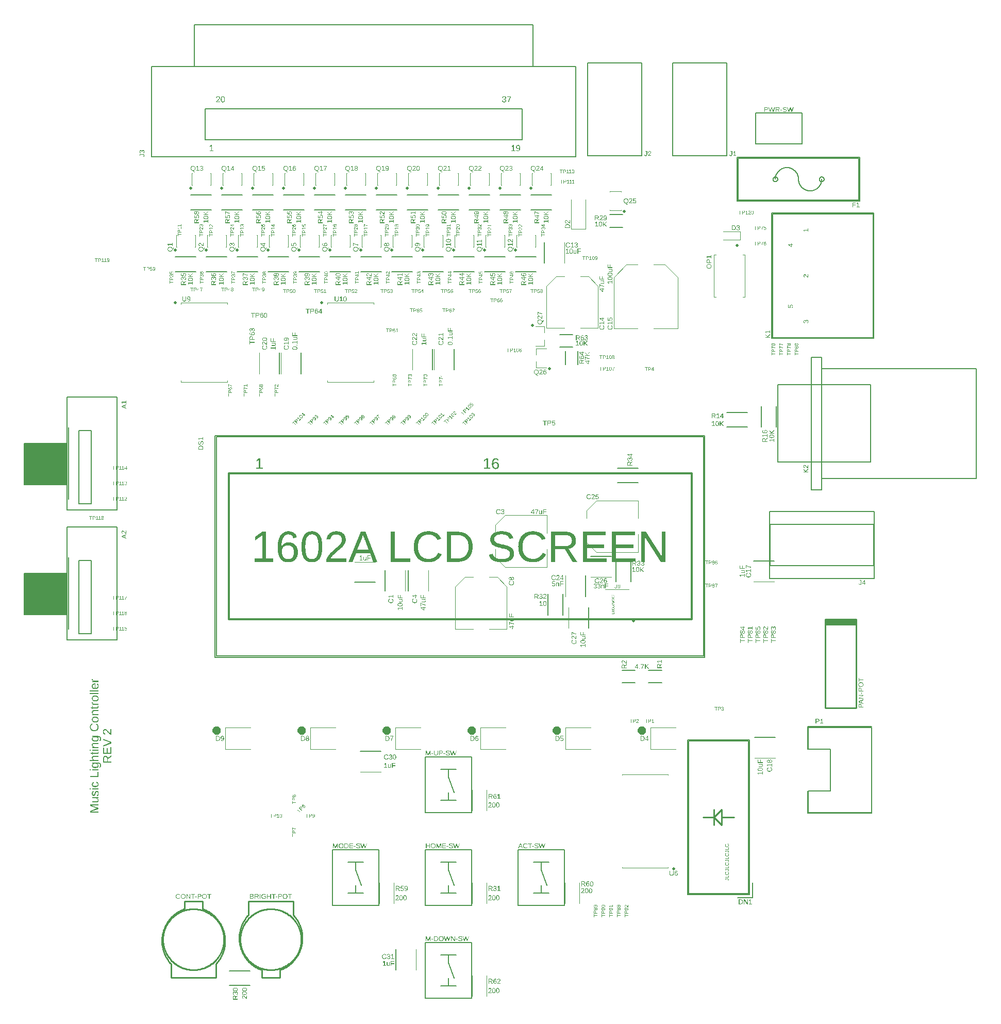
<source format=gto>
G04 EAGLE Gerber RS-274X export*
G75*
%MOMM*%
%FSLAX34Y34*%
%LPD*%
%INSilkscreen Top*%
%IPPOS*%
%AMOC8*
5,1,8,0,0,1.08239X$1,22.5*%
G01*
G04 Define Apertures*
%ADD10C,0.152400*%
%ADD11R,7.000000X7.000000*%
%ADD12C,0.127000*%
%ADD13C,0.120000*%
%ADD14C,0.812800*%
%ADD15C,0.200000*%
%ADD16C,0.254000*%
%ADD17C,0.304800*%
%ADD18C,0.500000*%
%ADD19R,5.080000X1.016000*%
G36*
X1105421Y271027D02*
X1105845Y271091D01*
X1106238Y271198D01*
X1106599Y271347D01*
X1106924Y271538D01*
X1107210Y271767D01*
X1107455Y272035D01*
X1107661Y272342D01*
X1107823Y272683D01*
X1107939Y273054D01*
X1108009Y273456D01*
X1108032Y273888D01*
X1108026Y274103D01*
X1108007Y274311D01*
X1107932Y274708D01*
X1107808Y275078D01*
X1107633Y275422D01*
X1107411Y275734D01*
X1107143Y276009D01*
X1106830Y276247D01*
X1106471Y276448D01*
X1106144Y275793D01*
X1106432Y275627D01*
X1106682Y275442D01*
X1106893Y275237D01*
X1107066Y275014D01*
X1107200Y274770D01*
X1107296Y274508D01*
X1107354Y274227D01*
X1107373Y273926D01*
X1107363Y273690D01*
X1107332Y273466D01*
X1107280Y273255D01*
X1107208Y273057D01*
X1107115Y272871D01*
X1107001Y272697D01*
X1106867Y272536D01*
X1106712Y272388D01*
X1106540Y272255D01*
X1106355Y272139D01*
X1106157Y272041D01*
X1105945Y271961D01*
X1105720Y271899D01*
X1105481Y271855D01*
X1105230Y271828D01*
X1104965Y271819D01*
X1104697Y271828D01*
X1104444Y271853D01*
X1104206Y271896D01*
X1103982Y271956D01*
X1103773Y272032D01*
X1103579Y272126D01*
X1103399Y272237D01*
X1103234Y272365D01*
X1103086Y272508D01*
X1102957Y272665D01*
X1102849Y272835D01*
X1102760Y273019D01*
X1102691Y273217D01*
X1102642Y273428D01*
X1102612Y273653D01*
X1102602Y273892D01*
X1102619Y274194D01*
X1102670Y274475D01*
X1102756Y274734D01*
X1102875Y274973D01*
X1103026Y275185D01*
X1103208Y275365D01*
X1103421Y275515D01*
X1103664Y275634D01*
X1103412Y276393D01*
X1103071Y276223D01*
X1102775Y276011D01*
X1102524Y275757D01*
X1102317Y275461D01*
X1102155Y275125D01*
X1102040Y274750D01*
X1101971Y274336D01*
X1101948Y273884D01*
X1101960Y273555D01*
X1101998Y273245D01*
X1102060Y272953D01*
X1102148Y272679D01*
X1102261Y272424D01*
X1102398Y272187D01*
X1102561Y271969D01*
X1102749Y271769D01*
X1102959Y271590D01*
X1103188Y271435D01*
X1103436Y271303D01*
X1103704Y271196D01*
X1103990Y271113D01*
X1104296Y271053D01*
X1104621Y271017D01*
X1104965Y271005D01*
X1105421Y271027D01*
G37*
G36*
X1105421Y286339D02*
X1105845Y286403D01*
X1106238Y286510D01*
X1106599Y286660D01*
X1106924Y286850D01*
X1107210Y287079D01*
X1107455Y287347D01*
X1107661Y287654D01*
X1107823Y287995D01*
X1107939Y288367D01*
X1108009Y288769D01*
X1108032Y289200D01*
X1108026Y289415D01*
X1108007Y289624D01*
X1107932Y290020D01*
X1107808Y290390D01*
X1107633Y290734D01*
X1107411Y291046D01*
X1107143Y291321D01*
X1106830Y291559D01*
X1106471Y291760D01*
X1106144Y291105D01*
X1106432Y290940D01*
X1106682Y290754D01*
X1106893Y290550D01*
X1107066Y290326D01*
X1107200Y290083D01*
X1107296Y289821D01*
X1107354Y289539D01*
X1107373Y289238D01*
X1107363Y289002D01*
X1107332Y288779D01*
X1107280Y288568D01*
X1107208Y288369D01*
X1107115Y288183D01*
X1107001Y288010D01*
X1106867Y287849D01*
X1106712Y287700D01*
X1106540Y287567D01*
X1106355Y287452D01*
X1106157Y287354D01*
X1105945Y287274D01*
X1105720Y287212D01*
X1105481Y287167D01*
X1105230Y287141D01*
X1104965Y287132D01*
X1104697Y287140D01*
X1104444Y287166D01*
X1104206Y287208D01*
X1103982Y287268D01*
X1103773Y287345D01*
X1103579Y287439D01*
X1103399Y287549D01*
X1103234Y287677D01*
X1103086Y287820D01*
X1102957Y287977D01*
X1102849Y288148D01*
X1102760Y288332D01*
X1102691Y288530D01*
X1102642Y288741D01*
X1102612Y288966D01*
X1102602Y289205D01*
X1102619Y289507D01*
X1102670Y289787D01*
X1102756Y290047D01*
X1102875Y290285D01*
X1103026Y290497D01*
X1103208Y290678D01*
X1103421Y290828D01*
X1103664Y290946D01*
X1103412Y291706D01*
X1103071Y291536D01*
X1102775Y291324D01*
X1102524Y291070D01*
X1102317Y290774D01*
X1102155Y290438D01*
X1102040Y290063D01*
X1101971Y289649D01*
X1101948Y289196D01*
X1101960Y288868D01*
X1101998Y288557D01*
X1102060Y288265D01*
X1102148Y287992D01*
X1102261Y287737D01*
X1102398Y287500D01*
X1102561Y287281D01*
X1102749Y287081D01*
X1102959Y286902D01*
X1103188Y286747D01*
X1103436Y286616D01*
X1103704Y286509D01*
X1103990Y286425D01*
X1104296Y286365D01*
X1104621Y286330D01*
X1104965Y286318D01*
X1105421Y286339D01*
G37*
G36*
X1105421Y301652D02*
X1105845Y301716D01*
X1106238Y301823D01*
X1106599Y301972D01*
X1106924Y302163D01*
X1107210Y302392D01*
X1107455Y302660D01*
X1107661Y302967D01*
X1107823Y303308D01*
X1107939Y303679D01*
X1108009Y304081D01*
X1108032Y304513D01*
X1108026Y304728D01*
X1108007Y304936D01*
X1107932Y305333D01*
X1107808Y305703D01*
X1107633Y306047D01*
X1107411Y306359D01*
X1107143Y306634D01*
X1106830Y306872D01*
X1106471Y307073D01*
X1106144Y306418D01*
X1106432Y306252D01*
X1106682Y306067D01*
X1106893Y305862D01*
X1107066Y305639D01*
X1107200Y305395D01*
X1107296Y305133D01*
X1107354Y304852D01*
X1107373Y304551D01*
X1107363Y304315D01*
X1107332Y304091D01*
X1107280Y303880D01*
X1107208Y303682D01*
X1107115Y303496D01*
X1107001Y303322D01*
X1106867Y303161D01*
X1106712Y303013D01*
X1106540Y302880D01*
X1106355Y302764D01*
X1106157Y302666D01*
X1105945Y302586D01*
X1105720Y302524D01*
X1105481Y302480D01*
X1105230Y302453D01*
X1104965Y302444D01*
X1104697Y302453D01*
X1104444Y302478D01*
X1104206Y302521D01*
X1103982Y302581D01*
X1103773Y302657D01*
X1103579Y302751D01*
X1103399Y302862D01*
X1103234Y302990D01*
X1103086Y303133D01*
X1102957Y303290D01*
X1102849Y303460D01*
X1102760Y303644D01*
X1102691Y303842D01*
X1102642Y304053D01*
X1102612Y304278D01*
X1102602Y304517D01*
X1102619Y304819D01*
X1102670Y305100D01*
X1102756Y305359D01*
X1102875Y305598D01*
X1103026Y305810D01*
X1103208Y305990D01*
X1103421Y306140D01*
X1103664Y306259D01*
X1103412Y307018D01*
X1103071Y306848D01*
X1102775Y306636D01*
X1102524Y306382D01*
X1102317Y306086D01*
X1102155Y305750D01*
X1102040Y305375D01*
X1101971Y304961D01*
X1101948Y304509D01*
X1101960Y304180D01*
X1101998Y303870D01*
X1102060Y303578D01*
X1102148Y303304D01*
X1102261Y303049D01*
X1102398Y302812D01*
X1102561Y302594D01*
X1102749Y302394D01*
X1102959Y302215D01*
X1103188Y302060D01*
X1103436Y301928D01*
X1103704Y301821D01*
X1103990Y301738D01*
X1104296Y301678D01*
X1104621Y301642D01*
X1104965Y301630D01*
X1105421Y301652D01*
G37*
G36*
X1105421Y316964D02*
X1105845Y317028D01*
X1106238Y317135D01*
X1106599Y317285D01*
X1106924Y317475D01*
X1107210Y317704D01*
X1107455Y317972D01*
X1107661Y318279D01*
X1107823Y318620D01*
X1107939Y318992D01*
X1108009Y319394D01*
X1108032Y319825D01*
X1108026Y320040D01*
X1108007Y320249D01*
X1107932Y320645D01*
X1107808Y321015D01*
X1107633Y321359D01*
X1107411Y321671D01*
X1107143Y321946D01*
X1106830Y322184D01*
X1106471Y322385D01*
X1106144Y321730D01*
X1106432Y321565D01*
X1106682Y321379D01*
X1106893Y321175D01*
X1107066Y320951D01*
X1107200Y320708D01*
X1107296Y320446D01*
X1107354Y320164D01*
X1107373Y319863D01*
X1107363Y319627D01*
X1107332Y319404D01*
X1107280Y319193D01*
X1107208Y318994D01*
X1107115Y318808D01*
X1107001Y318635D01*
X1106867Y318474D01*
X1106712Y318325D01*
X1106540Y318192D01*
X1106355Y318077D01*
X1106157Y317979D01*
X1105945Y317899D01*
X1105720Y317837D01*
X1105481Y317792D01*
X1105230Y317766D01*
X1104965Y317757D01*
X1104697Y317765D01*
X1104444Y317791D01*
X1104206Y317833D01*
X1103982Y317893D01*
X1103773Y317970D01*
X1103579Y318064D01*
X1103399Y318174D01*
X1103234Y318302D01*
X1103086Y318445D01*
X1102957Y318602D01*
X1102849Y318773D01*
X1102760Y318957D01*
X1102691Y319155D01*
X1102642Y319366D01*
X1102612Y319591D01*
X1102602Y319830D01*
X1102619Y320132D01*
X1102670Y320412D01*
X1102756Y320672D01*
X1102875Y320910D01*
X1103026Y321122D01*
X1103208Y321303D01*
X1103421Y321453D01*
X1103664Y321571D01*
X1103412Y322331D01*
X1103071Y322161D01*
X1102775Y321949D01*
X1102524Y321695D01*
X1102317Y321399D01*
X1102155Y321063D01*
X1102040Y320688D01*
X1101971Y320274D01*
X1101948Y319821D01*
X1101960Y319493D01*
X1101998Y319182D01*
X1102060Y318890D01*
X1102148Y318617D01*
X1102261Y318362D01*
X1102398Y318125D01*
X1102561Y317906D01*
X1102749Y317706D01*
X1102959Y317527D01*
X1103188Y317372D01*
X1103436Y317241D01*
X1103704Y317134D01*
X1103990Y317050D01*
X1104296Y316990D01*
X1104621Y316955D01*
X1104965Y316943D01*
X1105421Y316964D01*
G37*
G36*
X1106843Y261699D02*
X1107159Y261826D01*
X1107425Y261992D01*
X1107644Y262196D01*
X1107814Y262438D01*
X1107935Y262718D01*
X1108008Y263036D01*
X1108026Y263210D01*
X1108032Y263393D01*
X1108024Y263590D01*
X1108001Y263776D01*
X1107963Y263952D01*
X1107909Y264116D01*
X1107839Y264271D01*
X1107755Y264414D01*
X1107654Y264546D01*
X1107539Y264668D01*
X1107410Y264777D01*
X1107269Y264872D01*
X1107117Y264952D01*
X1106954Y265018D01*
X1106779Y265069D01*
X1106593Y265105D01*
X1106395Y265127D01*
X1106186Y265134D01*
X1102036Y265134D01*
X1102036Y263200D01*
X1102690Y263200D01*
X1102690Y264337D01*
X1106202Y264337D01*
X1106475Y264321D01*
X1106712Y264274D01*
X1106914Y264195D01*
X1107082Y264085D01*
X1107213Y263948D01*
X1107307Y263787D01*
X1107363Y263604D01*
X1107382Y263397D01*
X1107365Y263206D01*
X1107313Y263032D01*
X1107228Y262874D01*
X1107109Y262734D01*
X1106959Y262613D01*
X1106783Y262517D01*
X1106579Y262444D01*
X1106349Y262394D01*
X1106479Y261609D01*
X1106843Y261699D01*
G37*
G36*
X1106843Y277011D02*
X1107159Y277139D01*
X1107425Y277304D01*
X1107644Y277508D01*
X1107814Y277750D01*
X1107935Y278030D01*
X1108008Y278349D01*
X1108026Y278522D01*
X1108032Y278705D01*
X1108024Y278902D01*
X1108001Y279089D01*
X1107963Y279264D01*
X1107909Y279429D01*
X1107839Y279583D01*
X1107755Y279726D01*
X1107654Y279859D01*
X1107539Y279981D01*
X1107410Y280090D01*
X1107269Y280185D01*
X1107117Y280265D01*
X1106954Y280330D01*
X1106779Y280381D01*
X1106593Y280417D01*
X1106395Y280439D01*
X1106186Y280447D01*
X1102036Y280447D01*
X1102036Y278512D01*
X1102690Y278512D01*
X1102690Y279649D01*
X1106202Y279649D01*
X1106475Y279634D01*
X1106712Y279586D01*
X1106914Y279508D01*
X1107082Y279398D01*
X1107213Y279260D01*
X1107307Y279100D01*
X1107363Y278916D01*
X1107382Y278709D01*
X1107365Y278518D01*
X1107313Y278344D01*
X1107228Y278187D01*
X1107109Y278046D01*
X1106959Y277926D01*
X1106783Y277829D01*
X1106579Y277756D01*
X1106349Y277706D01*
X1106479Y276922D01*
X1106843Y277011D01*
G37*
G36*
X1106843Y292324D02*
X1107159Y292451D01*
X1107425Y292617D01*
X1107644Y292821D01*
X1107814Y293063D01*
X1107935Y293343D01*
X1108008Y293661D01*
X1108026Y293835D01*
X1108032Y294018D01*
X1108024Y294215D01*
X1108001Y294401D01*
X1107963Y294577D01*
X1107909Y294741D01*
X1107839Y294896D01*
X1107755Y295039D01*
X1107654Y295171D01*
X1107539Y295293D01*
X1107410Y295402D01*
X1107269Y295497D01*
X1107117Y295577D01*
X1106954Y295643D01*
X1106779Y295694D01*
X1106593Y295730D01*
X1106395Y295752D01*
X1106186Y295759D01*
X1102036Y295759D01*
X1102036Y293825D01*
X1102690Y293825D01*
X1102690Y294962D01*
X1106202Y294962D01*
X1106475Y294946D01*
X1106712Y294899D01*
X1106914Y294820D01*
X1107082Y294710D01*
X1107213Y294573D01*
X1107307Y294412D01*
X1107363Y294229D01*
X1107382Y294022D01*
X1107365Y293831D01*
X1107313Y293657D01*
X1107228Y293499D01*
X1107109Y293359D01*
X1106959Y293238D01*
X1106783Y293142D01*
X1106579Y293069D01*
X1106349Y293019D01*
X1106479Y292234D01*
X1106843Y292324D01*
G37*
G36*
X1106843Y307636D02*
X1107159Y307764D01*
X1107425Y307929D01*
X1107644Y308133D01*
X1107814Y308375D01*
X1107935Y308655D01*
X1108008Y308974D01*
X1108026Y309147D01*
X1108032Y309330D01*
X1108024Y309527D01*
X1108001Y309714D01*
X1107963Y309889D01*
X1107909Y310054D01*
X1107839Y310208D01*
X1107755Y310351D01*
X1107654Y310484D01*
X1107539Y310606D01*
X1107410Y310715D01*
X1107269Y310810D01*
X1107117Y310890D01*
X1106954Y310955D01*
X1106779Y311006D01*
X1106593Y311042D01*
X1106395Y311064D01*
X1106186Y311072D01*
X1102036Y311072D01*
X1102036Y309137D01*
X1102690Y309137D01*
X1102690Y310274D01*
X1106202Y310274D01*
X1106475Y310259D01*
X1106712Y310211D01*
X1106914Y310133D01*
X1107082Y310023D01*
X1107213Y309885D01*
X1107307Y309725D01*
X1107363Y309541D01*
X1107382Y309334D01*
X1107365Y309143D01*
X1107313Y308969D01*
X1107228Y308812D01*
X1107109Y308671D01*
X1106959Y308551D01*
X1106783Y308454D01*
X1106579Y308381D01*
X1106349Y308331D01*
X1106479Y307547D01*
X1106843Y307636D01*
G37*
G36*
X1107948Y270282D02*
X1107293Y270282D01*
X1107293Y267294D01*
X1102036Y267294D01*
X1102036Y266492D01*
X1107948Y266492D01*
X1107948Y270282D01*
G37*
G36*
X1107948Y285594D02*
X1107293Y285594D01*
X1107293Y282606D01*
X1102036Y282606D01*
X1102036Y281805D01*
X1107948Y281805D01*
X1107948Y285594D01*
G37*
G36*
X1107948Y300907D02*
X1107293Y300907D01*
X1107293Y297919D01*
X1102036Y297919D01*
X1102036Y297117D01*
X1107948Y297117D01*
X1107948Y300907D01*
G37*
G36*
X1107948Y316219D02*
X1107293Y316219D01*
X1107293Y313231D01*
X1102036Y313231D01*
X1102036Y312430D01*
X1107948Y312430D01*
X1107948Y316219D01*
G37*
G36*
X93980Y457075D02*
X88240Y457075D01*
X88240Y461383D01*
X93980Y464974D01*
X93980Y467132D01*
X90560Y464878D01*
X88025Y463208D01*
X87944Y463592D01*
X87839Y463955D01*
X87709Y464296D01*
X87556Y464617D01*
X87452Y464792D01*
X87378Y464916D01*
X87176Y465193D01*
X86950Y465450D01*
X86700Y465685D01*
X86430Y465895D01*
X86144Y466078D01*
X85844Y466232D01*
X85528Y466358D01*
X85196Y466456D01*
X84849Y466527D01*
X84487Y466569D01*
X84110Y466583D01*
X83657Y466563D01*
X83229Y466503D01*
X82827Y466404D01*
X82450Y466265D01*
X82100Y466086D01*
X81774Y465868D01*
X81475Y465610D01*
X81201Y465312D01*
X80956Y464978D01*
X80744Y464610D01*
X80564Y464209D01*
X80417Y463775D01*
X80303Y463308D01*
X80221Y462807D01*
X80172Y462274D01*
X80156Y461706D01*
X80156Y455201D01*
X93980Y455201D01*
X93980Y457075D01*
G37*
%LPC*%
G36*
X81657Y457075D02*
X81657Y461520D01*
X81667Y461894D01*
X81696Y462245D01*
X81746Y462574D01*
X81815Y462880D01*
X81904Y463164D01*
X82013Y463425D01*
X82141Y463664D01*
X82290Y463880D01*
X82457Y464072D01*
X82642Y464238D01*
X82845Y464379D01*
X83066Y464494D01*
X83305Y464584D01*
X83562Y464648D01*
X83837Y464686D01*
X84129Y464699D01*
X84432Y464686D01*
X84718Y464648D01*
X84986Y464585D01*
X85237Y464497D01*
X85470Y464383D01*
X85687Y464244D01*
X85886Y464079D01*
X86067Y463889D01*
X86229Y463677D01*
X86370Y463443D01*
X86489Y463188D01*
X86586Y462912D01*
X86662Y462615D01*
X86716Y462297D01*
X86748Y461958D01*
X86759Y461598D01*
X86759Y457075D01*
X81657Y457075D01*
G37*
%LPD*%
G36*
X68027Y446567D02*
X68651Y446610D01*
X69230Y446682D01*
X69762Y446782D01*
X70248Y446912D01*
X70687Y447069D01*
X71080Y447256D01*
X71427Y447471D01*
X71731Y447716D01*
X71994Y447994D01*
X72217Y448304D01*
X72399Y448647D01*
X72540Y449022D01*
X72642Y449429D01*
X72702Y449868D01*
X72722Y450340D01*
X72714Y450628D01*
X72690Y450906D01*
X72650Y451175D01*
X72594Y451434D01*
X72521Y451685D01*
X72433Y451926D01*
X72328Y452158D01*
X72207Y452381D01*
X72198Y452395D01*
X72071Y452594D01*
X71918Y452794D01*
X71750Y452984D01*
X71566Y453161D01*
X71366Y453327D01*
X71151Y453481D01*
X70919Y453624D01*
X70672Y453755D01*
X70672Y453774D01*
X72379Y453774D01*
X72753Y453764D01*
X73103Y453733D01*
X73429Y453682D01*
X73731Y453609D01*
X74009Y453517D01*
X74262Y453403D01*
X74492Y453269D01*
X74697Y453115D01*
X74878Y452939D01*
X75035Y452743D01*
X75168Y452527D01*
X75277Y452290D01*
X75361Y452032D01*
X75421Y451754D01*
X75456Y451471D01*
X75458Y451455D01*
X75470Y451135D01*
X75463Y450896D01*
X75445Y450668D01*
X75414Y450452D01*
X75370Y450248D01*
X75314Y450056D01*
X75246Y449876D01*
X75165Y449707D01*
X75072Y449551D01*
X74968Y449406D01*
X74852Y449276D01*
X74727Y449158D01*
X74590Y449054D01*
X74443Y448963D01*
X74286Y448886D01*
X74118Y448821D01*
X73939Y448771D01*
X74194Y446995D01*
X74499Y447080D01*
X74786Y447188D01*
X75055Y447319D01*
X75307Y447473D01*
X75540Y447650D01*
X75755Y447850D01*
X75953Y448073D01*
X76132Y448319D01*
X76292Y448588D01*
X76430Y448878D01*
X76547Y449191D01*
X76643Y449526D01*
X76718Y449883D01*
X76771Y450262D01*
X76803Y450663D01*
X76814Y451086D01*
X76796Y451624D01*
X76744Y452128D01*
X76657Y452596D01*
X76534Y453031D01*
X76377Y453430D01*
X76185Y453794D01*
X75957Y454124D01*
X75695Y454419D01*
X75398Y454680D01*
X75066Y454906D01*
X74699Y455097D01*
X74297Y455253D01*
X73860Y455374D01*
X73388Y455461D01*
X72882Y455513D01*
X72340Y455531D01*
X64226Y455531D01*
X62842Y455545D01*
X62364Y455564D01*
X62028Y455589D01*
X62028Y453912D01*
X62104Y453892D01*
X62261Y453872D01*
X62823Y453833D01*
X63843Y453794D01*
X63843Y453774D01*
X63612Y453656D01*
X63395Y453525D01*
X63191Y453383D01*
X63001Y453229D01*
X62824Y453063D01*
X62661Y452885D01*
X62512Y452695D01*
X62376Y452494D01*
X62256Y452282D01*
X62151Y452061D01*
X62063Y451830D01*
X61990Y451590D01*
X61934Y451341D01*
X61893Y451082D01*
X61869Y450814D01*
X61861Y450537D01*
X61882Y450050D01*
X61945Y449595D01*
X62050Y449172D01*
X62196Y448782D01*
X62384Y448423D01*
X62615Y448096D01*
X62887Y447802D01*
X63201Y447539D01*
X63558Y447308D01*
X63962Y447108D01*
X64413Y446938D01*
X64909Y446800D01*
X65451Y446692D01*
X66040Y446615D01*
X66675Y446569D01*
X67356Y446553D01*
X68027Y446567D01*
G37*
%LPC*%
G36*
X66806Y448388D02*
X66313Y448417D01*
X65859Y448465D01*
X65442Y448533D01*
X65064Y448620D01*
X64724Y448726D01*
X64421Y448851D01*
X64157Y448996D01*
X63927Y449162D01*
X63728Y449351D01*
X63559Y449563D01*
X63421Y449798D01*
X63314Y450056D01*
X63237Y450337D01*
X63191Y450641D01*
X63176Y450968D01*
X63184Y451169D01*
X63207Y451365D01*
X63246Y451555D01*
X63300Y451740D01*
X63370Y451919D01*
X63455Y452093D01*
X63672Y452425D01*
X63947Y452729D01*
X64277Y452996D01*
X64663Y453226D01*
X65104Y453421D01*
X65595Y453576D01*
X66130Y453686D01*
X66711Y453752D01*
X67336Y453774D01*
X67947Y453752D01*
X68515Y453686D01*
X69039Y453576D01*
X69519Y453421D01*
X69951Y453226D01*
X70330Y452994D01*
X70457Y452889D01*
X70655Y452726D01*
X70927Y452420D01*
X71142Y452085D01*
X71226Y451908D01*
X71295Y451726D01*
X71349Y451538D01*
X71387Y451344D01*
X71410Y451144D01*
X71418Y450939D01*
X71403Y450601D01*
X71358Y450289D01*
X71284Y450002D01*
X71180Y449742D01*
X71046Y449507D01*
X70882Y449298D01*
X70689Y449115D01*
X70466Y448957D01*
X70209Y448821D01*
X69913Y448704D01*
X69580Y448604D01*
X69208Y448523D01*
X68797Y448459D01*
X68348Y448414D01*
X67861Y448387D01*
X67336Y448378D01*
X66806Y448388D01*
G37*
%LPD*%
G36*
X68027Y490192D02*
X68651Y490235D01*
X69230Y490307D01*
X69762Y490407D01*
X70248Y490537D01*
X70687Y490694D01*
X71080Y490881D01*
X71427Y491096D01*
X71731Y491341D01*
X71994Y491619D01*
X72217Y491929D01*
X72399Y492272D01*
X72540Y492647D01*
X72642Y493054D01*
X72702Y493493D01*
X72722Y493965D01*
X72714Y494253D01*
X72690Y494531D01*
X72650Y494800D01*
X72594Y495059D01*
X72521Y495310D01*
X72433Y495551D01*
X72328Y495783D01*
X72207Y496006D01*
X72198Y496020D01*
X72071Y496219D01*
X71918Y496419D01*
X71750Y496609D01*
X71566Y496786D01*
X71366Y496952D01*
X71151Y497106D01*
X70919Y497249D01*
X70672Y497380D01*
X70672Y497399D01*
X72379Y497399D01*
X72753Y497389D01*
X73103Y497358D01*
X73429Y497307D01*
X73731Y497234D01*
X74009Y497142D01*
X74262Y497028D01*
X74492Y496894D01*
X74697Y496740D01*
X74878Y496564D01*
X75035Y496368D01*
X75168Y496152D01*
X75277Y495915D01*
X75361Y495657D01*
X75421Y495379D01*
X75456Y495096D01*
X75458Y495080D01*
X75470Y494760D01*
X75463Y494521D01*
X75445Y494293D01*
X75414Y494077D01*
X75370Y493873D01*
X75314Y493681D01*
X75246Y493501D01*
X75165Y493332D01*
X75072Y493176D01*
X74968Y493031D01*
X74852Y492901D01*
X74727Y492783D01*
X74590Y492679D01*
X74443Y492588D01*
X74286Y492511D01*
X74118Y492446D01*
X73939Y492396D01*
X74194Y490620D01*
X74499Y490705D01*
X74786Y490813D01*
X75055Y490944D01*
X75307Y491098D01*
X75540Y491275D01*
X75755Y491475D01*
X75953Y491698D01*
X76132Y491944D01*
X76292Y492213D01*
X76430Y492503D01*
X76547Y492816D01*
X76643Y493151D01*
X76718Y493508D01*
X76771Y493887D01*
X76803Y494288D01*
X76814Y494711D01*
X76796Y495249D01*
X76744Y495753D01*
X76657Y496221D01*
X76534Y496656D01*
X76377Y497055D01*
X76185Y497419D01*
X75957Y497749D01*
X75695Y498044D01*
X75398Y498305D01*
X75066Y498531D01*
X74699Y498722D01*
X74297Y498878D01*
X73860Y498999D01*
X73388Y499086D01*
X72882Y499138D01*
X72340Y499156D01*
X64226Y499156D01*
X62842Y499170D01*
X62364Y499189D01*
X62028Y499214D01*
X62028Y497537D01*
X62104Y497517D01*
X62261Y497497D01*
X62823Y497458D01*
X63843Y497419D01*
X63843Y497399D01*
X63612Y497281D01*
X63395Y497150D01*
X63191Y497008D01*
X63001Y496854D01*
X62824Y496688D01*
X62661Y496510D01*
X62512Y496320D01*
X62376Y496119D01*
X62256Y495907D01*
X62151Y495686D01*
X62063Y495455D01*
X61990Y495215D01*
X61934Y494966D01*
X61893Y494707D01*
X61869Y494439D01*
X61861Y494162D01*
X61882Y493675D01*
X61945Y493220D01*
X62050Y492797D01*
X62196Y492407D01*
X62384Y492048D01*
X62615Y491721D01*
X62887Y491427D01*
X63201Y491164D01*
X63558Y490933D01*
X63962Y490733D01*
X64413Y490563D01*
X64909Y490425D01*
X65451Y490317D01*
X66040Y490240D01*
X66675Y490194D01*
X67356Y490178D01*
X68027Y490192D01*
G37*
%LPC*%
G36*
X66806Y492013D02*
X66313Y492042D01*
X65859Y492090D01*
X65442Y492158D01*
X65064Y492245D01*
X64724Y492351D01*
X64421Y492476D01*
X64157Y492621D01*
X63927Y492787D01*
X63728Y492976D01*
X63559Y493188D01*
X63421Y493423D01*
X63314Y493681D01*
X63237Y493962D01*
X63191Y494266D01*
X63176Y494593D01*
X63184Y494794D01*
X63207Y494990D01*
X63246Y495180D01*
X63300Y495365D01*
X63370Y495544D01*
X63455Y495718D01*
X63672Y496050D01*
X63947Y496354D01*
X64277Y496621D01*
X64663Y496851D01*
X65104Y497046D01*
X65595Y497201D01*
X66130Y497311D01*
X66711Y497377D01*
X67336Y497399D01*
X67947Y497377D01*
X68515Y497311D01*
X69039Y497201D01*
X69519Y497046D01*
X69951Y496851D01*
X70330Y496619D01*
X70457Y496514D01*
X70655Y496351D01*
X70927Y496045D01*
X71142Y495710D01*
X71226Y495533D01*
X71295Y495351D01*
X71349Y495163D01*
X71387Y494969D01*
X71410Y494769D01*
X71418Y494564D01*
X71403Y494226D01*
X71358Y493914D01*
X71284Y493627D01*
X71180Y493367D01*
X71046Y493132D01*
X70882Y492923D01*
X70689Y492740D01*
X70466Y492582D01*
X70209Y492446D01*
X69913Y492329D01*
X69580Y492229D01*
X69208Y492148D01*
X68797Y492084D01*
X68348Y492039D01*
X67861Y492012D01*
X67336Y492003D01*
X66806Y492013D01*
G37*
%LPD*%
G36*
X67976Y521478D02*
X68587Y521534D01*
X69158Y521626D01*
X69690Y521756D01*
X70182Y521923D01*
X70635Y522127D01*
X71048Y522368D01*
X71423Y522647D01*
X71755Y522961D01*
X72043Y523311D01*
X72286Y523697D01*
X72486Y524118D01*
X72641Y524575D01*
X72752Y525068D01*
X72818Y525596D01*
X72840Y526159D01*
X72819Y526726D01*
X72755Y527257D01*
X72648Y527754D01*
X72499Y528217D01*
X72308Y528645D01*
X72073Y529038D01*
X71796Y529397D01*
X71476Y529721D01*
X71113Y530008D01*
X70706Y530257D01*
X70254Y530468D01*
X69757Y530640D01*
X69216Y530775D01*
X68631Y530870D01*
X68001Y530928D01*
X67326Y530947D01*
X66645Y530929D01*
X66011Y530875D01*
X65422Y530786D01*
X64880Y530660D01*
X64383Y530499D01*
X63933Y530301D01*
X63529Y530068D01*
X63171Y529799D01*
X62857Y529492D01*
X62585Y529145D01*
X62355Y528757D01*
X62167Y528330D01*
X62020Y527862D01*
X61916Y527354D01*
X61853Y526806D01*
X61832Y526218D01*
X61853Y525642D01*
X61918Y525103D01*
X62025Y524601D01*
X62175Y524136D01*
X62368Y523709D01*
X62605Y523318D01*
X62884Y522965D01*
X63205Y522649D01*
X63570Y522370D01*
X63978Y522129D01*
X64429Y521924D01*
X64922Y521757D01*
X65459Y521627D01*
X66039Y521534D01*
X66661Y521478D01*
X67326Y521459D01*
X67976Y521478D01*
G37*
%LPC*%
G36*
X66804Y523325D02*
X66318Y523357D01*
X65868Y523411D01*
X65454Y523487D01*
X65075Y523584D01*
X64731Y523703D01*
X64424Y523843D01*
X64152Y524005D01*
X63914Y524192D01*
X63708Y524405D01*
X63533Y524645D01*
X63391Y524912D01*
X63280Y525205D01*
X63200Y525526D01*
X63153Y525873D01*
X63137Y526247D01*
X63152Y526619D01*
X63199Y526962D01*
X63277Y527278D01*
X63386Y527566D01*
X63526Y527826D01*
X63697Y528058D01*
X63899Y528263D01*
X64133Y528440D01*
X64400Y528593D01*
X64706Y528726D01*
X65049Y528838D01*
X65429Y528930D01*
X65847Y529001D01*
X66302Y529052D01*
X66796Y529082D01*
X67326Y529093D01*
X67850Y529082D01*
X68339Y529050D01*
X68791Y528997D01*
X69208Y528922D01*
X69588Y528826D01*
X69933Y528709D01*
X70242Y528571D01*
X70515Y528411D01*
X70754Y528226D01*
X70961Y528013D01*
X71137Y527772D01*
X71280Y527502D01*
X71392Y527204D01*
X71472Y526877D01*
X71519Y526523D01*
X71535Y526139D01*
X71519Y525786D01*
X71469Y525457D01*
X71387Y525153D01*
X71272Y524873D01*
X71123Y524617D01*
X70942Y524385D01*
X70728Y524178D01*
X70481Y523996D01*
X70201Y523836D01*
X69888Y523697D01*
X69543Y523580D01*
X69165Y523484D01*
X68754Y523410D01*
X68311Y523356D01*
X67835Y523324D01*
X67326Y523314D01*
X66804Y523325D01*
G37*
%LPD*%
G36*
X67976Y556134D02*
X68587Y556190D01*
X69158Y556283D01*
X69690Y556412D01*
X70182Y556579D01*
X70635Y556783D01*
X71048Y557025D01*
X71423Y557303D01*
X71755Y557617D01*
X72043Y557968D01*
X72286Y558353D01*
X72486Y558775D01*
X72641Y559231D01*
X72752Y559724D01*
X72818Y560252D01*
X72840Y560815D01*
X72819Y561382D01*
X72755Y561914D01*
X72648Y562411D01*
X72499Y562873D01*
X72308Y563301D01*
X72073Y563694D01*
X71796Y564053D01*
X71476Y564377D01*
X71113Y564664D01*
X70706Y564913D01*
X70254Y565124D01*
X69757Y565297D01*
X69216Y565431D01*
X68631Y565527D01*
X68001Y565584D01*
X67326Y565603D01*
X66645Y565585D01*
X66011Y565532D01*
X65422Y565442D01*
X64880Y565316D01*
X64383Y565155D01*
X63933Y564958D01*
X63529Y564724D01*
X63171Y564455D01*
X62857Y564148D01*
X62585Y563801D01*
X62355Y563414D01*
X62167Y562986D01*
X62020Y562518D01*
X61916Y562010D01*
X61853Y561462D01*
X61832Y560874D01*
X61853Y560298D01*
X61918Y559759D01*
X62025Y559257D01*
X62175Y558792D01*
X62368Y558365D01*
X62605Y557974D01*
X62884Y557621D01*
X63205Y557305D01*
X63570Y557026D01*
X63978Y556785D01*
X64429Y556580D01*
X64922Y556413D01*
X65459Y556283D01*
X66039Y556190D01*
X66661Y556134D01*
X67326Y556116D01*
X67976Y556134D01*
G37*
%LPC*%
G36*
X66804Y557981D02*
X66318Y558013D01*
X65868Y558067D01*
X65454Y558143D01*
X65075Y558240D01*
X64731Y558359D01*
X64424Y558500D01*
X64152Y558662D01*
X63914Y558848D01*
X63708Y559061D01*
X63533Y559301D01*
X63391Y559568D01*
X63280Y559862D01*
X63200Y560182D01*
X63153Y560529D01*
X63137Y560904D01*
X63152Y561275D01*
X63199Y561618D01*
X63277Y561934D01*
X63386Y562222D01*
X63526Y562482D01*
X63697Y562715D01*
X63899Y562919D01*
X64133Y563096D01*
X64400Y563249D01*
X64706Y563382D01*
X65049Y563494D01*
X65429Y563586D01*
X65847Y563657D01*
X66302Y563708D01*
X66796Y563739D01*
X67326Y563749D01*
X67850Y563738D01*
X68339Y563706D01*
X68791Y563653D01*
X69208Y563578D01*
X69588Y563483D01*
X69933Y563365D01*
X70242Y563227D01*
X70515Y563067D01*
X70754Y562882D01*
X70961Y562669D01*
X71137Y562428D01*
X71280Y562158D01*
X71392Y561860D01*
X71472Y561534D01*
X71519Y561179D01*
X71535Y560796D01*
X71519Y560442D01*
X71469Y560113D01*
X71387Y559809D01*
X71272Y559529D01*
X71123Y559273D01*
X70942Y559042D01*
X70728Y558835D01*
X70481Y558652D01*
X70201Y558492D01*
X69888Y558354D01*
X69543Y558236D01*
X69165Y558140D01*
X68754Y558066D01*
X68311Y558013D01*
X67835Y557981D01*
X67326Y557970D01*
X66804Y557981D01*
G37*
%LPD*%
G36*
X72644Y375244D02*
X63421Y375244D01*
X61567Y375205D01*
X60478Y375176D01*
X61557Y375499D01*
X63225Y376049D01*
X72644Y379669D01*
X72644Y380984D01*
X63225Y384555D01*
X62682Y384753D01*
X62043Y384963D01*
X61308Y385185D01*
X60478Y385419D01*
X61920Y385353D01*
X63421Y385330D01*
X72644Y385330D01*
X72644Y387018D01*
X58820Y387018D01*
X58820Y384614D01*
X68406Y381004D01*
X68760Y380875D01*
X69411Y380665D01*
X70109Y380458D01*
X70603Y380336D01*
X70217Y380247D01*
X69647Y380096D01*
X69005Y379911D01*
X68406Y379718D01*
X58820Y376039D01*
X58820Y373576D01*
X72644Y373576D01*
X72644Y375244D01*
G37*
G36*
X93980Y480592D02*
X92449Y480592D01*
X92449Y471575D01*
X87632Y471575D01*
X87632Y479601D01*
X86121Y479601D01*
X86121Y471575D01*
X81686Y471575D01*
X81686Y480190D01*
X80156Y480190D01*
X80156Y469701D01*
X93980Y469701D01*
X93980Y480592D01*
G37*
G36*
X67938Y576270D02*
X68566Y576327D01*
X69151Y576424D01*
X69693Y576558D01*
X70193Y576731D01*
X70650Y576943D01*
X71065Y577193D01*
X71437Y577482D01*
X71766Y577807D01*
X72051Y578168D01*
X72292Y578563D01*
X72490Y578994D01*
X72643Y579460D01*
X72753Y579961D01*
X72818Y580497D01*
X72840Y581068D01*
X72830Y581480D01*
X72801Y581874D01*
X72752Y582248D01*
X72683Y582604D01*
X72595Y582941D01*
X72487Y583258D01*
X72360Y583557D01*
X72212Y583837D01*
X72046Y584098D01*
X71859Y584340D01*
X71653Y584563D01*
X71427Y584767D01*
X71182Y584953D01*
X70917Y585119D01*
X70633Y585266D01*
X70329Y585395D01*
X69887Y583844D01*
X70060Y583776D01*
X70225Y583694D01*
X70532Y583488D01*
X70809Y583225D01*
X71055Y582908D01*
X71163Y582727D01*
X71256Y582533D01*
X71336Y582325D01*
X71400Y582102D01*
X71451Y581865D01*
X71487Y581613D01*
X71509Y581348D01*
X71516Y581068D01*
X71500Y580716D01*
X71454Y580385D01*
X71376Y580077D01*
X71268Y579790D01*
X71129Y579525D01*
X70958Y579282D01*
X70757Y579060D01*
X70525Y578860D01*
X70264Y578683D01*
X69977Y578530D01*
X69664Y578400D01*
X69325Y578294D01*
X68960Y578211D01*
X68569Y578152D01*
X68152Y578117D01*
X67709Y578105D01*
X67709Y585679D01*
X67473Y585679D01*
X66790Y585661D01*
X66151Y585606D01*
X65556Y585515D01*
X65005Y585387D01*
X64498Y585222D01*
X64036Y585021D01*
X63617Y584783D01*
X63242Y584509D01*
X62912Y584198D01*
X62625Y583851D01*
X62383Y583467D01*
X62184Y583047D01*
X62030Y582590D01*
X61920Y582096D01*
X61854Y581566D01*
X61832Y580999D01*
X61854Y580444D01*
X61920Y579922D01*
X62029Y579433D01*
X62183Y578977D01*
X62380Y578554D01*
X62621Y578163D01*
X62906Y577806D01*
X63235Y577482D01*
X63605Y577193D01*
X64013Y576943D01*
X64460Y576731D01*
X64945Y576558D01*
X65468Y576424D01*
X66029Y576327D01*
X66629Y576270D01*
X67267Y576250D01*
X67938Y576270D01*
G37*
%LPC*%
G36*
X65990Y578150D02*
X65645Y578197D01*
X65319Y578266D01*
X65014Y578356D01*
X64730Y578468D01*
X64465Y578602D01*
X64220Y578757D01*
X63995Y578934D01*
X63794Y579130D01*
X63620Y579343D01*
X63472Y579572D01*
X63351Y579818D01*
X63258Y580081D01*
X63190Y580361D01*
X63150Y580657D01*
X63137Y580970D01*
X63149Y581291D01*
X63185Y581593D01*
X63245Y581876D01*
X63329Y582140D01*
X63438Y582384D01*
X63570Y582609D01*
X63726Y582814D01*
X63907Y583001D01*
X64114Y583169D01*
X64349Y583319D01*
X64612Y583452D01*
X64904Y583567D01*
X65224Y583665D01*
X65573Y583746D01*
X65950Y583809D01*
X66355Y583854D01*
X66355Y578124D01*
X65990Y578150D01*
G37*
%LPD*%
G36*
X66211Y507149D02*
X66735Y507186D01*
X67240Y507248D01*
X67727Y507336D01*
X68196Y507448D01*
X68646Y507586D01*
X69077Y507748D01*
X69490Y507936D01*
X69882Y508147D01*
X70250Y508381D01*
X70595Y508637D01*
X70917Y508917D01*
X71216Y509219D01*
X71491Y509543D01*
X71743Y509891D01*
X71972Y510261D01*
X72175Y510651D01*
X72352Y511059D01*
X72501Y511485D01*
X72623Y511928D01*
X72718Y512388D01*
X72786Y512867D01*
X72827Y513363D01*
X72840Y513876D01*
X72826Y514379D01*
X72782Y514866D01*
X72709Y515337D01*
X72607Y515793D01*
X72476Y516234D01*
X72316Y516659D01*
X72127Y517068D01*
X71908Y517463D01*
X71662Y517838D01*
X71389Y518192D01*
X71089Y518524D01*
X70763Y518835D01*
X70410Y519124D01*
X70030Y519391D01*
X69623Y519637D01*
X69190Y519861D01*
X68425Y518331D01*
X68773Y518142D01*
X69099Y517943D01*
X69402Y517732D01*
X69683Y517510D01*
X69941Y517276D01*
X70177Y517032D01*
X70390Y516776D01*
X70581Y516508D01*
X70750Y516230D01*
X70896Y515940D01*
X71019Y515639D01*
X71120Y515327D01*
X71199Y515003D01*
X71255Y514668D01*
X71289Y514322D01*
X71300Y513965D01*
X71294Y513685D01*
X71276Y513413D01*
X71203Y512890D01*
X71083Y512397D01*
X70914Y511933D01*
X70696Y511498D01*
X70431Y511092D01*
X70117Y510716D01*
X69755Y510369D01*
X69353Y510057D01*
X68920Y509787D01*
X68456Y509559D01*
X67960Y509372D01*
X67434Y509226D01*
X66876Y509123D01*
X66288Y509060D01*
X65668Y509039D01*
X65043Y509059D01*
X64451Y509119D01*
X63894Y509219D01*
X63371Y509358D01*
X62882Y509538D01*
X62428Y509757D01*
X62007Y510016D01*
X61621Y510315D01*
X61275Y510650D01*
X60975Y511016D01*
X60721Y511415D01*
X60513Y511845D01*
X60352Y512308D01*
X60237Y512802D01*
X60167Y513328D01*
X60144Y513886D01*
X60154Y514246D01*
X60184Y514592D01*
X60234Y514927D01*
X60304Y515249D01*
X60393Y515558D01*
X60503Y515856D01*
X60633Y516140D01*
X60782Y516413D01*
X60950Y516670D01*
X61136Y516908D01*
X61340Y517129D01*
X61562Y517331D01*
X61802Y517515D01*
X62059Y517681D01*
X62334Y517829D01*
X62627Y517958D01*
X62038Y519734D01*
X61627Y519547D01*
X61241Y519336D01*
X60882Y519101D01*
X60549Y518841D01*
X60242Y518556D01*
X59961Y518247D01*
X59706Y517914D01*
X59477Y517556D01*
X59275Y517174D01*
X59099Y516770D01*
X58951Y516342D01*
X58830Y515893D01*
X58735Y515420D01*
X58668Y514925D01*
X58627Y514407D01*
X58614Y513867D01*
X58621Y513477D01*
X58643Y513098D01*
X58680Y512730D01*
X58731Y512373D01*
X58797Y512026D01*
X58877Y511690D01*
X58972Y511365D01*
X59082Y511051D01*
X59207Y510747D01*
X59346Y510454D01*
X59499Y510172D01*
X59668Y509900D01*
X59851Y509640D01*
X60048Y509390D01*
X60261Y509150D01*
X60488Y508922D01*
X60728Y508705D01*
X60979Y508503D01*
X61241Y508315D01*
X61514Y508140D01*
X61799Y507980D01*
X62095Y507834D01*
X62402Y507701D01*
X62720Y507582D01*
X63049Y507478D01*
X63390Y507387D01*
X63741Y507310D01*
X64104Y507248D01*
X64479Y507199D01*
X64864Y507164D01*
X65260Y507143D01*
X65668Y507136D01*
X66211Y507149D01*
G37*
G36*
X72644Y460056D02*
X66384Y460056D01*
X66028Y460068D01*
X65691Y460103D01*
X65372Y460162D01*
X65072Y460244D01*
X64791Y460349D01*
X64528Y460478D01*
X64284Y460631D01*
X64059Y460807D01*
X63857Y461002D01*
X63681Y461213D01*
X63533Y461439D01*
X63412Y461681D01*
X63317Y461938D01*
X63250Y462211D01*
X63209Y462500D01*
X63196Y462803D01*
X63212Y463198D01*
X63259Y463547D01*
X63339Y463850D01*
X63451Y464108D01*
X63596Y464327D01*
X63778Y464513D01*
X63996Y464666D01*
X64250Y464785D01*
X64559Y464875D01*
X64938Y464940D01*
X65390Y464978D01*
X65913Y464991D01*
X72644Y464991D01*
X72644Y466767D01*
X65570Y466767D01*
X65083Y466754D01*
X64632Y466716D01*
X64218Y466652D01*
X63840Y466562D01*
X63498Y466447D01*
X63192Y466306D01*
X62923Y466140D01*
X62690Y465948D01*
X62489Y465729D01*
X62315Y465482D01*
X62167Y465206D01*
X62046Y464902D01*
X61953Y464569D01*
X61886Y464209D01*
X61845Y463819D01*
X61832Y463402D01*
X61839Y463102D01*
X61862Y462815D01*
X61900Y462542D01*
X61953Y462282D01*
X62022Y462036D01*
X62105Y461802D01*
X62204Y461582D01*
X62318Y461376D01*
X62448Y461179D01*
X62595Y460990D01*
X62760Y460808D01*
X62942Y460634D01*
X63358Y460306D01*
X63843Y460007D01*
X63843Y459978D01*
X63107Y460022D01*
X62479Y460048D01*
X61871Y460056D01*
X58084Y460056D01*
X58084Y458290D01*
X72644Y458290D01*
X72644Y460056D01*
G37*
G36*
X93980Y487189D02*
X93980Y489132D01*
X80156Y494773D01*
X80156Y492801D01*
X89889Y488995D01*
X92332Y488170D01*
X89889Y487346D01*
X80156Y483520D01*
X80156Y481548D01*
X93980Y487189D01*
G37*
G36*
X93980Y510624D02*
X92479Y510624D01*
X92479Y503413D01*
X92132Y503583D01*
X91779Y503800D01*
X91418Y504064D01*
X91051Y504374D01*
X90670Y504737D01*
X90265Y505157D01*
X89838Y505634D01*
X89388Y506170D01*
X88609Y507112D01*
X87939Y507889D01*
X87378Y508500D01*
X86926Y508946D01*
X86528Y509287D01*
X86131Y509583D01*
X85734Y509834D01*
X85336Y510040D01*
X84938Y510201D01*
X84539Y510316D01*
X84139Y510385D01*
X83737Y510408D01*
X83296Y510391D01*
X82881Y510338D01*
X82492Y510250D01*
X82129Y510127D01*
X81792Y509969D01*
X81481Y509776D01*
X81195Y509548D01*
X80936Y509285D01*
X80705Y508989D01*
X80504Y508663D01*
X80335Y508306D01*
X80196Y507920D01*
X80088Y507503D01*
X80011Y507056D01*
X79965Y506579D01*
X79950Y506071D01*
X79965Y505606D01*
X80011Y505163D01*
X80088Y504741D01*
X80195Y504341D01*
X80333Y503962D01*
X80502Y503605D01*
X80701Y503270D01*
X80931Y502956D01*
X81187Y502669D01*
X81464Y502414D01*
X81762Y502190D01*
X82081Y501999D01*
X82422Y501838D01*
X82783Y501710D01*
X83166Y501613D01*
X83570Y501548D01*
X83737Y503354D01*
X83467Y503395D01*
X83214Y503455D01*
X82975Y503534D01*
X82752Y503632D01*
X82545Y503749D01*
X82353Y503884D01*
X82176Y504039D01*
X82015Y504212D01*
X81871Y504401D01*
X81747Y504603D01*
X81641Y504816D01*
X81555Y505043D01*
X81488Y505281D01*
X81440Y505532D01*
X81411Y505796D01*
X81402Y506071D01*
X81412Y506360D01*
X81441Y506633D01*
X81490Y506889D01*
X81559Y507129D01*
X81647Y507352D01*
X81755Y507560D01*
X81883Y507751D01*
X82030Y507926D01*
X82195Y508082D01*
X82376Y508218D01*
X82572Y508332D01*
X82785Y508426D01*
X83014Y508499D01*
X83259Y508551D01*
X83519Y508583D01*
X83796Y508593D01*
X84004Y508587D01*
X84207Y508569D01*
X84595Y508496D01*
X84962Y508375D01*
X85307Y508205D01*
X85637Y507997D01*
X85959Y507758D01*
X86274Y507489D01*
X86582Y507190D01*
X87191Y506524D01*
X87799Y505782D01*
X88433Y504998D01*
X89118Y504207D01*
X89485Y503815D01*
X89872Y503431D01*
X90279Y503057D01*
X90708Y502691D01*
X91164Y502345D01*
X91654Y502026D01*
X92177Y501734D01*
X92734Y501470D01*
X93980Y501470D01*
X93980Y510624D01*
G37*
G36*
X62324Y479507D02*
X62801Y479525D01*
X64295Y479540D01*
X72644Y479540D01*
X72644Y481306D01*
X66492Y481306D01*
X66115Y481318D01*
X65759Y481352D01*
X65425Y481410D01*
X65111Y481490D01*
X64819Y481594D01*
X64548Y481720D01*
X64298Y481870D01*
X64069Y482042D01*
X63864Y482234D01*
X63687Y482444D01*
X63537Y482670D01*
X63414Y482913D01*
X63318Y483173D01*
X63250Y483449D01*
X63209Y483743D01*
X63196Y484053D01*
X63212Y484464D01*
X63259Y484821D01*
X63339Y485126D01*
X63451Y485378D01*
X63599Y485588D01*
X63787Y485768D01*
X64016Y485917D01*
X64285Y486035D01*
X64604Y486125D01*
X64981Y486190D01*
X65418Y486228D01*
X65913Y486241D01*
X72644Y486241D01*
X72644Y488017D01*
X65570Y488017D01*
X65087Y488004D01*
X64640Y487967D01*
X64228Y487903D01*
X63852Y487815D01*
X63511Y487701D01*
X63205Y487562D01*
X62935Y487397D01*
X62700Y487208D01*
X62497Y486991D01*
X62320Y486744D01*
X62171Y486469D01*
X62049Y486164D01*
X61954Y485830D01*
X61886Y485466D01*
X61845Y485074D01*
X61832Y484652D01*
X61839Y484361D01*
X61860Y484082D01*
X61896Y483816D01*
X61946Y483562D01*
X62010Y483319D01*
X62088Y483089D01*
X62181Y482871D01*
X62288Y482665D01*
X62412Y482468D01*
X62556Y482277D01*
X62721Y482092D01*
X62905Y481913D01*
X63109Y481740D01*
X63334Y481573D01*
X63843Y481257D01*
X63843Y481228D01*
X62788Y481193D01*
X62293Y481169D01*
X62028Y481149D01*
X62028Y479481D01*
X62324Y479507D01*
G37*
G36*
X62324Y533163D02*
X62801Y533182D01*
X64295Y533196D01*
X72644Y533196D01*
X72644Y534962D01*
X66492Y534962D01*
X66115Y534974D01*
X65759Y535008D01*
X65425Y535066D01*
X65111Y535146D01*
X64819Y535250D01*
X64548Y535376D01*
X64298Y535526D01*
X64069Y535698D01*
X63864Y535891D01*
X63687Y536100D01*
X63537Y536326D01*
X63414Y536569D01*
X63318Y536829D01*
X63250Y537106D01*
X63209Y537399D01*
X63196Y537710D01*
X63212Y538120D01*
X63259Y538477D01*
X63339Y538782D01*
X63451Y539034D01*
X63599Y539244D01*
X63787Y539424D01*
X64016Y539573D01*
X64285Y539691D01*
X64604Y539782D01*
X64981Y539846D01*
X65418Y539885D01*
X65913Y539898D01*
X72644Y539898D01*
X72644Y541673D01*
X65570Y541673D01*
X65087Y541661D01*
X64640Y541623D01*
X64228Y541560D01*
X63852Y541471D01*
X63511Y541357D01*
X63205Y541218D01*
X62935Y541054D01*
X62700Y540864D01*
X62497Y540647D01*
X62320Y540401D01*
X62171Y540125D01*
X62049Y539820D01*
X61954Y539486D01*
X61886Y539123D01*
X61845Y538730D01*
X61832Y538308D01*
X61839Y538017D01*
X61860Y537739D01*
X61896Y537472D01*
X61946Y537218D01*
X62010Y536975D01*
X62088Y536745D01*
X62181Y536527D01*
X62288Y536321D01*
X62412Y536124D01*
X62556Y535933D01*
X62721Y535748D01*
X62905Y535569D01*
X63109Y535396D01*
X63334Y535229D01*
X63843Y534913D01*
X63843Y534884D01*
X62788Y534850D01*
X62293Y534825D01*
X62028Y534805D01*
X62028Y533137D01*
X62324Y533163D01*
G37*
G36*
X69585Y389996D02*
X70032Y390034D01*
X70444Y390097D01*
X70820Y390185D01*
X71161Y390299D01*
X71467Y390438D01*
X71737Y390603D01*
X71972Y390792D01*
X72175Y391009D01*
X72352Y391256D01*
X72501Y391531D01*
X72623Y391836D01*
X72718Y392170D01*
X72786Y392534D01*
X72827Y392926D01*
X72840Y393348D01*
X72833Y393639D01*
X72812Y393918D01*
X72776Y394184D01*
X72726Y394439D01*
X72662Y394681D01*
X72584Y394911D01*
X72491Y395129D01*
X72384Y395335D01*
X72260Y395532D01*
X72116Y395723D01*
X71951Y395908D01*
X71767Y396087D01*
X71563Y396260D01*
X71338Y396427D01*
X70829Y396743D01*
X70829Y396773D01*
X71884Y396807D01*
X72379Y396831D01*
X72644Y396851D01*
X72644Y398519D01*
X72348Y398493D01*
X71871Y398475D01*
X70378Y398460D01*
X62028Y398460D01*
X62028Y396694D01*
X68180Y396694D01*
X68557Y396683D01*
X68913Y396648D01*
X69247Y396591D01*
X69561Y396510D01*
X69853Y396407D01*
X70124Y396280D01*
X70374Y396131D01*
X70603Y395958D01*
X70808Y395766D01*
X70985Y395557D01*
X71135Y395330D01*
X71258Y395087D01*
X71354Y394828D01*
X71422Y394551D01*
X71463Y394257D01*
X71476Y393947D01*
X71461Y393537D01*
X71413Y393179D01*
X71333Y392874D01*
X71221Y392622D01*
X71074Y392412D01*
X70885Y392232D01*
X70657Y392083D01*
X70387Y391965D01*
X70069Y391875D01*
X69691Y391810D01*
X69254Y391772D01*
X68759Y391759D01*
X62028Y391759D01*
X62028Y389983D01*
X69102Y389983D01*
X69585Y389996D01*
G37*
G36*
X70486Y400518D02*
X70798Y400634D01*
X71087Y400773D01*
X71353Y400936D01*
X71596Y401123D01*
X71816Y401333D01*
X72013Y401566D01*
X72188Y401823D01*
X72341Y402106D01*
X72473Y402417D01*
X72585Y402756D01*
X72677Y403124D01*
X72748Y403520D01*
X72799Y403945D01*
X72830Y404398D01*
X72840Y404879D01*
X72828Y405375D01*
X72789Y405843D01*
X72726Y406282D01*
X72637Y406693D01*
X72522Y407076D01*
X72382Y407430D01*
X72217Y407756D01*
X72026Y408053D01*
X71812Y408319D01*
X71576Y408549D01*
X71319Y408744D01*
X71040Y408903D01*
X70740Y409027D01*
X70418Y409116D01*
X70075Y409169D01*
X69710Y409186D01*
X69415Y409174D01*
X69135Y409137D01*
X68872Y409076D01*
X68626Y408990D01*
X68395Y408882D01*
X68179Y408754D01*
X67976Y408605D01*
X67787Y408436D01*
X67610Y408241D01*
X67440Y408013D01*
X67279Y407752D01*
X67125Y407460D01*
X66972Y407102D01*
X66812Y406645D01*
X66646Y406091D01*
X66473Y405439D01*
X66149Y404212D01*
X66016Y403790D01*
X65904Y403496D01*
X65795Y403279D01*
X65675Y403091D01*
X65545Y402931D01*
X65403Y402799D01*
X65246Y402696D01*
X65070Y402623D01*
X64873Y402578D01*
X64658Y402564D01*
X64479Y402573D01*
X64313Y402599D01*
X64158Y402644D01*
X64015Y402706D01*
X63883Y402786D01*
X63763Y402884D01*
X63655Y402999D01*
X63559Y403133D01*
X63474Y403285D01*
X63400Y403457D01*
X63337Y403648D01*
X63286Y403859D01*
X63247Y404089D01*
X63218Y404340D01*
X63196Y404899D01*
X63202Y405162D01*
X63219Y405411D01*
X63249Y405647D01*
X63290Y405869D01*
X63343Y406077D01*
X63408Y406272D01*
X63485Y406453D01*
X63573Y406621D01*
X63673Y406774D01*
X63783Y406911D01*
X63903Y407033D01*
X64033Y407140D01*
X64174Y407231D01*
X64325Y407306D01*
X64486Y407366D01*
X64658Y407411D01*
X64461Y409000D01*
X64132Y408919D01*
X63826Y408815D01*
X63543Y408687D01*
X63284Y408535D01*
X63048Y408360D01*
X62835Y408160D01*
X62646Y407937D01*
X62479Y407690D01*
X62335Y407420D01*
X62209Y407128D01*
X62103Y406812D01*
X62016Y406475D01*
X61948Y406115D01*
X61900Y405732D01*
X61871Y405327D01*
X61861Y404899D01*
X61873Y404418D01*
X61909Y403967D01*
X61968Y403546D01*
X62051Y403154D01*
X62158Y402791D01*
X62289Y402459D01*
X62443Y402155D01*
X62622Y401882D01*
X62823Y401639D01*
X63045Y401429D01*
X63289Y401251D01*
X63555Y401106D01*
X63842Y400992D01*
X64151Y400911D01*
X64482Y400863D01*
X64834Y400847D01*
X65211Y400869D01*
X65558Y400938D01*
X65874Y401051D01*
X66159Y401210D01*
X66418Y401409D01*
X66658Y401643D01*
X66877Y401912D01*
X67076Y402215D01*
X67266Y402592D01*
X67457Y403078D01*
X67651Y403673D01*
X67846Y404379D01*
X68180Y405645D01*
X68316Y406092D01*
X68469Y406474D01*
X68640Y406789D01*
X68827Y407038D01*
X69038Y407227D01*
X69279Y407362D01*
X69410Y407409D01*
X69549Y407442D01*
X69694Y407463D01*
X69848Y407469D01*
X70047Y407460D01*
X70234Y407431D01*
X70408Y407382D01*
X70569Y407314D01*
X70717Y407226D01*
X70852Y407119D01*
X70975Y406992D01*
X71084Y406846D01*
X71181Y406679D01*
X71264Y406490D01*
X71335Y406278D01*
X71393Y406043D01*
X71438Y405786D01*
X71470Y405506D01*
X71490Y405204D01*
X71496Y404879D01*
X71490Y404574D01*
X71471Y404286D01*
X71440Y404015D01*
X71397Y403761D01*
X71341Y403524D01*
X71273Y403305D01*
X71192Y403102D01*
X71099Y402917D01*
X70992Y402748D01*
X70872Y402594D01*
X70737Y402455D01*
X70587Y402331D01*
X70424Y402222D01*
X70246Y402128D01*
X70054Y402049D01*
X69848Y401985D01*
X70152Y400425D01*
X70486Y400518D01*
G37*
G36*
X67981Y415269D02*
X68595Y415324D01*
X69168Y415415D01*
X69702Y415544D01*
X70195Y415708D01*
X70648Y415910D01*
X71060Y416148D01*
X71432Y416423D01*
X71762Y416733D01*
X72048Y417075D01*
X72290Y417451D01*
X72488Y417859D01*
X72642Y418301D01*
X72752Y418775D01*
X72818Y419282D01*
X72840Y419823D01*
X72826Y420235D01*
X72783Y420630D01*
X72712Y421005D01*
X72612Y421363D01*
X72484Y421702D01*
X72327Y422023D01*
X72142Y422325D01*
X71928Y422609D01*
X71690Y422870D01*
X71433Y423103D01*
X71157Y423308D01*
X70861Y423485D01*
X70546Y423634D01*
X70211Y423755D01*
X69858Y423848D01*
X69485Y423914D01*
X69367Y422128D01*
X69623Y422084D01*
X69862Y422024D01*
X70084Y421950D01*
X70289Y421860D01*
X70477Y421755D01*
X70647Y421634D01*
X70801Y421499D01*
X70937Y421348D01*
X71056Y421185D01*
X71160Y421013D01*
X71248Y420830D01*
X71319Y420638D01*
X71375Y420436D01*
X71415Y420225D01*
X71439Y420004D01*
X71447Y419774D01*
X71431Y419448D01*
X71383Y419144D01*
X71304Y418861D01*
X71192Y418599D01*
X71048Y418358D01*
X70873Y418138D01*
X70666Y417940D01*
X70427Y417762D01*
X70154Y417606D01*
X69848Y417470D01*
X69507Y417356D01*
X69132Y417262D01*
X68722Y417189D01*
X68278Y417137D01*
X67800Y417105D01*
X67287Y417095D01*
X66755Y417105D01*
X66263Y417134D01*
X65811Y417183D01*
X65398Y417252D01*
X65026Y417340D01*
X64693Y417448D01*
X64400Y417576D01*
X64147Y417723D01*
X63929Y417892D01*
X63740Y418085D01*
X63579Y418303D01*
X63448Y418545D01*
X63346Y418811D01*
X63274Y419101D01*
X63230Y419415D01*
X63215Y419754D01*
X63223Y420004D01*
X63248Y420240D01*
X63288Y420460D01*
X63345Y420666D01*
X63418Y420858D01*
X63508Y421034D01*
X63613Y421196D01*
X63735Y421343D01*
X63871Y421477D01*
X64018Y421597D01*
X64176Y421703D01*
X64346Y421797D01*
X64527Y421878D01*
X64719Y421945D01*
X64923Y421999D01*
X65138Y422040D01*
X65001Y423855D01*
X64641Y423774D01*
X64300Y423668D01*
X63979Y423537D01*
X63679Y423380D01*
X63398Y423199D01*
X63137Y422993D01*
X62897Y422762D01*
X62676Y422506D01*
X62478Y422229D01*
X62306Y421934D01*
X62161Y421622D01*
X62043Y421293D01*
X61951Y420947D01*
X61885Y420583D01*
X61845Y420201D01*
X61832Y419803D01*
X61854Y419269D01*
X61920Y418768D01*
X62030Y418298D01*
X62184Y417860D01*
X62382Y417454D01*
X62624Y417080D01*
X62910Y416738D01*
X63240Y416428D01*
X63612Y416152D01*
X64023Y415913D01*
X64474Y415710D01*
X64965Y415545D01*
X65496Y415416D01*
X66066Y415324D01*
X66676Y415269D01*
X67326Y415250D01*
X67981Y415269D01*
G37*
G36*
X72644Y440561D02*
X71113Y440561D01*
X71113Y433575D01*
X58820Y433575D01*
X58820Y431701D01*
X72644Y431701D01*
X72644Y440561D01*
G37*
G36*
X63313Y469615D02*
X70397Y469615D01*
X70688Y469623D01*
X70961Y469648D01*
X71214Y469689D01*
X71449Y469747D01*
X71665Y469822D01*
X71862Y469913D01*
X72040Y470021D01*
X72200Y470145D01*
X72341Y470286D01*
X72463Y470443D01*
X72566Y470617D01*
X72651Y470807D01*
X72716Y471014D01*
X72763Y471238D01*
X72792Y471478D01*
X72801Y471734D01*
X72786Y472188D01*
X72742Y472637D01*
X72669Y473081D01*
X72566Y473520D01*
X71261Y473520D01*
X71364Y472931D01*
X71389Y472696D01*
X71398Y472500D01*
X71379Y472213D01*
X71321Y471973D01*
X71224Y471779D01*
X71089Y471631D01*
X70906Y471522D01*
X70666Y471444D01*
X70369Y471397D01*
X70015Y471381D01*
X63313Y471381D01*
X63313Y473343D01*
X62028Y473343D01*
X62028Y471381D01*
X59654Y471381D01*
X59654Y470204D01*
X62028Y469684D01*
X62028Y468389D01*
X63313Y468389D01*
X63313Y469615D01*
G37*
G36*
X63313Y544521D02*
X70397Y544521D01*
X70688Y544529D01*
X70961Y544554D01*
X71214Y544596D01*
X71449Y544654D01*
X71665Y544728D01*
X71862Y544819D01*
X72040Y544927D01*
X72200Y545051D01*
X72341Y545192D01*
X72463Y545349D01*
X72566Y545523D01*
X72651Y545713D01*
X72716Y545920D01*
X72763Y546144D01*
X72792Y546384D01*
X72801Y546640D01*
X72786Y547094D01*
X72742Y547543D01*
X72669Y547987D01*
X72566Y548426D01*
X71261Y548426D01*
X71364Y547837D01*
X71389Y547602D01*
X71398Y547406D01*
X71379Y547120D01*
X71321Y546880D01*
X71224Y546686D01*
X71089Y546537D01*
X70906Y546428D01*
X70666Y546350D01*
X70369Y546303D01*
X70015Y546287D01*
X63313Y546287D01*
X63313Y548250D01*
X62028Y548250D01*
X62028Y546287D01*
X59654Y546287D01*
X59654Y545110D01*
X62028Y544590D01*
X62028Y543295D01*
X63313Y543295D01*
X63313Y544521D01*
G37*
G36*
X72644Y569579D02*
X58084Y569579D01*
X58084Y567813D01*
X72644Y567813D01*
X72644Y569579D01*
G37*
G36*
X72644Y574048D02*
X58084Y574048D01*
X58084Y572282D01*
X72644Y572282D01*
X72644Y574048D01*
G37*
G36*
X63323Y549963D02*
X64501Y549978D01*
X72644Y549978D01*
X72644Y551744D01*
X67110Y551744D01*
X66682Y551753D01*
X66279Y551780D01*
X65901Y551825D01*
X65549Y551888D01*
X65223Y551970D01*
X64922Y552069D01*
X64647Y552187D01*
X64398Y552323D01*
X64176Y552475D01*
X63983Y552644D01*
X63821Y552830D01*
X63687Y553031D01*
X63584Y553249D01*
X63510Y553483D01*
X63466Y553734D01*
X63451Y554000D01*
X63457Y554280D01*
X63475Y554530D01*
X63506Y554751D01*
X63549Y554942D01*
X61930Y554942D01*
X61856Y554582D01*
X61832Y554226D01*
X61840Y553983D01*
X61863Y553754D01*
X61902Y553539D01*
X61957Y553338D01*
X62027Y553151D01*
X62113Y552979D01*
X62215Y552820D01*
X62332Y552676D01*
X62471Y552540D01*
X62636Y552409D01*
X62829Y552282D01*
X63048Y552158D01*
X63568Y551923D01*
X64196Y551704D01*
X64196Y551665D01*
X63473Y551646D01*
X62028Y551587D01*
X62028Y549919D01*
X63323Y549963D01*
G37*
G36*
X63323Y587963D02*
X64501Y587978D01*
X72644Y587978D01*
X72644Y589744D01*
X67110Y589744D01*
X66682Y589753D01*
X66279Y589780D01*
X65901Y589825D01*
X65549Y589888D01*
X65223Y589970D01*
X64922Y590069D01*
X64647Y590187D01*
X64398Y590323D01*
X64176Y590475D01*
X63983Y590644D01*
X63821Y590830D01*
X63687Y591031D01*
X63584Y591249D01*
X63510Y591483D01*
X63466Y591734D01*
X63451Y592000D01*
X63457Y592280D01*
X63475Y592530D01*
X63506Y592751D01*
X63549Y592942D01*
X61930Y592942D01*
X61856Y592582D01*
X61832Y592226D01*
X61840Y591983D01*
X61863Y591754D01*
X61902Y591539D01*
X61957Y591338D01*
X62027Y591151D01*
X62113Y590979D01*
X62215Y590820D01*
X62332Y590676D01*
X62471Y590540D01*
X62636Y590409D01*
X62829Y590282D01*
X63048Y590158D01*
X63568Y589923D01*
X64196Y589704D01*
X64196Y589665D01*
X63473Y589646D01*
X62028Y589587D01*
X62028Y587919D01*
X63323Y587963D01*
G37*
G36*
X72644Y413038D02*
X62028Y413038D01*
X62028Y411272D01*
X72644Y411272D01*
X72644Y413038D01*
G37*
G36*
X72644Y444351D02*
X62028Y444351D01*
X62028Y442585D01*
X72644Y442585D01*
X72644Y444351D01*
G37*
G36*
X72644Y476788D02*
X62028Y476788D01*
X62028Y475022D01*
X72644Y475022D01*
X72644Y476788D01*
G37*
G36*
X59771Y413038D02*
X58084Y413038D01*
X58084Y411272D01*
X59771Y411272D01*
X59771Y413038D01*
G37*
G36*
X59771Y444351D02*
X58084Y444351D01*
X58084Y442585D01*
X59771Y442585D01*
X59771Y444351D01*
G37*
G36*
X59771Y476788D02*
X58084Y476788D01*
X58084Y475022D01*
X59771Y475022D01*
X59771Y476788D01*
G37*
G36*
X118618Y1037390D02*
X116311Y1038297D01*
X116311Y1041892D01*
X118618Y1042794D01*
X118618Y1043886D01*
X110728Y1040716D01*
X110728Y1039501D01*
X118618Y1036281D01*
X118618Y1037390D01*
G37*
%LPC*%
G36*
X112884Y1039630D02*
X112221Y1039871D01*
X111691Y1040044D01*
X111534Y1040095D01*
X111999Y1040246D01*
X112461Y1040403D01*
X112872Y1040560D01*
X115476Y1041573D01*
X115476Y1038622D01*
X112884Y1039630D01*
G37*
%LPD*%
G36*
X118618Y1049733D02*
X117761Y1049733D01*
X117761Y1047813D01*
X110728Y1047813D01*
X110728Y1046883D01*
X112010Y1045018D01*
X112962Y1045018D01*
X111691Y1046799D01*
X117761Y1046799D01*
X117761Y1044789D01*
X118618Y1044789D01*
X118618Y1049733D01*
G37*
G36*
X118618Y824030D02*
X116311Y824937D01*
X116311Y828532D01*
X118618Y829434D01*
X118618Y830526D01*
X110728Y827356D01*
X110728Y826141D01*
X118618Y822921D01*
X118618Y824030D01*
G37*
%LPC*%
G36*
X112884Y826270D02*
X112221Y826511D01*
X111691Y826684D01*
X111534Y826735D01*
X111999Y826886D01*
X112461Y827043D01*
X112872Y827200D01*
X115476Y828213D01*
X115476Y825262D01*
X112884Y826270D01*
G37*
%LPD*%
G36*
X118618Y836357D02*
X117761Y836357D01*
X117761Y832241D01*
X117563Y832338D01*
X117362Y832462D01*
X117156Y832612D01*
X116946Y832789D01*
X116498Y833236D01*
X115997Y833814D01*
X115170Y834796D01*
X114850Y835145D01*
X114592Y835399D01*
X114365Y835593D01*
X114138Y835762D01*
X113911Y835906D01*
X113684Y836023D01*
X113457Y836115D01*
X113229Y836181D01*
X113001Y836220D01*
X112772Y836233D01*
X112520Y836223D01*
X112283Y836193D01*
X112061Y836143D01*
X111854Y836073D01*
X111662Y835983D01*
X111484Y835873D01*
X111321Y835742D01*
X111173Y835592D01*
X111041Y835423D01*
X110927Y835237D01*
X110830Y835034D01*
X110751Y834813D01*
X110689Y834575D01*
X110645Y834320D01*
X110619Y834048D01*
X110610Y833758D01*
X110619Y833493D01*
X110645Y833240D01*
X110689Y832999D01*
X110750Y832770D01*
X110829Y832554D01*
X110925Y832351D01*
X111039Y832159D01*
X111170Y831980D01*
X111316Y831816D01*
X111474Y831671D01*
X111644Y831543D01*
X111827Y831433D01*
X112021Y831342D01*
X112227Y831269D01*
X112446Y831214D01*
X112676Y831177D01*
X112772Y832207D01*
X112473Y832265D01*
X112210Y832366D01*
X111982Y832510D01*
X111789Y832697D01*
X111636Y832920D01*
X111526Y833171D01*
X111461Y833450D01*
X111439Y833758D01*
X111461Y834078D01*
X111528Y834362D01*
X111640Y834608D01*
X111797Y834817D01*
X111995Y834983D01*
X112228Y835102D01*
X112499Y835174D01*
X112805Y835197D01*
X113040Y835184D01*
X113262Y835142D01*
X113471Y835073D01*
X113668Y834976D01*
X113856Y834857D01*
X114040Y834721D01*
X114396Y834397D01*
X114743Y834016D01*
X115090Y833593D01*
X115452Y833146D01*
X115843Y832694D01*
X116273Y832251D01*
X116750Y831829D01*
X117011Y831631D01*
X117290Y831449D01*
X117589Y831282D01*
X117907Y831132D01*
X118618Y831132D01*
X118618Y836357D01*
G37*
G36*
X553096Y717453D02*
X553395Y717475D01*
X553684Y717510D01*
X553962Y717560D01*
X554229Y717624D01*
X554486Y717703D01*
X554732Y717796D01*
X554968Y717903D01*
X555191Y718023D01*
X555402Y718157D01*
X555599Y718303D01*
X555782Y718463D01*
X555953Y718635D01*
X556110Y718820D01*
X556254Y719019D01*
X556384Y719230D01*
X556501Y719452D01*
X556601Y719685D01*
X556686Y719928D01*
X556756Y720181D01*
X556810Y720444D01*
X556849Y720717D01*
X556872Y721000D01*
X556880Y721293D01*
X556872Y721580D01*
X556847Y721858D01*
X556805Y722127D01*
X556747Y722387D01*
X556672Y722639D01*
X556581Y722881D01*
X556473Y723115D01*
X556348Y723340D01*
X556207Y723554D01*
X556052Y723756D01*
X555881Y723946D01*
X555694Y724123D01*
X555493Y724288D01*
X555276Y724441D01*
X555044Y724581D01*
X554797Y724709D01*
X554360Y723836D01*
X554745Y723614D01*
X555078Y723367D01*
X555360Y723094D01*
X555591Y722796D01*
X555770Y722471D01*
X555898Y722121D01*
X555943Y721936D01*
X555975Y721745D01*
X555994Y721548D01*
X556001Y721344D01*
X555987Y721029D01*
X555946Y720730D01*
X555877Y720449D01*
X555780Y720184D01*
X555656Y719936D01*
X555505Y719704D01*
X555326Y719489D01*
X555119Y719291D01*
X554889Y719113D01*
X554642Y718959D01*
X554377Y718829D01*
X554095Y718722D01*
X553794Y718639D01*
X553476Y718580D01*
X553140Y718544D01*
X552786Y718533D01*
X552429Y718544D01*
X552092Y718578D01*
X551774Y718635D01*
X551475Y718715D01*
X551196Y718817D01*
X550937Y718942D01*
X550697Y719090D01*
X550476Y719261D01*
X550279Y719452D01*
X550108Y719661D01*
X549963Y719888D01*
X549844Y720134D01*
X549752Y720398D01*
X549686Y720680D01*
X549647Y720980D01*
X549634Y721299D01*
X549656Y721702D01*
X549725Y722077D01*
X549838Y722423D01*
X549998Y722741D01*
X550200Y723024D01*
X550443Y723265D01*
X550726Y723465D01*
X551050Y723623D01*
X550714Y724637D01*
X550480Y724530D01*
X550260Y724410D01*
X550055Y724275D01*
X549865Y724127D01*
X549689Y723965D01*
X549529Y723788D01*
X549384Y723598D01*
X549253Y723393D01*
X549137Y723175D01*
X549037Y722945D01*
X548953Y722701D01*
X548883Y722444D01*
X548829Y722174D01*
X548791Y721892D01*
X548768Y721596D01*
X548760Y721288D01*
X548777Y720849D01*
X548827Y720435D01*
X548910Y720046D01*
X549027Y719681D01*
X549178Y719340D01*
X549362Y719024D01*
X549579Y718732D01*
X549830Y718465D01*
X550110Y718226D01*
X550416Y718019D01*
X550747Y717844D01*
X551104Y717701D01*
X551486Y717589D01*
X551894Y717510D01*
X552327Y717462D01*
X552786Y717446D01*
X553096Y717453D01*
G37*
G36*
X556768Y730963D02*
X555911Y730963D01*
X555911Y729043D01*
X548878Y729043D01*
X548878Y728113D01*
X550160Y726248D01*
X551112Y726248D01*
X549841Y728029D01*
X555911Y728029D01*
X555911Y726019D01*
X556768Y726019D01*
X556768Y730963D01*
G37*
G36*
X568542Y712229D02*
X568995Y712261D01*
X569417Y712314D01*
X569810Y712389D01*
X570173Y712485D01*
X570507Y712602D01*
X570810Y712741D01*
X571084Y712901D01*
X571327Y713083D01*
X571537Y713285D01*
X571715Y713509D01*
X571861Y713754D01*
X571974Y714020D01*
X572055Y714307D01*
X572104Y714616D01*
X572120Y714945D01*
X572104Y715275D01*
X572055Y715584D01*
X571974Y715872D01*
X571860Y716140D01*
X571713Y716387D01*
X571534Y716613D01*
X571323Y716819D01*
X571078Y717003D01*
X570803Y717167D01*
X570499Y717308D01*
X570166Y717428D01*
X569803Y717526D01*
X569411Y717602D01*
X568990Y717657D01*
X568540Y717689D01*
X568060Y717700D01*
X567573Y717690D01*
X567116Y717659D01*
X566691Y717607D01*
X566296Y717534D01*
X565932Y717441D01*
X565599Y717327D01*
X565296Y717192D01*
X565025Y717037D01*
X564785Y716859D01*
X564577Y716659D01*
X564400Y716436D01*
X564256Y716190D01*
X564144Y715922D01*
X564064Y715630D01*
X564016Y715316D01*
X564000Y714979D01*
X564016Y714632D01*
X564063Y714310D01*
X564143Y714012D01*
X564253Y713738D01*
X564396Y713488D01*
X564570Y713262D01*
X564776Y713060D01*
X565014Y712882D01*
X565283Y712726D01*
X565584Y712591D01*
X565917Y712477D01*
X566282Y712384D01*
X566679Y712311D01*
X567107Y712259D01*
X567568Y712228D01*
X568060Y712218D01*
X568542Y712229D01*
G37*
%LPC*%
G36*
X567643Y713244D02*
X567256Y713263D01*
X566899Y713294D01*
X566573Y713339D01*
X566278Y713396D01*
X566013Y713466D01*
X565778Y713548D01*
X565574Y713643D01*
X565396Y713753D01*
X565243Y713879D01*
X565113Y714021D01*
X565007Y714180D01*
X564924Y714355D01*
X564865Y714547D01*
X564829Y714755D01*
X564818Y714979D01*
X564830Y715198D01*
X564866Y715400D01*
X564926Y715587D01*
X565009Y715758D01*
X565117Y715913D01*
X565249Y716051D01*
X565405Y716174D01*
X565585Y716281D01*
X565791Y716373D01*
X566027Y716454D01*
X566293Y716521D01*
X566587Y716577D01*
X566911Y716620D01*
X567265Y716651D01*
X567648Y716669D01*
X568060Y716676D01*
X568458Y716669D01*
X568830Y716650D01*
X569175Y716617D01*
X569494Y716572D01*
X569786Y716514D01*
X570051Y716442D01*
X570290Y716358D01*
X570502Y716261D01*
X570688Y716150D01*
X570850Y716024D01*
X570986Y715883D01*
X571098Y715728D01*
X571185Y715557D01*
X571247Y715372D01*
X571284Y715172D01*
X571297Y714956D01*
X571285Y714740D01*
X571248Y714539D01*
X571187Y714353D01*
X571102Y714181D01*
X570993Y714026D01*
X570859Y713885D01*
X570701Y713759D01*
X570518Y713649D01*
X570310Y713552D01*
X570073Y713469D01*
X569808Y713398D01*
X569515Y713340D01*
X569193Y713295D01*
X568844Y713263D01*
X568466Y713244D01*
X568060Y713237D01*
X567643Y713244D01*
G37*
%LPD*%
G36*
X572008Y726530D02*
X568810Y726530D01*
X568810Y730932D01*
X567926Y730932D01*
X567926Y726530D01*
X564991Y726530D01*
X564991Y731066D01*
X564118Y731066D01*
X564118Y725461D01*
X572008Y725461D01*
X572008Y726530D01*
G37*
G36*
X570262Y718897D02*
X570517Y718919D01*
X570752Y718955D01*
X570967Y719005D01*
X571162Y719070D01*
X571336Y719150D01*
X571490Y719244D01*
X571624Y719352D01*
X571741Y719476D01*
X571841Y719616D01*
X571926Y719773D01*
X571996Y719947D01*
X572050Y720138D01*
X572089Y720346D01*
X572112Y720570D01*
X572120Y720811D01*
X572104Y721136D01*
X572055Y721433D01*
X571974Y721703D01*
X571860Y721945D01*
X571707Y722166D01*
X571508Y722374D01*
X571263Y722568D01*
X570972Y722748D01*
X570972Y722765D01*
X571574Y722785D01*
X571857Y722799D01*
X572008Y722810D01*
X572008Y723762D01*
X571567Y723737D01*
X570714Y723728D01*
X565949Y723728D01*
X565949Y722720D01*
X569460Y722720D01*
X569675Y722714D01*
X569878Y722694D01*
X570069Y722661D01*
X570248Y722615D01*
X570415Y722556D01*
X570570Y722484D01*
X570713Y722399D01*
X570843Y722300D01*
X570960Y722190D01*
X571061Y722071D01*
X571147Y721942D01*
X571217Y721803D01*
X571272Y721655D01*
X571310Y721497D01*
X571334Y721329D01*
X571342Y721152D01*
X571333Y720918D01*
X571305Y720714D01*
X571260Y720540D01*
X571196Y720396D01*
X571112Y720276D01*
X571004Y720174D01*
X570874Y720089D01*
X570720Y720021D01*
X570538Y719970D01*
X570322Y719933D01*
X570073Y719911D01*
X569790Y719903D01*
X565949Y719903D01*
X565949Y718890D01*
X569986Y718890D01*
X570262Y718897D01*
G37*
G36*
X572008Y711213D02*
X571151Y711213D01*
X571151Y709293D01*
X564118Y709293D01*
X564118Y708363D01*
X565400Y706498D01*
X566352Y706498D01*
X565081Y708279D01*
X571151Y708279D01*
X571151Y706269D01*
X572008Y706269D01*
X572008Y711213D01*
G37*
G36*
X844186Y1301392D02*
X844464Y1301417D01*
X844733Y1301459D01*
X844994Y1301517D01*
X845245Y1301592D01*
X845488Y1301683D01*
X845721Y1301791D01*
X845946Y1301916D01*
X846161Y1302057D01*
X846363Y1302212D01*
X846552Y1302384D01*
X846730Y1302570D01*
X846895Y1302771D01*
X847047Y1302988D01*
X847188Y1303220D01*
X847316Y1303467D01*
X846442Y1303904D01*
X846221Y1303519D01*
X845973Y1303186D01*
X845700Y1302904D01*
X845402Y1302673D01*
X845077Y1302494D01*
X844727Y1302366D01*
X844543Y1302321D01*
X844352Y1302289D01*
X844154Y1302270D01*
X843950Y1302263D01*
X843635Y1302277D01*
X843337Y1302318D01*
X843055Y1302387D01*
X842790Y1302484D01*
X842542Y1302608D01*
X842310Y1302759D01*
X842096Y1302938D01*
X841898Y1303145D01*
X841720Y1303375D01*
X841566Y1303622D01*
X841435Y1303887D01*
X841328Y1304169D01*
X841245Y1304470D01*
X841186Y1304788D01*
X841151Y1305124D01*
X841139Y1305478D01*
X841150Y1305835D01*
X841184Y1306172D01*
X841241Y1306490D01*
X841321Y1306789D01*
X841423Y1307068D01*
X841548Y1307327D01*
X841696Y1307567D01*
X841867Y1307788D01*
X842058Y1307985D01*
X842267Y1308156D01*
X842495Y1308301D01*
X842740Y1308420D01*
X843004Y1308512D01*
X843286Y1308578D01*
X843587Y1308617D01*
X843905Y1308630D01*
X844308Y1308608D01*
X844683Y1308539D01*
X845029Y1308426D01*
X845347Y1308266D01*
X845630Y1308064D01*
X845871Y1307821D01*
X846071Y1307538D01*
X846229Y1307214D01*
X847243Y1307550D01*
X847136Y1307784D01*
X847016Y1308004D01*
X846882Y1308209D01*
X846733Y1308399D01*
X846571Y1308575D01*
X846394Y1308735D01*
X846204Y1308881D01*
X846000Y1309011D01*
X845782Y1309127D01*
X845551Y1309227D01*
X845307Y1309311D01*
X845050Y1309381D01*
X844781Y1309435D01*
X844498Y1309473D01*
X844203Y1309496D01*
X843894Y1309504D01*
X843455Y1309487D01*
X843041Y1309437D01*
X842652Y1309354D01*
X842287Y1309237D01*
X841946Y1309086D01*
X841630Y1308902D01*
X841339Y1308685D01*
X841072Y1308434D01*
X840833Y1308154D01*
X840626Y1307848D01*
X840451Y1307517D01*
X840307Y1307160D01*
X840196Y1306778D01*
X840116Y1306370D01*
X840068Y1305937D01*
X840052Y1305478D01*
X840060Y1305168D01*
X840081Y1304869D01*
X840117Y1304580D01*
X840166Y1304302D01*
X840231Y1304035D01*
X840309Y1303778D01*
X840402Y1303532D01*
X840509Y1303296D01*
X840629Y1303073D01*
X840763Y1302862D01*
X840909Y1302665D01*
X841069Y1302482D01*
X841241Y1302311D01*
X841426Y1302154D01*
X841625Y1302010D01*
X841836Y1301880D01*
X842059Y1301763D01*
X842292Y1301663D01*
X842534Y1301578D01*
X842787Y1301508D01*
X843050Y1301454D01*
X843323Y1301415D01*
X843606Y1301392D01*
X843900Y1301384D01*
X844186Y1301392D01*
G37*
G36*
X857637Y1301393D02*
X857931Y1301421D01*
X858206Y1301468D01*
X858463Y1301534D01*
X858702Y1301618D01*
X858922Y1301721D01*
X859123Y1301843D01*
X859306Y1301983D01*
X859469Y1302141D01*
X859610Y1302314D01*
X859729Y1302502D01*
X859827Y1302706D01*
X859903Y1302925D01*
X859957Y1303159D01*
X859990Y1303409D01*
X860001Y1303674D01*
X859993Y1303859D01*
X859970Y1304036D01*
X859931Y1304205D01*
X859877Y1304366D01*
X859808Y1304519D01*
X859723Y1304663D01*
X859623Y1304800D01*
X859508Y1304929D01*
X859379Y1305047D01*
X859237Y1305153D01*
X859083Y1305246D01*
X858917Y1305326D01*
X858739Y1305394D01*
X858548Y1305450D01*
X858345Y1305492D01*
X858130Y1305522D01*
X858130Y1305545D01*
X858509Y1305648D01*
X858841Y1305789D01*
X859124Y1305968D01*
X859359Y1306186D01*
X859544Y1306440D01*
X859617Y1306581D01*
X859677Y1306730D01*
X859723Y1306888D01*
X859756Y1307055D01*
X859776Y1307231D01*
X859782Y1307415D01*
X859772Y1307655D01*
X859741Y1307881D01*
X859690Y1308093D01*
X859618Y1308292D01*
X859525Y1308478D01*
X859412Y1308649D01*
X859278Y1308808D01*
X859124Y1308952D01*
X858951Y1309082D01*
X858762Y1309194D01*
X858556Y1309288D01*
X858334Y1309366D01*
X858095Y1309426D01*
X857840Y1309469D01*
X857568Y1309495D01*
X857279Y1309504D01*
X857014Y1309495D01*
X856761Y1309470D01*
X856520Y1309428D01*
X856291Y1309368D01*
X856075Y1309292D01*
X855872Y1309198D01*
X855680Y1309088D01*
X855501Y1308961D01*
X855337Y1308818D01*
X855191Y1308663D01*
X855064Y1308494D01*
X854954Y1308311D01*
X854863Y1308116D01*
X854790Y1307907D01*
X854735Y1307684D01*
X854697Y1307449D01*
X855711Y1307370D01*
X855766Y1307664D01*
X855864Y1307922D01*
X856006Y1308145D01*
X856190Y1308334D01*
X856412Y1308483D01*
X856665Y1308590D01*
X856951Y1308654D01*
X857268Y1308675D01*
X857612Y1308652D01*
X857911Y1308583D01*
X858165Y1308469D01*
X858374Y1308308D01*
X858537Y1308108D01*
X858653Y1307875D01*
X858723Y1307609D01*
X858746Y1307309D01*
X858739Y1307154D01*
X858718Y1307007D01*
X858682Y1306869D01*
X858632Y1306740D01*
X858568Y1306619D01*
X858490Y1306507D01*
X858290Y1306309D01*
X858038Y1306151D01*
X857740Y1306038D01*
X857396Y1305971D01*
X857005Y1305948D01*
X856456Y1305948D01*
X856456Y1305074D01*
X857027Y1305074D01*
X857467Y1305052D01*
X857852Y1304984D01*
X858024Y1304933D01*
X858183Y1304871D01*
X858327Y1304798D01*
X858458Y1304713D01*
X858574Y1304618D01*
X858675Y1304515D01*
X858760Y1304403D01*
X858830Y1304281D01*
X858884Y1304151D01*
X858922Y1304012D01*
X858946Y1303865D01*
X858953Y1303708D01*
X858947Y1303529D01*
X858926Y1303361D01*
X858892Y1303205D01*
X858845Y1303060D01*
X858784Y1302926D01*
X858709Y1302804D01*
X858621Y1302693D01*
X858519Y1302594D01*
X858282Y1302429D01*
X858004Y1302312D01*
X857684Y1302242D01*
X857324Y1302218D01*
X856965Y1302240D01*
X856647Y1302306D01*
X856371Y1302415D01*
X856135Y1302568D01*
X855941Y1302765D01*
X855788Y1303006D01*
X855676Y1303290D01*
X855605Y1303618D01*
X854563Y1303523D01*
X854606Y1303267D01*
X854666Y1303026D01*
X854745Y1302802D01*
X854842Y1302594D01*
X854957Y1302403D01*
X855091Y1302227D01*
X855242Y1302068D01*
X855411Y1301924D01*
X855598Y1301798D01*
X855799Y1301688D01*
X856015Y1301595D01*
X856247Y1301519D01*
X856493Y1301460D01*
X856755Y1301418D01*
X857032Y1301392D01*
X857324Y1301384D01*
X857637Y1301393D01*
G37*
G36*
X853570Y1302353D02*
X851649Y1302353D01*
X851649Y1309386D01*
X850719Y1309386D01*
X848854Y1308104D01*
X848854Y1307152D01*
X850635Y1308423D01*
X850635Y1302353D01*
X848625Y1302353D01*
X848625Y1301496D01*
X853570Y1301496D01*
X853570Y1302353D01*
G37*
G36*
X849350Y1291240D02*
X849659Y1291289D01*
X849947Y1291370D01*
X850215Y1291484D01*
X850462Y1291631D01*
X850688Y1291810D01*
X850894Y1292021D01*
X851078Y1292266D01*
X851242Y1292541D01*
X851383Y1292845D01*
X851503Y1293178D01*
X851601Y1293541D01*
X851677Y1293933D01*
X851732Y1294354D01*
X851764Y1294804D01*
X851775Y1295284D01*
X851765Y1295771D01*
X851734Y1296228D01*
X851682Y1296653D01*
X851609Y1297048D01*
X851516Y1297412D01*
X851402Y1297745D01*
X851267Y1298048D01*
X851112Y1298319D01*
X850934Y1298559D01*
X850734Y1298768D01*
X850511Y1298944D01*
X850265Y1299088D01*
X849997Y1299200D01*
X849705Y1299280D01*
X849391Y1299328D01*
X849054Y1299344D01*
X848707Y1299328D01*
X848385Y1299281D01*
X848087Y1299201D01*
X847813Y1299091D01*
X847563Y1298948D01*
X847337Y1298774D01*
X847135Y1298568D01*
X846957Y1298330D01*
X846801Y1298061D01*
X846666Y1297760D01*
X846552Y1297427D01*
X846459Y1297062D01*
X846386Y1296665D01*
X846334Y1296237D01*
X846303Y1295776D01*
X846293Y1295284D01*
X846304Y1294802D01*
X846336Y1294349D01*
X846389Y1293927D01*
X846464Y1293534D01*
X846560Y1293171D01*
X846677Y1292837D01*
X846816Y1292534D01*
X846976Y1292260D01*
X847158Y1292017D01*
X847360Y1291807D01*
X847584Y1291629D01*
X847829Y1291483D01*
X848095Y1291370D01*
X848382Y1291289D01*
X848691Y1291240D01*
X849020Y1291224D01*
X849350Y1291240D01*
G37*
%LPC*%
G36*
X848815Y1292059D02*
X848614Y1292096D01*
X848428Y1292157D01*
X848256Y1292242D01*
X848101Y1292351D01*
X847960Y1292485D01*
X847834Y1292643D01*
X847724Y1292826D01*
X847627Y1293034D01*
X847544Y1293271D01*
X847473Y1293536D01*
X847415Y1293829D01*
X847370Y1294151D01*
X847338Y1294500D01*
X847319Y1294878D01*
X847312Y1295284D01*
X847319Y1295701D01*
X847338Y1296088D01*
X847369Y1296445D01*
X847414Y1296771D01*
X847471Y1297066D01*
X847541Y1297331D01*
X847623Y1297566D01*
X847718Y1297770D01*
X847828Y1297948D01*
X847954Y1298101D01*
X848096Y1298231D01*
X848255Y1298337D01*
X848430Y1298420D01*
X848622Y1298479D01*
X848830Y1298515D01*
X849054Y1298526D01*
X849273Y1298514D01*
X849475Y1298478D01*
X849662Y1298418D01*
X849833Y1298335D01*
X849988Y1298227D01*
X850126Y1298095D01*
X850249Y1297939D01*
X850356Y1297759D01*
X850448Y1297553D01*
X850529Y1297317D01*
X850596Y1297051D01*
X850652Y1296757D01*
X850695Y1296433D01*
X850726Y1296079D01*
X850744Y1295696D01*
X850751Y1295284D01*
X850744Y1294886D01*
X850725Y1294514D01*
X850692Y1294169D01*
X850647Y1293850D01*
X850589Y1293558D01*
X850517Y1293293D01*
X850433Y1293054D01*
X850336Y1292842D01*
X850225Y1292656D01*
X850099Y1292494D01*
X849958Y1292358D01*
X849803Y1292246D01*
X849632Y1292159D01*
X849447Y1292097D01*
X849247Y1292060D01*
X849031Y1292047D01*
X848815Y1292059D01*
G37*
%LPD*%
G36*
X860605Y1294534D02*
X865007Y1294534D01*
X865007Y1295418D01*
X860605Y1295418D01*
X860605Y1298353D01*
X865141Y1298353D01*
X865141Y1299226D01*
X859536Y1299226D01*
X859536Y1291336D01*
X860605Y1291336D01*
X860605Y1294534D01*
G37*
G36*
X855211Y1291240D02*
X855508Y1291289D01*
X855778Y1291370D01*
X856020Y1291484D01*
X856241Y1291638D01*
X856449Y1291836D01*
X856643Y1292081D01*
X856823Y1292372D01*
X856840Y1292372D01*
X856860Y1291770D01*
X856874Y1291487D01*
X856885Y1291336D01*
X857837Y1291336D01*
X857812Y1291777D01*
X857803Y1292630D01*
X857803Y1297395D01*
X856795Y1297395D01*
X856795Y1293884D01*
X856789Y1293669D01*
X856769Y1293466D01*
X856736Y1293275D01*
X856690Y1293096D01*
X856631Y1292929D01*
X856559Y1292774D01*
X856474Y1292631D01*
X856375Y1292501D01*
X856265Y1292384D01*
X856146Y1292283D01*
X856017Y1292197D01*
X855878Y1292127D01*
X855730Y1292072D01*
X855572Y1292034D01*
X855404Y1292010D01*
X855227Y1292002D01*
X854993Y1292011D01*
X854789Y1292039D01*
X854615Y1292084D01*
X854471Y1292148D01*
X854351Y1292232D01*
X854249Y1292340D01*
X854164Y1292470D01*
X854096Y1292624D01*
X854045Y1292806D01*
X854008Y1293022D01*
X853986Y1293271D01*
X853978Y1293554D01*
X853978Y1297395D01*
X852965Y1297395D01*
X852965Y1293358D01*
X852972Y1293082D01*
X852994Y1292827D01*
X853030Y1292592D01*
X853080Y1292377D01*
X853145Y1292182D01*
X853225Y1292008D01*
X853319Y1291854D01*
X853427Y1291720D01*
X853551Y1291603D01*
X853691Y1291503D01*
X853848Y1291418D01*
X854022Y1291348D01*
X854213Y1291294D01*
X854421Y1291255D01*
X854645Y1291232D01*
X854886Y1291224D01*
X855211Y1291240D01*
G37*
G36*
X845288Y1292193D02*
X843368Y1292193D01*
X843368Y1299226D01*
X842438Y1299226D01*
X840573Y1297944D01*
X840573Y1296992D01*
X842354Y1298263D01*
X842354Y1292193D01*
X840344Y1292193D01*
X840344Y1291336D01*
X845288Y1291336D01*
X845288Y1292193D01*
G37*
G36*
X901692Y1184498D02*
X903478Y1184498D01*
X903478Y1185450D01*
X901692Y1185450D01*
X901692Y1186559D01*
X900896Y1186559D01*
X900896Y1185450D01*
X895588Y1185450D01*
X895588Y1184391D01*
X900908Y1180779D01*
X901692Y1180779D01*
X901692Y1184498D01*
G37*
%LPC*%
G36*
X900784Y1181799D02*
X900370Y1182101D01*
X897391Y1184123D01*
X897021Y1184341D01*
X896724Y1184498D01*
X900896Y1184498D01*
X900896Y1181709D01*
X900784Y1181799D01*
G37*
%LPD*%
G36*
X899806Y1166450D02*
X900105Y1166471D01*
X900394Y1166507D01*
X900672Y1166556D01*
X900939Y1166621D01*
X901196Y1166699D01*
X901442Y1166792D01*
X901678Y1166899D01*
X901901Y1167019D01*
X902112Y1167153D01*
X902309Y1167299D01*
X902492Y1167459D01*
X902663Y1167631D01*
X902820Y1167816D01*
X902964Y1168015D01*
X903094Y1168226D01*
X903211Y1168449D01*
X903311Y1168682D01*
X903396Y1168924D01*
X903466Y1169177D01*
X903520Y1169440D01*
X903559Y1169713D01*
X903582Y1169996D01*
X903590Y1170290D01*
X903582Y1170576D01*
X903557Y1170854D01*
X903515Y1171123D01*
X903457Y1171384D01*
X903382Y1171635D01*
X903291Y1171878D01*
X903183Y1172111D01*
X903058Y1172336D01*
X902917Y1172551D01*
X902762Y1172753D01*
X902591Y1172942D01*
X902404Y1173120D01*
X902203Y1173285D01*
X901986Y1173437D01*
X901754Y1173578D01*
X901507Y1173706D01*
X901070Y1172832D01*
X901455Y1172611D01*
X901788Y1172363D01*
X902070Y1172090D01*
X902301Y1171792D01*
X902480Y1171467D01*
X902608Y1171117D01*
X902653Y1170933D01*
X902685Y1170742D01*
X902704Y1170544D01*
X902711Y1170340D01*
X902697Y1170025D01*
X902656Y1169727D01*
X902587Y1169445D01*
X902490Y1169180D01*
X902366Y1168932D01*
X902215Y1168700D01*
X902036Y1168486D01*
X901829Y1168288D01*
X901599Y1168110D01*
X901352Y1167956D01*
X901087Y1167825D01*
X900805Y1167718D01*
X900504Y1167635D01*
X900186Y1167576D01*
X899850Y1167541D01*
X899496Y1167529D01*
X899139Y1167540D01*
X898802Y1167574D01*
X898484Y1167631D01*
X898185Y1167711D01*
X897906Y1167813D01*
X897647Y1167938D01*
X897407Y1168086D01*
X897186Y1168257D01*
X896989Y1168448D01*
X896818Y1168657D01*
X896673Y1168885D01*
X896554Y1169130D01*
X896462Y1169394D01*
X896396Y1169676D01*
X896357Y1169977D01*
X896344Y1170295D01*
X896366Y1170698D01*
X896435Y1171073D01*
X896548Y1171419D01*
X896708Y1171737D01*
X896910Y1172020D01*
X897153Y1172261D01*
X897436Y1172461D01*
X897760Y1172619D01*
X897424Y1173633D01*
X897190Y1173526D01*
X896970Y1173406D01*
X896765Y1173272D01*
X896575Y1173123D01*
X896399Y1172961D01*
X896239Y1172784D01*
X896094Y1172594D01*
X895963Y1172390D01*
X895847Y1172172D01*
X895747Y1171941D01*
X895663Y1171697D01*
X895593Y1171440D01*
X895539Y1171171D01*
X895501Y1170888D01*
X895478Y1170593D01*
X895470Y1170284D01*
X895487Y1169845D01*
X895537Y1169431D01*
X895620Y1169042D01*
X895737Y1168677D01*
X895888Y1168336D01*
X896072Y1168020D01*
X896289Y1167729D01*
X896540Y1167462D01*
X896820Y1167223D01*
X897126Y1167016D01*
X897457Y1166841D01*
X897814Y1166697D01*
X898196Y1166586D01*
X898604Y1166506D01*
X899037Y1166458D01*
X899496Y1166442D01*
X899806Y1166450D01*
G37*
G36*
X903478Y1179960D02*
X902621Y1179960D01*
X902621Y1178039D01*
X895588Y1178039D01*
X895588Y1177109D01*
X896870Y1175244D01*
X897822Y1175244D01*
X896551Y1177025D01*
X902621Y1177025D01*
X902621Y1175015D01*
X903478Y1175015D01*
X903478Y1179960D01*
G37*
G36*
X901692Y1232617D02*
X903478Y1232617D01*
X903478Y1233569D01*
X901692Y1233569D01*
X901692Y1234677D01*
X900896Y1234677D01*
X900896Y1233569D01*
X895588Y1233569D01*
X895588Y1232510D01*
X900908Y1228898D01*
X901692Y1228898D01*
X901692Y1232617D01*
G37*
%LPC*%
G36*
X900784Y1229917D02*
X900370Y1230220D01*
X897391Y1232241D01*
X897021Y1232460D01*
X896724Y1232617D01*
X900896Y1232617D01*
X900896Y1229828D01*
X900784Y1229917D01*
G37*
%LPD*%
G36*
X903478Y1249770D02*
X900280Y1249770D01*
X900280Y1254172D01*
X899396Y1254172D01*
X899396Y1249770D01*
X896461Y1249770D01*
X896461Y1254306D01*
X895588Y1254306D01*
X895588Y1248701D01*
X903478Y1248701D01*
X903478Y1249770D01*
G37*
G36*
X901732Y1242137D02*
X901987Y1242159D01*
X902222Y1242195D01*
X902437Y1242245D01*
X902632Y1242310D01*
X902806Y1242390D01*
X902960Y1242484D01*
X903094Y1242592D01*
X903211Y1242716D01*
X903311Y1242856D01*
X903396Y1243013D01*
X903466Y1243187D01*
X903520Y1243378D01*
X903559Y1243586D01*
X903582Y1243810D01*
X903590Y1244051D01*
X903574Y1244376D01*
X903525Y1244673D01*
X903444Y1244943D01*
X903330Y1245185D01*
X903177Y1245406D01*
X902978Y1245614D01*
X902733Y1245808D01*
X902442Y1245988D01*
X902442Y1246005D01*
X903044Y1246025D01*
X903327Y1246039D01*
X903478Y1246050D01*
X903478Y1247002D01*
X903037Y1246977D01*
X902184Y1246968D01*
X897419Y1246968D01*
X897419Y1245960D01*
X900930Y1245960D01*
X901145Y1245954D01*
X901348Y1245934D01*
X901539Y1245901D01*
X901718Y1245855D01*
X901885Y1245796D01*
X902040Y1245724D01*
X902183Y1245639D01*
X902313Y1245540D01*
X902430Y1245430D01*
X902531Y1245311D01*
X902617Y1245182D01*
X902687Y1245043D01*
X902742Y1244895D01*
X902780Y1244737D01*
X902804Y1244569D01*
X902812Y1244392D01*
X902803Y1244158D01*
X902775Y1243954D01*
X902730Y1243780D01*
X902666Y1243636D01*
X902582Y1243516D01*
X902474Y1243414D01*
X902344Y1243329D01*
X902190Y1243261D01*
X902008Y1243210D01*
X901792Y1243173D01*
X901543Y1243151D01*
X901260Y1243143D01*
X897419Y1243143D01*
X897419Y1242130D01*
X901456Y1242130D01*
X901732Y1242137D01*
G37*
G36*
X896444Y1239837D02*
X897502Y1239141D01*
X898496Y1238551D01*
X898969Y1238297D01*
X899427Y1238070D01*
X899869Y1237869D01*
X900294Y1237695D01*
X900710Y1237545D01*
X901120Y1237415D01*
X901526Y1237304D01*
X901926Y1237214D01*
X902322Y1237144D01*
X902712Y1237094D01*
X903098Y1237064D01*
X903478Y1237054D01*
X903478Y1238107D01*
X902937Y1238122D01*
X902404Y1238169D01*
X901881Y1238247D01*
X901367Y1238356D01*
X900855Y1238496D01*
X900341Y1238667D01*
X899822Y1238870D01*
X899300Y1239104D01*
X898727Y1239397D01*
X898053Y1239780D01*
X897279Y1240251D01*
X896405Y1240812D01*
X895588Y1240812D01*
X895588Y1235598D01*
X896444Y1235598D01*
X896444Y1239837D01*
G37*
G36*
X913268Y1166450D02*
X913567Y1166471D01*
X913856Y1166507D01*
X914134Y1166556D01*
X914401Y1166621D01*
X914658Y1166699D01*
X914904Y1166792D01*
X915140Y1166899D01*
X915363Y1167019D01*
X915574Y1167153D01*
X915771Y1167299D01*
X915954Y1167459D01*
X916125Y1167631D01*
X916282Y1167816D01*
X916426Y1168015D01*
X916556Y1168226D01*
X916673Y1168449D01*
X916773Y1168682D01*
X916858Y1168924D01*
X916928Y1169177D01*
X916982Y1169440D01*
X917021Y1169713D01*
X917044Y1169996D01*
X917052Y1170290D01*
X917044Y1170576D01*
X917019Y1170854D01*
X916977Y1171123D01*
X916919Y1171384D01*
X916844Y1171635D01*
X916753Y1171878D01*
X916645Y1172111D01*
X916520Y1172336D01*
X916379Y1172551D01*
X916224Y1172753D01*
X916053Y1172942D01*
X915866Y1173120D01*
X915665Y1173285D01*
X915448Y1173437D01*
X915216Y1173578D01*
X914969Y1173706D01*
X914532Y1172832D01*
X914917Y1172611D01*
X915250Y1172363D01*
X915532Y1172090D01*
X915763Y1171792D01*
X915942Y1171467D01*
X916070Y1171117D01*
X916115Y1170933D01*
X916147Y1170742D01*
X916166Y1170544D01*
X916173Y1170340D01*
X916159Y1170025D01*
X916118Y1169727D01*
X916049Y1169445D01*
X915952Y1169180D01*
X915828Y1168932D01*
X915677Y1168700D01*
X915498Y1168486D01*
X915291Y1168288D01*
X915061Y1168110D01*
X914814Y1167956D01*
X914549Y1167825D01*
X914267Y1167718D01*
X913966Y1167635D01*
X913648Y1167576D01*
X913312Y1167541D01*
X912958Y1167529D01*
X912601Y1167540D01*
X912264Y1167574D01*
X911946Y1167631D01*
X911647Y1167711D01*
X911368Y1167813D01*
X911109Y1167938D01*
X910869Y1168086D01*
X910648Y1168257D01*
X910451Y1168448D01*
X910280Y1168657D01*
X910135Y1168885D01*
X910016Y1169130D01*
X909924Y1169394D01*
X909858Y1169676D01*
X909819Y1169977D01*
X909806Y1170295D01*
X909828Y1170698D01*
X909897Y1171073D01*
X910010Y1171419D01*
X910170Y1171737D01*
X910372Y1172020D01*
X910615Y1172261D01*
X910898Y1172461D01*
X911222Y1172619D01*
X910886Y1173633D01*
X910652Y1173526D01*
X910432Y1173406D01*
X910227Y1173272D01*
X910037Y1173123D01*
X909861Y1172961D01*
X909701Y1172784D01*
X909556Y1172594D01*
X909425Y1172390D01*
X909309Y1172172D01*
X909209Y1171941D01*
X909125Y1171697D01*
X909055Y1171440D01*
X909001Y1171171D01*
X908963Y1170888D01*
X908940Y1170593D01*
X908932Y1170284D01*
X908949Y1169845D01*
X908999Y1169431D01*
X909082Y1169042D01*
X909199Y1168677D01*
X909350Y1168336D01*
X909534Y1168020D01*
X909751Y1167729D01*
X910002Y1167462D01*
X910282Y1167223D01*
X910588Y1167016D01*
X910919Y1166841D01*
X911276Y1166697D01*
X911658Y1166586D01*
X912066Y1166506D01*
X912499Y1166458D01*
X912958Y1166442D01*
X913268Y1166450D01*
G37*
G36*
X915398Y1181028D02*
X915605Y1181096D01*
X915800Y1181180D01*
X915981Y1181279D01*
X916149Y1181394D01*
X916303Y1181525D01*
X916443Y1181671D01*
X916570Y1181832D01*
X916683Y1182008D01*
X916781Y1182198D01*
X916864Y1182400D01*
X916932Y1182616D01*
X916984Y1182845D01*
X917022Y1183088D01*
X917044Y1183344D01*
X917052Y1183613D01*
X917041Y1183933D01*
X917007Y1184235D01*
X916951Y1184519D01*
X916873Y1184786D01*
X916772Y1185034D01*
X916649Y1185264D01*
X916503Y1185477D01*
X916335Y1185671D01*
X916148Y1185845D01*
X915944Y1185996D01*
X915723Y1186123D01*
X915485Y1186228D01*
X915231Y1186309D01*
X914961Y1186367D01*
X914674Y1186401D01*
X914370Y1186413D01*
X914102Y1186402D01*
X913847Y1186370D01*
X913605Y1186316D01*
X913376Y1186240D01*
X913160Y1186143D01*
X912956Y1186024D01*
X912766Y1185884D01*
X912589Y1185721D01*
X912429Y1185541D01*
X912290Y1185346D01*
X912173Y1185136D01*
X912076Y1184912D01*
X912002Y1184672D01*
X911948Y1184418D01*
X911916Y1184149D01*
X911906Y1183865D01*
X911914Y1183626D01*
X911937Y1183398D01*
X911977Y1183179D01*
X912032Y1182970D01*
X912103Y1182772D01*
X912189Y1182583D01*
X912292Y1182404D01*
X912410Y1182235D01*
X909906Y1182387D01*
X909906Y1185954D01*
X909050Y1185954D01*
X909050Y1181468D01*
X913294Y1181205D01*
X913294Y1182191D01*
X913152Y1182367D01*
X913031Y1182543D01*
X912933Y1182720D01*
X912858Y1182896D01*
X912801Y1183076D01*
X912761Y1183263D01*
X912737Y1183457D01*
X912729Y1183658D01*
X912736Y1183849D01*
X912758Y1184030D01*
X912793Y1184201D01*
X912844Y1184361D01*
X912908Y1184512D01*
X912987Y1184653D01*
X913080Y1184783D01*
X913188Y1184904D01*
X913307Y1185012D01*
X913435Y1185106D01*
X913573Y1185185D01*
X913719Y1185250D01*
X913874Y1185301D01*
X914037Y1185337D01*
X914210Y1185359D01*
X914392Y1185366D01*
X914601Y1185359D01*
X914798Y1185337D01*
X914983Y1185301D01*
X915157Y1185251D01*
X915320Y1185186D01*
X915471Y1185108D01*
X915611Y1185014D01*
X915739Y1184907D01*
X915854Y1184786D01*
X915953Y1184655D01*
X916037Y1184513D01*
X916106Y1184359D01*
X916160Y1184195D01*
X916198Y1184019D01*
X916221Y1183833D01*
X916229Y1183635D01*
X916211Y1183321D01*
X916156Y1183037D01*
X916064Y1182785D01*
X915936Y1182564D01*
X915772Y1182375D01*
X915570Y1182217D01*
X915333Y1182090D01*
X915058Y1181995D01*
X915176Y1180975D01*
X915398Y1181028D01*
G37*
G36*
X916940Y1179960D02*
X916083Y1179960D01*
X916083Y1178039D01*
X909050Y1178039D01*
X909050Y1177109D01*
X910332Y1175244D01*
X911284Y1175244D01*
X910013Y1177025D01*
X916083Y1177025D01*
X916083Y1175015D01*
X916940Y1175015D01*
X916940Y1179960D01*
G37*
G36*
X913474Y1248144D02*
X913927Y1248176D01*
X914349Y1248229D01*
X914742Y1248304D01*
X915105Y1248400D01*
X915439Y1248517D01*
X915742Y1248656D01*
X916016Y1248816D01*
X916259Y1248998D01*
X916469Y1249200D01*
X916647Y1249424D01*
X916793Y1249669D01*
X916906Y1249935D01*
X916987Y1250222D01*
X917036Y1250531D01*
X917052Y1250860D01*
X917036Y1251190D01*
X916987Y1251499D01*
X916906Y1251787D01*
X916792Y1252055D01*
X916645Y1252302D01*
X916466Y1252528D01*
X916255Y1252734D01*
X916010Y1252918D01*
X915735Y1253082D01*
X915431Y1253223D01*
X915098Y1253343D01*
X914735Y1253441D01*
X914343Y1253517D01*
X913922Y1253572D01*
X913472Y1253604D01*
X912992Y1253615D01*
X912505Y1253605D01*
X912048Y1253574D01*
X911623Y1253522D01*
X911228Y1253449D01*
X910864Y1253356D01*
X910531Y1253242D01*
X910228Y1253107D01*
X909957Y1252952D01*
X909717Y1252774D01*
X909509Y1252574D01*
X909332Y1252351D01*
X909188Y1252105D01*
X909076Y1251837D01*
X908996Y1251545D01*
X908948Y1251231D01*
X908932Y1250894D01*
X908948Y1250547D01*
X908995Y1250225D01*
X909075Y1249927D01*
X909185Y1249653D01*
X909328Y1249403D01*
X909502Y1249177D01*
X909708Y1248975D01*
X909946Y1248797D01*
X910215Y1248641D01*
X910516Y1248506D01*
X910849Y1248392D01*
X911214Y1248299D01*
X911611Y1248226D01*
X912039Y1248174D01*
X912500Y1248143D01*
X912992Y1248133D01*
X913474Y1248144D01*
G37*
%LPC*%
G36*
X912575Y1249159D02*
X912188Y1249178D01*
X911831Y1249209D01*
X911505Y1249254D01*
X911210Y1249311D01*
X910945Y1249381D01*
X910710Y1249463D01*
X910506Y1249558D01*
X910328Y1249668D01*
X910175Y1249794D01*
X910045Y1249936D01*
X909939Y1250095D01*
X909856Y1250270D01*
X909797Y1250462D01*
X909761Y1250670D01*
X909750Y1250894D01*
X909762Y1251113D01*
X909798Y1251315D01*
X909858Y1251502D01*
X909941Y1251673D01*
X910049Y1251828D01*
X910181Y1251966D01*
X910337Y1252089D01*
X910517Y1252196D01*
X910723Y1252288D01*
X910959Y1252369D01*
X911225Y1252436D01*
X911519Y1252492D01*
X911843Y1252535D01*
X912197Y1252566D01*
X912580Y1252584D01*
X912992Y1252591D01*
X913390Y1252584D01*
X913762Y1252565D01*
X914107Y1252532D01*
X914426Y1252487D01*
X914718Y1252429D01*
X914983Y1252357D01*
X915222Y1252273D01*
X915434Y1252176D01*
X915620Y1252065D01*
X915782Y1251939D01*
X915918Y1251798D01*
X916030Y1251643D01*
X916117Y1251472D01*
X916179Y1251287D01*
X916216Y1251087D01*
X916229Y1250871D01*
X916217Y1250655D01*
X916180Y1250454D01*
X916119Y1250268D01*
X916034Y1250096D01*
X915925Y1249941D01*
X915791Y1249800D01*
X915633Y1249674D01*
X915450Y1249564D01*
X915242Y1249467D01*
X915005Y1249384D01*
X914740Y1249313D01*
X914447Y1249255D01*
X914125Y1249210D01*
X913776Y1249178D01*
X913398Y1249159D01*
X912992Y1249152D01*
X912575Y1249159D01*
G37*
%LPD*%
G36*
X913474Y1254519D02*
X913927Y1254551D01*
X914349Y1254604D01*
X914742Y1254679D01*
X915105Y1254775D01*
X915439Y1254892D01*
X915742Y1255031D01*
X916016Y1255191D01*
X916259Y1255373D01*
X916469Y1255575D01*
X916647Y1255799D01*
X916793Y1256044D01*
X916906Y1256310D01*
X916987Y1256597D01*
X917036Y1256906D01*
X917052Y1257235D01*
X917036Y1257565D01*
X916987Y1257874D01*
X916906Y1258162D01*
X916792Y1258430D01*
X916645Y1258677D01*
X916466Y1258903D01*
X916255Y1259109D01*
X916010Y1259293D01*
X915735Y1259457D01*
X915431Y1259598D01*
X915098Y1259718D01*
X914735Y1259816D01*
X914343Y1259892D01*
X913922Y1259947D01*
X913472Y1259979D01*
X912992Y1259990D01*
X912505Y1259980D01*
X912048Y1259949D01*
X911623Y1259897D01*
X911228Y1259824D01*
X910864Y1259731D01*
X910531Y1259617D01*
X910228Y1259482D01*
X909957Y1259327D01*
X909717Y1259149D01*
X909509Y1258949D01*
X909332Y1258726D01*
X909188Y1258480D01*
X909076Y1258212D01*
X908996Y1257920D01*
X908948Y1257606D01*
X908932Y1257269D01*
X908948Y1256922D01*
X908995Y1256600D01*
X909075Y1256302D01*
X909185Y1256028D01*
X909328Y1255778D01*
X909502Y1255552D01*
X909708Y1255350D01*
X909946Y1255172D01*
X910215Y1255016D01*
X910516Y1254881D01*
X910849Y1254767D01*
X911214Y1254674D01*
X911611Y1254601D01*
X912039Y1254549D01*
X912500Y1254518D01*
X912992Y1254508D01*
X913474Y1254519D01*
G37*
%LPC*%
G36*
X912575Y1255534D02*
X912188Y1255553D01*
X911831Y1255584D01*
X911505Y1255629D01*
X911210Y1255686D01*
X910945Y1255756D01*
X910710Y1255838D01*
X910506Y1255933D01*
X910328Y1256043D01*
X910175Y1256169D01*
X910045Y1256311D01*
X909939Y1256470D01*
X909856Y1256645D01*
X909797Y1256837D01*
X909761Y1257045D01*
X909750Y1257269D01*
X909762Y1257488D01*
X909798Y1257690D01*
X909858Y1257877D01*
X909941Y1258048D01*
X910049Y1258203D01*
X910181Y1258341D01*
X910337Y1258464D01*
X910517Y1258571D01*
X910723Y1258663D01*
X910959Y1258744D01*
X911225Y1258811D01*
X911519Y1258867D01*
X911843Y1258910D01*
X912197Y1258941D01*
X912580Y1258959D01*
X912992Y1258966D01*
X913390Y1258959D01*
X913762Y1258940D01*
X914107Y1258907D01*
X914426Y1258862D01*
X914718Y1258804D01*
X914983Y1258732D01*
X915222Y1258648D01*
X915434Y1258551D01*
X915620Y1258440D01*
X915782Y1258314D01*
X915918Y1258173D01*
X916030Y1258018D01*
X916117Y1257847D01*
X916179Y1257662D01*
X916216Y1257462D01*
X916229Y1257246D01*
X916217Y1257030D01*
X916180Y1256829D01*
X916119Y1256643D01*
X916034Y1256471D01*
X915925Y1256316D01*
X915791Y1256175D01*
X915633Y1256049D01*
X915450Y1255939D01*
X915242Y1255842D01*
X915005Y1255759D01*
X914740Y1255688D01*
X914447Y1255630D01*
X914125Y1255585D01*
X913776Y1255553D01*
X913398Y1255534D01*
X912992Y1255527D01*
X912575Y1255534D01*
G37*
%LPD*%
G36*
X916940Y1268820D02*
X913742Y1268820D01*
X913742Y1273222D01*
X912858Y1273222D01*
X912858Y1268820D01*
X909923Y1268820D01*
X909923Y1273356D01*
X909050Y1273356D01*
X909050Y1267751D01*
X916940Y1267751D01*
X916940Y1268820D01*
G37*
G36*
X915194Y1261187D02*
X915449Y1261209D01*
X915684Y1261245D01*
X915899Y1261295D01*
X916094Y1261360D01*
X916268Y1261440D01*
X916422Y1261534D01*
X916556Y1261642D01*
X916673Y1261766D01*
X916773Y1261906D01*
X916858Y1262063D01*
X916928Y1262237D01*
X916982Y1262428D01*
X917021Y1262636D01*
X917044Y1262860D01*
X917052Y1263101D01*
X917036Y1263426D01*
X916987Y1263723D01*
X916906Y1263993D01*
X916792Y1264235D01*
X916639Y1264456D01*
X916440Y1264664D01*
X916195Y1264858D01*
X915904Y1265038D01*
X915904Y1265055D01*
X916506Y1265075D01*
X916789Y1265089D01*
X916940Y1265100D01*
X916940Y1266052D01*
X916499Y1266027D01*
X915646Y1266018D01*
X910881Y1266018D01*
X910881Y1265010D01*
X914392Y1265010D01*
X914607Y1265004D01*
X914810Y1264984D01*
X915001Y1264951D01*
X915180Y1264905D01*
X915347Y1264846D01*
X915502Y1264774D01*
X915645Y1264689D01*
X915775Y1264590D01*
X915892Y1264480D01*
X915993Y1264361D01*
X916079Y1264232D01*
X916149Y1264093D01*
X916204Y1263945D01*
X916242Y1263787D01*
X916266Y1263619D01*
X916274Y1263442D01*
X916265Y1263208D01*
X916237Y1263004D01*
X916192Y1262830D01*
X916128Y1262686D01*
X916044Y1262566D01*
X915936Y1262464D01*
X915806Y1262379D01*
X915652Y1262311D01*
X915470Y1262260D01*
X915254Y1262223D01*
X915005Y1262201D01*
X914722Y1262193D01*
X910881Y1262193D01*
X910881Y1261180D01*
X914918Y1261180D01*
X915194Y1261187D01*
G37*
G36*
X916940Y1247128D02*
X916083Y1247128D01*
X916083Y1245208D01*
X909050Y1245208D01*
X909050Y1244278D01*
X910332Y1242413D01*
X911284Y1242413D01*
X910013Y1244194D01*
X916083Y1244194D01*
X916083Y1242184D01*
X916940Y1242184D01*
X916940Y1247128D01*
G37*
G36*
X1140598Y759694D02*
X1140897Y759715D01*
X1141186Y759751D01*
X1141464Y759801D01*
X1141731Y759865D01*
X1141988Y759943D01*
X1142234Y760036D01*
X1142470Y760143D01*
X1142693Y760264D01*
X1142904Y760397D01*
X1143101Y760544D01*
X1143284Y760703D01*
X1143455Y760876D01*
X1143612Y761061D01*
X1143756Y761259D01*
X1143886Y761470D01*
X1144003Y761693D01*
X1144103Y761926D01*
X1144188Y762169D01*
X1144258Y762422D01*
X1144312Y762685D01*
X1144351Y762958D01*
X1144374Y763241D01*
X1144382Y763534D01*
X1144374Y763821D01*
X1144349Y764099D01*
X1144307Y764368D01*
X1144249Y764628D01*
X1144174Y764879D01*
X1144083Y765122D01*
X1143975Y765356D01*
X1143850Y765581D01*
X1143709Y765795D01*
X1143554Y765997D01*
X1143383Y766187D01*
X1143196Y766364D01*
X1142995Y766529D01*
X1142778Y766682D01*
X1142546Y766822D01*
X1142299Y766950D01*
X1141862Y766076D01*
X1142247Y765855D01*
X1142580Y765608D01*
X1142862Y765335D01*
X1143093Y765036D01*
X1143272Y764712D01*
X1143400Y764362D01*
X1143445Y764177D01*
X1143477Y763986D01*
X1143496Y763788D01*
X1143503Y763584D01*
X1143489Y763269D01*
X1143448Y762971D01*
X1143379Y762689D01*
X1143282Y762424D01*
X1143158Y762176D01*
X1143007Y761945D01*
X1142828Y761730D01*
X1142621Y761532D01*
X1142391Y761354D01*
X1142144Y761200D01*
X1141879Y761070D01*
X1141597Y760963D01*
X1141296Y760880D01*
X1140978Y760821D01*
X1140642Y760785D01*
X1140288Y760773D01*
X1139931Y760785D01*
X1139594Y760819D01*
X1139276Y760876D01*
X1138977Y760955D01*
X1138698Y761058D01*
X1138439Y761183D01*
X1138199Y761331D01*
X1137978Y761501D01*
X1137781Y761692D01*
X1137610Y761902D01*
X1137465Y762129D01*
X1137346Y762375D01*
X1137254Y762639D01*
X1137188Y762921D01*
X1137149Y763221D01*
X1137136Y763540D01*
X1137158Y763943D01*
X1137227Y764317D01*
X1137340Y764664D01*
X1137500Y764982D01*
X1137702Y765265D01*
X1137945Y765506D01*
X1138228Y765706D01*
X1138552Y765864D01*
X1138216Y766877D01*
X1137982Y766771D01*
X1137762Y766650D01*
X1137557Y766516D01*
X1137367Y766368D01*
X1137191Y766205D01*
X1137031Y766029D01*
X1136886Y765838D01*
X1136755Y765634D01*
X1136639Y765416D01*
X1136539Y765185D01*
X1136455Y764941D01*
X1136385Y764685D01*
X1136331Y764415D01*
X1136293Y764132D01*
X1136270Y763837D01*
X1136262Y763528D01*
X1136279Y763090D01*
X1136329Y762676D01*
X1136412Y762286D01*
X1136529Y761921D01*
X1136680Y761581D01*
X1136864Y761265D01*
X1137081Y760973D01*
X1137332Y760706D01*
X1137612Y760467D01*
X1137918Y760260D01*
X1138249Y760085D01*
X1138606Y759942D01*
X1138988Y759830D01*
X1139396Y759750D01*
X1139829Y759703D01*
X1140288Y759687D01*
X1140598Y759694D01*
G37*
G36*
X1144270Y773204D02*
X1143413Y773204D01*
X1143413Y771283D01*
X1136380Y771283D01*
X1136380Y770354D01*
X1137662Y768489D01*
X1138614Y768489D01*
X1137343Y770270D01*
X1143413Y770270D01*
X1143413Y768259D01*
X1144270Y768259D01*
X1144270Y773204D01*
G37*
G36*
X1137236Y778588D02*
X1138294Y777891D01*
X1139288Y777302D01*
X1139761Y777048D01*
X1140219Y776820D01*
X1140661Y776620D01*
X1141086Y776446D01*
X1141502Y776296D01*
X1141912Y776165D01*
X1142318Y776055D01*
X1142718Y775965D01*
X1143114Y775895D01*
X1143504Y775845D01*
X1143890Y775815D01*
X1144270Y775805D01*
X1144270Y776857D01*
X1143729Y776873D01*
X1143196Y776920D01*
X1142673Y776998D01*
X1142159Y777107D01*
X1141647Y777247D01*
X1141133Y777418D01*
X1140614Y777621D01*
X1140092Y777854D01*
X1139519Y778148D01*
X1138845Y778530D01*
X1138071Y779002D01*
X1137197Y779562D01*
X1136380Y779562D01*
X1136380Y774349D01*
X1137236Y774349D01*
X1137236Y778588D01*
G37*
G36*
X1134110Y774505D02*
X1130912Y774505D01*
X1130912Y778907D01*
X1130028Y778907D01*
X1130028Y774505D01*
X1127093Y774505D01*
X1127093Y779041D01*
X1126220Y779041D01*
X1126220Y773436D01*
X1134110Y773436D01*
X1134110Y774505D01*
G37*
G36*
X1132364Y766872D02*
X1132619Y766894D01*
X1132854Y766930D01*
X1133069Y766980D01*
X1133264Y767045D01*
X1133438Y767125D01*
X1133592Y767219D01*
X1133726Y767327D01*
X1133843Y767451D01*
X1133943Y767591D01*
X1134028Y767748D01*
X1134098Y767922D01*
X1134152Y768113D01*
X1134191Y768321D01*
X1134214Y768545D01*
X1134222Y768786D01*
X1134206Y769111D01*
X1134157Y769408D01*
X1134076Y769678D01*
X1133962Y769920D01*
X1133809Y770141D01*
X1133610Y770349D01*
X1133365Y770543D01*
X1133074Y770723D01*
X1133074Y770740D01*
X1133676Y770760D01*
X1133959Y770774D01*
X1134110Y770785D01*
X1134110Y771737D01*
X1133669Y771712D01*
X1132816Y771703D01*
X1128051Y771703D01*
X1128051Y770695D01*
X1131562Y770695D01*
X1131777Y770689D01*
X1131980Y770669D01*
X1132171Y770636D01*
X1132350Y770590D01*
X1132517Y770531D01*
X1132672Y770459D01*
X1132815Y770374D01*
X1132945Y770275D01*
X1133062Y770165D01*
X1133163Y770046D01*
X1133249Y769917D01*
X1133319Y769778D01*
X1133374Y769630D01*
X1133412Y769472D01*
X1133436Y769304D01*
X1133444Y769127D01*
X1133435Y768893D01*
X1133407Y768689D01*
X1133362Y768515D01*
X1133298Y768371D01*
X1133214Y768251D01*
X1133106Y768149D01*
X1132976Y768064D01*
X1132822Y767996D01*
X1132640Y767945D01*
X1132424Y767908D01*
X1132175Y767886D01*
X1131892Y767878D01*
X1128051Y767878D01*
X1128051Y766865D01*
X1132088Y766865D01*
X1132364Y766872D01*
G37*
G36*
X1134110Y765563D02*
X1133253Y765563D01*
X1133253Y763643D01*
X1126220Y763643D01*
X1126220Y762713D01*
X1127502Y760848D01*
X1128454Y760848D01*
X1127183Y762629D01*
X1133253Y762629D01*
X1133253Y760619D01*
X1134110Y760619D01*
X1134110Y765563D01*
G37*
G36*
X1176892Y455145D02*
X1177145Y455178D01*
X1177381Y455234D01*
X1177602Y455312D01*
X1177807Y455412D01*
X1177996Y455535D01*
X1178169Y455680D01*
X1178327Y455847D01*
X1178467Y456035D01*
X1178589Y456239D01*
X1178692Y456460D01*
X1178776Y456699D01*
X1178842Y456955D01*
X1178889Y457229D01*
X1178917Y457519D01*
X1178926Y457827D01*
X1178916Y458142D01*
X1178888Y458439D01*
X1178840Y458716D01*
X1178773Y458975D01*
X1178688Y459215D01*
X1178583Y459436D01*
X1178459Y459638D01*
X1178316Y459821D01*
X1178156Y459983D01*
X1177980Y460124D01*
X1177790Y460244D01*
X1177585Y460341D01*
X1177365Y460417D01*
X1177129Y460472D01*
X1176879Y460504D01*
X1176613Y460515D01*
X1176423Y460508D01*
X1176240Y460489D01*
X1176066Y460456D01*
X1175900Y460410D01*
X1175592Y460279D01*
X1175317Y460095D01*
X1175296Y460075D01*
X1175083Y459864D01*
X1174898Y459591D01*
X1174824Y459439D01*
X1174762Y459276D01*
X1174713Y459103D01*
X1174676Y458919D01*
X1174653Y458919D01*
X1174565Y459227D01*
X1174431Y459500D01*
X1174258Y459727D01*
X1174249Y459739D01*
X1174020Y459944D01*
X1173758Y460108D01*
X1173473Y460225D01*
X1173167Y460296D01*
X1172839Y460319D01*
X1172611Y460308D01*
X1172395Y460277D01*
X1172192Y460224D01*
X1172000Y460150D01*
X1171821Y460055D01*
X1171653Y459939D01*
X1171498Y459802D01*
X1171355Y459644D01*
X1171226Y459468D01*
X1171115Y459276D01*
X1171020Y459069D01*
X1170943Y458847D01*
X1170883Y458609D01*
X1170840Y458356D01*
X1170815Y458088D01*
X1170806Y457805D01*
X1170815Y457528D01*
X1170841Y457265D01*
X1170885Y457017D01*
X1170946Y456783D01*
X1171025Y456564D01*
X1171121Y456359D01*
X1171235Y456169D01*
X1171366Y455993D01*
X1171511Y455835D01*
X1171667Y455698D01*
X1171834Y455582D01*
X1172011Y455487D01*
X1172199Y455413D01*
X1172398Y455360D01*
X1172608Y455329D01*
X1172828Y455318D01*
X1173156Y455341D01*
X1173462Y455411D01*
X1173746Y455528D01*
X1174009Y455691D01*
X1174239Y455894D01*
X1174425Y456131D01*
X1174567Y456402D01*
X1174664Y456707D01*
X1174687Y456707D01*
X1174721Y456539D01*
X1174769Y456378D01*
X1174902Y456080D01*
X1175088Y455812D01*
X1175325Y455576D01*
X1175604Y455382D01*
X1175755Y455306D01*
X1175913Y455244D01*
X1176079Y455196D01*
X1176253Y455161D01*
X1176435Y455140D01*
X1176624Y455133D01*
X1176892Y455145D01*
G37*
%LPC*%
G36*
X1176370Y456182D02*
X1176209Y456202D01*
X1176058Y456236D01*
X1175915Y456283D01*
X1175782Y456343D01*
X1175659Y456418D01*
X1175440Y456606D01*
X1175265Y456843D01*
X1175196Y456977D01*
X1175140Y457121D01*
X1175096Y457276D01*
X1175065Y457442D01*
X1175046Y457618D01*
X1175040Y457805D01*
X1175063Y458177D01*
X1175133Y458506D01*
X1175249Y458791D01*
X1175412Y459031D01*
X1175511Y459133D01*
X1175621Y459222D01*
X1175742Y459297D01*
X1175875Y459359D01*
X1176019Y459406D01*
X1176174Y459440D01*
X1176340Y459461D01*
X1176518Y459468D01*
X1176726Y459461D01*
X1176920Y459443D01*
X1177099Y459411D01*
X1177264Y459367D01*
X1177413Y459310D01*
X1177549Y459241D01*
X1177669Y459159D01*
X1177775Y459065D01*
X1177868Y458957D01*
X1177948Y458837D01*
X1178016Y458703D01*
X1178071Y458556D01*
X1178115Y458397D01*
X1178145Y458224D01*
X1178164Y458037D01*
X1178170Y457838D01*
X1178164Y457637D01*
X1178145Y457448D01*
X1178113Y457273D01*
X1178068Y457111D01*
X1178011Y456961D01*
X1177941Y456825D01*
X1177858Y456701D01*
X1177763Y456591D01*
X1177654Y456493D01*
X1177533Y456409D01*
X1177400Y456337D01*
X1177253Y456279D01*
X1177094Y456233D01*
X1176922Y456201D01*
X1176738Y456181D01*
X1176540Y456175D01*
X1176370Y456182D01*
G37*
G36*
X1172582Y456372D02*
X1172311Y456442D01*
X1172081Y456558D01*
X1171892Y456721D01*
X1171745Y456928D01*
X1171640Y457178D01*
X1171577Y457470D01*
X1171556Y457805D01*
X1171577Y458148D01*
X1171640Y458446D01*
X1171745Y458699D01*
X1171891Y458905D01*
X1172079Y459065D01*
X1172309Y459180D01*
X1172581Y459249D01*
X1172895Y459272D01*
X1173236Y459249D01*
X1173388Y459219D01*
X1173527Y459179D01*
X1173653Y459126D01*
X1173767Y459062D01*
X1173868Y458987D01*
X1173956Y458899D01*
X1174099Y458692D01*
X1174202Y458442D01*
X1174263Y458150D01*
X1174284Y457816D01*
X1174261Y457486D01*
X1174195Y457195D01*
X1174084Y456944D01*
X1173928Y456732D01*
X1173730Y456564D01*
X1173492Y456444D01*
X1173214Y456373D01*
X1173059Y456355D01*
X1172895Y456349D01*
X1172582Y456372D01*
G37*
%LPD*%
G36*
X1175142Y440568D02*
X1175441Y440590D01*
X1175730Y440625D01*
X1176008Y440675D01*
X1176275Y440739D01*
X1176532Y440818D01*
X1176778Y440911D01*
X1177014Y441018D01*
X1177237Y441138D01*
X1177448Y441272D01*
X1177645Y441418D01*
X1177828Y441578D01*
X1177999Y441750D01*
X1178156Y441935D01*
X1178300Y442134D01*
X1178430Y442345D01*
X1178547Y442567D01*
X1178647Y442800D01*
X1178732Y443043D01*
X1178802Y443296D01*
X1178856Y443559D01*
X1178895Y443832D01*
X1178918Y444115D01*
X1178926Y444408D01*
X1178918Y444695D01*
X1178893Y444973D01*
X1178851Y445242D01*
X1178793Y445502D01*
X1178718Y445754D01*
X1178627Y445996D01*
X1178519Y446230D01*
X1178394Y446455D01*
X1178253Y446669D01*
X1178098Y446871D01*
X1177927Y447061D01*
X1177740Y447238D01*
X1177539Y447403D01*
X1177322Y447556D01*
X1177090Y447696D01*
X1176843Y447824D01*
X1176406Y446951D01*
X1176791Y446729D01*
X1177124Y446482D01*
X1177406Y446209D01*
X1177637Y445911D01*
X1177816Y445586D01*
X1177944Y445236D01*
X1177989Y445051D01*
X1178021Y444860D01*
X1178040Y444663D01*
X1178047Y444459D01*
X1178033Y444144D01*
X1177992Y443845D01*
X1177923Y443564D01*
X1177826Y443299D01*
X1177702Y443051D01*
X1177551Y442819D01*
X1177372Y442604D01*
X1177165Y442406D01*
X1176935Y442228D01*
X1176688Y442074D01*
X1176423Y441944D01*
X1176141Y441837D01*
X1175840Y441754D01*
X1175522Y441695D01*
X1175186Y441659D01*
X1174832Y441648D01*
X1174475Y441659D01*
X1174138Y441693D01*
X1173820Y441750D01*
X1173521Y441830D01*
X1173242Y441932D01*
X1172983Y442057D01*
X1172743Y442205D01*
X1172522Y442376D01*
X1172325Y442567D01*
X1172154Y442776D01*
X1172009Y443003D01*
X1171890Y443249D01*
X1171798Y443513D01*
X1171732Y443795D01*
X1171693Y444095D01*
X1171680Y444414D01*
X1171702Y444817D01*
X1171771Y445192D01*
X1171884Y445538D01*
X1172044Y445856D01*
X1172246Y446139D01*
X1172489Y446380D01*
X1172772Y446580D01*
X1173096Y446738D01*
X1172760Y447752D01*
X1172526Y447645D01*
X1172306Y447525D01*
X1172101Y447390D01*
X1171911Y447242D01*
X1171735Y447080D01*
X1171575Y446903D01*
X1171430Y446713D01*
X1171299Y446508D01*
X1171183Y446290D01*
X1171083Y446060D01*
X1170999Y445816D01*
X1170929Y445559D01*
X1170875Y445289D01*
X1170837Y445007D01*
X1170814Y444711D01*
X1170806Y444403D01*
X1170823Y443964D01*
X1170873Y443550D01*
X1170956Y443161D01*
X1171073Y442796D01*
X1171224Y442455D01*
X1171408Y442139D01*
X1171625Y441847D01*
X1171876Y441580D01*
X1172156Y441341D01*
X1172462Y441134D01*
X1172793Y440959D01*
X1173150Y440816D01*
X1173532Y440704D01*
X1173940Y440625D01*
X1174373Y440577D01*
X1174832Y440561D01*
X1175142Y440568D01*
G37*
G36*
X1178814Y454078D02*
X1177957Y454078D01*
X1177957Y452158D01*
X1170924Y452158D01*
X1170924Y451228D01*
X1172206Y449363D01*
X1173158Y449363D01*
X1171887Y451144D01*
X1177957Y451144D01*
X1177957Y449134D01*
X1178814Y449134D01*
X1178814Y454078D01*
G37*
G36*
X1160108Y441719D02*
X1160561Y441751D01*
X1160983Y441804D01*
X1161376Y441879D01*
X1161739Y441975D01*
X1162073Y442092D01*
X1162376Y442231D01*
X1162650Y442391D01*
X1162893Y442573D01*
X1163103Y442775D01*
X1163281Y442999D01*
X1163427Y443244D01*
X1163540Y443510D01*
X1163621Y443797D01*
X1163670Y444106D01*
X1163686Y444435D01*
X1163670Y444765D01*
X1163621Y445074D01*
X1163540Y445362D01*
X1163426Y445630D01*
X1163279Y445877D01*
X1163100Y446103D01*
X1162889Y446309D01*
X1162644Y446493D01*
X1162369Y446657D01*
X1162065Y446798D01*
X1161732Y446918D01*
X1161369Y447016D01*
X1160977Y447092D01*
X1160556Y447147D01*
X1160106Y447179D01*
X1159626Y447190D01*
X1159139Y447180D01*
X1158682Y447149D01*
X1158257Y447097D01*
X1157862Y447024D01*
X1157498Y446931D01*
X1157165Y446817D01*
X1156862Y446682D01*
X1156591Y446527D01*
X1156351Y446349D01*
X1156143Y446149D01*
X1155966Y445926D01*
X1155822Y445680D01*
X1155710Y445412D01*
X1155630Y445120D01*
X1155582Y444806D01*
X1155566Y444469D01*
X1155582Y444122D01*
X1155629Y443800D01*
X1155709Y443502D01*
X1155819Y443228D01*
X1155962Y442978D01*
X1156136Y442752D01*
X1156342Y442550D01*
X1156580Y442372D01*
X1156849Y442216D01*
X1157150Y442081D01*
X1157483Y441967D01*
X1157848Y441874D01*
X1158245Y441801D01*
X1158673Y441749D01*
X1159134Y441718D01*
X1159626Y441708D01*
X1160108Y441719D01*
G37*
%LPC*%
G36*
X1159209Y442734D02*
X1158822Y442753D01*
X1158465Y442784D01*
X1158139Y442829D01*
X1157844Y442886D01*
X1157579Y442956D01*
X1157344Y443038D01*
X1157140Y443133D01*
X1156962Y443243D01*
X1156809Y443369D01*
X1156679Y443511D01*
X1156573Y443670D01*
X1156490Y443845D01*
X1156431Y444037D01*
X1156395Y444245D01*
X1156384Y444469D01*
X1156396Y444688D01*
X1156432Y444890D01*
X1156492Y445077D01*
X1156575Y445248D01*
X1156683Y445403D01*
X1156815Y445541D01*
X1156971Y445664D01*
X1157151Y445771D01*
X1157357Y445863D01*
X1157593Y445944D01*
X1157859Y446011D01*
X1158153Y446067D01*
X1158477Y446110D01*
X1158831Y446141D01*
X1159214Y446159D01*
X1159626Y446166D01*
X1160024Y446159D01*
X1160396Y446140D01*
X1160741Y446107D01*
X1161060Y446062D01*
X1161352Y446004D01*
X1161617Y445932D01*
X1161856Y445848D01*
X1162068Y445751D01*
X1162254Y445640D01*
X1162416Y445514D01*
X1162552Y445373D01*
X1162664Y445218D01*
X1162751Y445047D01*
X1162813Y444862D01*
X1162850Y444662D01*
X1162863Y444446D01*
X1162851Y444230D01*
X1162814Y444029D01*
X1162753Y443843D01*
X1162668Y443671D01*
X1162559Y443516D01*
X1162425Y443375D01*
X1162267Y443249D01*
X1162084Y443139D01*
X1161876Y443042D01*
X1161639Y442959D01*
X1161374Y442888D01*
X1161081Y442830D01*
X1160759Y442785D01*
X1160410Y442753D01*
X1160032Y442734D01*
X1159626Y442727D01*
X1159209Y442734D01*
G37*
%LPD*%
G36*
X1163574Y456020D02*
X1160376Y456020D01*
X1160376Y460422D01*
X1159492Y460422D01*
X1159492Y456020D01*
X1156557Y456020D01*
X1156557Y460556D01*
X1155684Y460556D01*
X1155684Y454951D01*
X1163574Y454951D01*
X1163574Y456020D01*
G37*
G36*
X1161828Y448387D02*
X1162083Y448409D01*
X1162318Y448445D01*
X1162533Y448495D01*
X1162728Y448560D01*
X1162902Y448640D01*
X1163056Y448734D01*
X1163190Y448842D01*
X1163307Y448966D01*
X1163407Y449106D01*
X1163492Y449263D01*
X1163562Y449437D01*
X1163616Y449628D01*
X1163655Y449836D01*
X1163678Y450060D01*
X1163686Y450301D01*
X1163670Y450626D01*
X1163621Y450923D01*
X1163540Y451193D01*
X1163426Y451435D01*
X1163273Y451656D01*
X1163074Y451864D01*
X1162829Y452058D01*
X1162538Y452238D01*
X1162538Y452255D01*
X1163140Y452275D01*
X1163423Y452289D01*
X1163574Y452300D01*
X1163574Y453252D01*
X1163133Y453227D01*
X1162280Y453218D01*
X1157515Y453218D01*
X1157515Y452210D01*
X1161026Y452210D01*
X1161241Y452204D01*
X1161444Y452184D01*
X1161635Y452151D01*
X1161814Y452105D01*
X1161981Y452046D01*
X1162136Y451974D01*
X1162279Y451889D01*
X1162409Y451790D01*
X1162526Y451680D01*
X1162627Y451561D01*
X1162713Y451432D01*
X1162783Y451293D01*
X1162838Y451145D01*
X1162876Y450987D01*
X1162900Y450819D01*
X1162908Y450642D01*
X1162899Y450408D01*
X1162871Y450204D01*
X1162826Y450030D01*
X1162762Y449886D01*
X1162678Y449766D01*
X1162570Y449664D01*
X1162440Y449579D01*
X1162286Y449511D01*
X1162104Y449460D01*
X1161888Y449423D01*
X1161639Y449401D01*
X1161356Y449393D01*
X1157515Y449393D01*
X1157515Y448380D01*
X1161552Y448380D01*
X1161828Y448387D01*
G37*
G36*
X1163574Y440703D02*
X1162717Y440703D01*
X1162717Y438783D01*
X1155684Y438783D01*
X1155684Y437853D01*
X1156966Y435988D01*
X1157918Y435988D01*
X1156647Y437769D01*
X1162717Y437769D01*
X1162717Y435759D01*
X1163574Y435759D01*
X1163574Y440703D01*
G37*
G36*
X507928Y801266D02*
X508206Y801291D01*
X508475Y801333D01*
X508736Y801391D01*
X508987Y801466D01*
X509230Y801557D01*
X509463Y801665D01*
X509688Y801790D01*
X509903Y801931D01*
X510105Y802086D01*
X510294Y802258D01*
X510472Y802444D01*
X510637Y802645D01*
X510789Y802862D01*
X510929Y803094D01*
X511057Y803341D01*
X510184Y803778D01*
X509962Y803393D01*
X509715Y803060D01*
X509442Y802778D01*
X509144Y802547D01*
X508819Y802368D01*
X508469Y802240D01*
X508285Y802195D01*
X508093Y802163D01*
X507896Y802144D01*
X507692Y802137D01*
X507377Y802151D01*
X507078Y802192D01*
X506797Y802261D01*
X506532Y802358D01*
X506284Y802482D01*
X506052Y802633D01*
X505838Y802812D01*
X505639Y803019D01*
X505462Y803249D01*
X505307Y803496D01*
X505177Y803761D01*
X505070Y804043D01*
X504987Y804344D01*
X504928Y804662D01*
X504893Y804998D01*
X504881Y805352D01*
X504892Y805709D01*
X504926Y806046D01*
X504983Y806364D01*
X505063Y806663D01*
X505165Y806942D01*
X505290Y807201D01*
X505438Y807441D01*
X505609Y807662D01*
X505800Y807859D01*
X506009Y808030D01*
X506237Y808175D01*
X506482Y808294D01*
X506746Y808386D01*
X507028Y808452D01*
X507329Y808491D01*
X507647Y808504D01*
X508050Y808482D01*
X508425Y808413D01*
X508771Y808300D01*
X509089Y808140D01*
X509372Y807938D01*
X509613Y807695D01*
X509813Y807412D01*
X509971Y807088D01*
X510985Y807424D01*
X510878Y807658D01*
X510758Y807878D01*
X510623Y808083D01*
X510475Y808273D01*
X510313Y808449D01*
X510136Y808609D01*
X509946Y808755D01*
X509741Y808885D01*
X509524Y809001D01*
X509293Y809101D01*
X509049Y809185D01*
X508792Y809255D01*
X508523Y809309D01*
X508240Y809347D01*
X507944Y809370D01*
X507636Y809378D01*
X507197Y809361D01*
X506783Y809311D01*
X506394Y809228D01*
X506029Y809111D01*
X505688Y808960D01*
X505372Y808776D01*
X505081Y808559D01*
X504813Y808308D01*
X504575Y808028D01*
X504368Y807722D01*
X504192Y807391D01*
X504049Y807034D01*
X503938Y806652D01*
X503858Y806244D01*
X503810Y805811D01*
X503794Y805352D01*
X503801Y805042D01*
X503823Y804743D01*
X503858Y804454D01*
X503908Y804176D01*
X503973Y803909D01*
X504051Y803652D01*
X504144Y803406D01*
X504251Y803170D01*
X504371Y802947D01*
X504505Y802736D01*
X504651Y802539D01*
X504811Y802356D01*
X504983Y802185D01*
X505168Y802028D01*
X505367Y801884D01*
X505578Y801754D01*
X505801Y801637D01*
X506033Y801537D01*
X506276Y801452D01*
X506529Y801382D01*
X506792Y801328D01*
X507065Y801289D01*
X507348Y801266D01*
X507641Y801258D01*
X507928Y801266D01*
G37*
G36*
X517295Y802227D02*
X513179Y802227D01*
X513276Y802425D01*
X513400Y802626D01*
X513550Y802832D01*
X513728Y803042D01*
X514174Y803490D01*
X514752Y803991D01*
X515734Y804818D01*
X516083Y805138D01*
X516337Y805396D01*
X516532Y805623D01*
X516700Y805850D01*
X516844Y806077D01*
X516962Y806304D01*
X517053Y806531D01*
X517119Y806759D01*
X517158Y806987D01*
X517172Y807216D01*
X517161Y807468D01*
X517131Y807705D01*
X517081Y807927D01*
X517011Y808134D01*
X516921Y808327D01*
X516811Y808504D01*
X516681Y808667D01*
X516530Y808815D01*
X516361Y808947D01*
X516175Y809061D01*
X515972Y809158D01*
X515751Y809237D01*
X515513Y809299D01*
X515258Y809343D01*
X514986Y809369D01*
X514696Y809378D01*
X514431Y809369D01*
X514178Y809343D01*
X513937Y809299D01*
X513709Y809238D01*
X513493Y809159D01*
X513289Y809063D01*
X513097Y808949D01*
X512918Y808818D01*
X512754Y808672D01*
X512609Y808514D01*
X512481Y808344D01*
X512372Y808161D01*
X512280Y807967D01*
X512207Y807761D01*
X512152Y807542D01*
X512115Y807312D01*
X513145Y807216D01*
X513203Y807515D01*
X513304Y807778D01*
X513448Y808006D01*
X513635Y808199D01*
X513858Y808352D01*
X514109Y808462D01*
X514388Y808527D01*
X514696Y808549D01*
X515017Y808527D01*
X515300Y808460D01*
X515546Y808348D01*
X515755Y808191D01*
X515921Y807993D01*
X516040Y807760D01*
X516112Y807489D01*
X516136Y807183D01*
X516122Y806948D01*
X516080Y806726D01*
X516011Y806517D01*
X515914Y806320D01*
X515795Y806132D01*
X515659Y805948D01*
X515335Y805592D01*
X514955Y805245D01*
X514531Y804898D01*
X514084Y804536D01*
X513632Y804145D01*
X513189Y803715D01*
X512767Y803238D01*
X512569Y802977D01*
X512387Y802698D01*
X512221Y802399D01*
X512070Y802081D01*
X512070Y801370D01*
X517295Y801370D01*
X517295Y802227D01*
G37*
G36*
X515425Y790805D02*
X519827Y790805D01*
X519827Y791689D01*
X515425Y791689D01*
X515425Y794624D01*
X519961Y794624D01*
X519961Y795497D01*
X514356Y795497D01*
X514356Y787607D01*
X515425Y787607D01*
X515425Y790805D01*
G37*
G36*
X510031Y787511D02*
X510328Y787560D01*
X510598Y787641D01*
X510840Y787755D01*
X511061Y787909D01*
X511269Y788107D01*
X511463Y788352D01*
X511643Y788643D01*
X511660Y788643D01*
X511680Y788041D01*
X511694Y787758D01*
X511705Y787607D01*
X512657Y787607D01*
X512632Y788048D01*
X512623Y788901D01*
X512623Y793666D01*
X511615Y793666D01*
X511615Y790155D01*
X511609Y789940D01*
X511589Y789737D01*
X511556Y789546D01*
X511510Y789367D01*
X511451Y789200D01*
X511379Y789045D01*
X511294Y788902D01*
X511195Y788772D01*
X511085Y788655D01*
X510966Y788554D01*
X510837Y788468D01*
X510698Y788398D01*
X510550Y788343D01*
X510392Y788305D01*
X510224Y788281D01*
X510047Y788273D01*
X509813Y788282D01*
X509609Y788310D01*
X509435Y788355D01*
X509291Y788419D01*
X509171Y788503D01*
X509069Y788611D01*
X508984Y788741D01*
X508916Y788895D01*
X508865Y789077D01*
X508828Y789293D01*
X508806Y789542D01*
X508798Y789825D01*
X508798Y793666D01*
X507785Y793666D01*
X507785Y789629D01*
X507792Y789353D01*
X507814Y789098D01*
X507850Y788863D01*
X507900Y788648D01*
X507965Y788453D01*
X508045Y788279D01*
X508139Y788125D01*
X508247Y787991D01*
X508371Y787874D01*
X508511Y787774D01*
X508668Y787689D01*
X508842Y787619D01*
X509033Y787565D01*
X509241Y787526D01*
X509465Y787503D01*
X509706Y787495D01*
X510031Y787511D01*
G37*
G36*
X506483Y788464D02*
X504563Y788464D01*
X504563Y795497D01*
X503633Y795497D01*
X501768Y794215D01*
X501768Y793263D01*
X503549Y794534D01*
X503549Y788464D01*
X501539Y788464D01*
X501539Y787607D01*
X506483Y787607D01*
X506483Y788464D01*
G37*
G36*
X729886Y863496D02*
X730164Y863521D01*
X730433Y863563D01*
X730694Y863621D01*
X730945Y863696D01*
X731188Y863787D01*
X731421Y863895D01*
X731646Y864020D01*
X731861Y864161D01*
X732063Y864316D01*
X732252Y864488D01*
X732430Y864674D01*
X732595Y864875D01*
X732747Y865092D01*
X732888Y865324D01*
X733016Y865571D01*
X732142Y866008D01*
X731921Y865623D01*
X731673Y865290D01*
X731400Y865008D01*
X731102Y864777D01*
X730777Y864598D01*
X730427Y864470D01*
X730243Y864425D01*
X730052Y864393D01*
X729854Y864374D01*
X729650Y864367D01*
X729335Y864381D01*
X729037Y864422D01*
X728755Y864491D01*
X728490Y864588D01*
X728242Y864712D01*
X728010Y864863D01*
X727796Y865042D01*
X727598Y865249D01*
X727420Y865479D01*
X727266Y865726D01*
X727135Y865991D01*
X727028Y866273D01*
X726945Y866574D01*
X726886Y866892D01*
X726851Y867228D01*
X726839Y867582D01*
X726850Y867939D01*
X726884Y868276D01*
X726941Y868594D01*
X727021Y868893D01*
X727123Y869172D01*
X727248Y869431D01*
X727396Y869671D01*
X727567Y869892D01*
X727758Y870089D01*
X727967Y870260D01*
X728195Y870405D01*
X728440Y870524D01*
X728704Y870616D01*
X728986Y870682D01*
X729287Y870721D01*
X729605Y870734D01*
X730008Y870712D01*
X730383Y870643D01*
X730729Y870530D01*
X731047Y870370D01*
X731330Y870168D01*
X731571Y869925D01*
X731771Y869642D01*
X731929Y869318D01*
X732943Y869654D01*
X732836Y869888D01*
X732716Y870108D01*
X732582Y870313D01*
X732433Y870503D01*
X732271Y870679D01*
X732094Y870839D01*
X731904Y870985D01*
X731700Y871115D01*
X731482Y871231D01*
X731251Y871331D01*
X731007Y871415D01*
X730750Y871485D01*
X730481Y871539D01*
X730198Y871577D01*
X729903Y871600D01*
X729594Y871608D01*
X729155Y871591D01*
X728741Y871541D01*
X728352Y871458D01*
X727987Y871341D01*
X727646Y871190D01*
X727330Y871006D01*
X727039Y870789D01*
X726772Y870538D01*
X726533Y870258D01*
X726326Y869952D01*
X726151Y869621D01*
X726007Y869264D01*
X725896Y868882D01*
X725816Y868474D01*
X725768Y868041D01*
X725752Y867582D01*
X725760Y867272D01*
X725781Y866973D01*
X725817Y866684D01*
X725866Y866406D01*
X725931Y866139D01*
X726009Y865882D01*
X726102Y865636D01*
X726209Y865400D01*
X726329Y865177D01*
X726463Y864966D01*
X726609Y864769D01*
X726769Y864586D01*
X726941Y864415D01*
X727126Y864258D01*
X727325Y864114D01*
X727536Y863984D01*
X727759Y863867D01*
X727992Y863767D01*
X728234Y863682D01*
X728487Y863612D01*
X728750Y863558D01*
X729023Y863519D01*
X729306Y863496D01*
X729600Y863488D01*
X729886Y863496D01*
G37*
G36*
X736962Y863497D02*
X737256Y863525D01*
X737531Y863572D01*
X737788Y863638D01*
X738027Y863722D01*
X738247Y863825D01*
X738448Y863947D01*
X738631Y864087D01*
X738794Y864245D01*
X738935Y864418D01*
X739054Y864606D01*
X739152Y864810D01*
X739228Y865029D01*
X739282Y865263D01*
X739315Y865513D01*
X739326Y865778D01*
X739318Y865963D01*
X739295Y866140D01*
X739256Y866309D01*
X739202Y866470D01*
X739133Y866623D01*
X739048Y866767D01*
X738948Y866904D01*
X738833Y867033D01*
X738704Y867151D01*
X738562Y867257D01*
X738408Y867350D01*
X738242Y867430D01*
X738064Y867498D01*
X737873Y867554D01*
X737670Y867596D01*
X737455Y867626D01*
X737455Y867649D01*
X737834Y867752D01*
X738166Y867893D01*
X738449Y868072D01*
X738684Y868290D01*
X738869Y868544D01*
X738942Y868685D01*
X739002Y868834D01*
X739048Y868992D01*
X739081Y869159D01*
X739101Y869335D01*
X739107Y869519D01*
X739097Y869759D01*
X739066Y869985D01*
X739015Y870197D01*
X738943Y870396D01*
X738850Y870582D01*
X738737Y870753D01*
X738603Y870912D01*
X738449Y871056D01*
X738276Y871186D01*
X738087Y871298D01*
X737881Y871392D01*
X737659Y871470D01*
X737420Y871530D01*
X737165Y871573D01*
X736893Y871599D01*
X736604Y871608D01*
X736339Y871599D01*
X736086Y871574D01*
X735845Y871532D01*
X735616Y871472D01*
X735400Y871396D01*
X735197Y871302D01*
X735005Y871192D01*
X734826Y871065D01*
X734662Y870922D01*
X734516Y870767D01*
X734389Y870598D01*
X734279Y870415D01*
X734188Y870220D01*
X734115Y870011D01*
X734060Y869788D01*
X734022Y869553D01*
X735036Y869474D01*
X735091Y869768D01*
X735189Y870026D01*
X735331Y870249D01*
X735515Y870438D01*
X735737Y870587D01*
X735990Y870694D01*
X736276Y870758D01*
X736593Y870779D01*
X736937Y870756D01*
X737236Y870687D01*
X737490Y870573D01*
X737699Y870412D01*
X737862Y870212D01*
X737978Y869979D01*
X738048Y869713D01*
X738071Y869413D01*
X738064Y869258D01*
X738043Y869111D01*
X738007Y868973D01*
X737957Y868844D01*
X737893Y868723D01*
X737815Y868611D01*
X737615Y868413D01*
X737363Y868255D01*
X737065Y868142D01*
X736721Y868075D01*
X736330Y868052D01*
X735781Y868052D01*
X735781Y867178D01*
X736352Y867178D01*
X736792Y867156D01*
X737177Y867088D01*
X737349Y867037D01*
X737508Y866975D01*
X737652Y866902D01*
X737783Y866817D01*
X737899Y866722D01*
X738000Y866619D01*
X738085Y866507D01*
X738155Y866385D01*
X738209Y866255D01*
X738247Y866116D01*
X738271Y865969D01*
X738278Y865812D01*
X738272Y865633D01*
X738251Y865465D01*
X738217Y865309D01*
X738170Y865164D01*
X738109Y865030D01*
X738034Y864908D01*
X737946Y864797D01*
X737844Y864698D01*
X737607Y864533D01*
X737329Y864416D01*
X737009Y864346D01*
X736649Y864322D01*
X736290Y864344D01*
X735972Y864410D01*
X735696Y864519D01*
X735460Y864672D01*
X735266Y864869D01*
X735113Y865110D01*
X735001Y865394D01*
X734930Y865722D01*
X733888Y865627D01*
X733931Y865371D01*
X733991Y865130D01*
X734070Y864906D01*
X734167Y864698D01*
X734282Y864507D01*
X734416Y864331D01*
X734567Y864172D01*
X734736Y864028D01*
X734923Y863902D01*
X735124Y863792D01*
X735340Y863699D01*
X735572Y863623D01*
X735818Y863564D01*
X736080Y863522D01*
X736357Y863496D01*
X736649Y863488D01*
X736962Y863497D01*
G37*
G36*
X787799Y865386D02*
X788907Y865386D01*
X788907Y866182D01*
X787799Y866182D01*
X787799Y871490D01*
X786740Y871490D01*
X783128Y866170D01*
X783128Y865386D01*
X786847Y865386D01*
X786847Y863600D01*
X787799Y863600D01*
X787799Y865386D01*
G37*
%LPC*%
G36*
X784058Y866182D02*
X784147Y866294D01*
X784450Y866708D01*
X786471Y869687D01*
X786690Y870057D01*
X786847Y870354D01*
X786847Y866182D01*
X784058Y866182D01*
G37*
%LPD*%
G36*
X804000Y866798D02*
X808402Y866798D01*
X808402Y867682D01*
X804000Y867682D01*
X804000Y870617D01*
X808536Y870617D01*
X808536Y871490D01*
X802931Y871490D01*
X802931Y863600D01*
X804000Y863600D01*
X804000Y866798D01*
G37*
G36*
X798606Y863504D02*
X798903Y863553D01*
X799173Y863634D01*
X799415Y863748D01*
X799636Y863902D01*
X799844Y864100D01*
X800038Y864345D01*
X800218Y864636D01*
X800235Y864636D01*
X800255Y864034D01*
X800269Y863751D01*
X800280Y863600D01*
X801232Y863600D01*
X801207Y864041D01*
X801198Y864894D01*
X801198Y869659D01*
X800190Y869659D01*
X800190Y866148D01*
X800184Y865933D01*
X800164Y865730D01*
X800131Y865539D01*
X800085Y865360D01*
X800026Y865193D01*
X799954Y865038D01*
X799869Y864895D01*
X799770Y864765D01*
X799660Y864648D01*
X799541Y864547D01*
X799412Y864461D01*
X799273Y864391D01*
X799125Y864336D01*
X798967Y864298D01*
X798799Y864274D01*
X798622Y864266D01*
X798388Y864275D01*
X798184Y864303D01*
X798010Y864348D01*
X797866Y864412D01*
X797746Y864496D01*
X797644Y864604D01*
X797559Y864734D01*
X797491Y864888D01*
X797440Y865070D01*
X797403Y865286D01*
X797381Y865535D01*
X797373Y865818D01*
X797373Y869659D01*
X796360Y869659D01*
X796360Y865622D01*
X796367Y865346D01*
X796389Y865091D01*
X796425Y864856D01*
X796475Y864641D01*
X796540Y864446D01*
X796620Y864272D01*
X796714Y864118D01*
X796822Y863984D01*
X796946Y863867D01*
X797086Y863767D01*
X797243Y863682D01*
X797417Y863612D01*
X797608Y863558D01*
X797816Y863519D01*
X798040Y863496D01*
X798281Y863488D01*
X798606Y863504D01*
G37*
G36*
X792352Y864141D02*
X792399Y864674D01*
X792477Y865197D01*
X792586Y865711D01*
X792726Y866223D01*
X792897Y866737D01*
X793100Y867256D01*
X793334Y867778D01*
X793627Y868351D01*
X794010Y869025D01*
X794481Y869799D01*
X795042Y870673D01*
X795042Y871490D01*
X789828Y871490D01*
X789828Y870634D01*
X794067Y870634D01*
X793371Y869576D01*
X792781Y868582D01*
X792527Y868109D01*
X792300Y867651D01*
X792099Y867209D01*
X791925Y866784D01*
X791775Y866368D01*
X791645Y865958D01*
X791534Y865552D01*
X791444Y865152D01*
X791374Y864756D01*
X791324Y864366D01*
X791294Y863980D01*
X791284Y863600D01*
X792337Y863600D01*
X792352Y864141D01*
G37*
G36*
X594098Y729127D02*
X595884Y729127D01*
X595884Y730079D01*
X594098Y730079D01*
X594098Y731187D01*
X593302Y731187D01*
X593302Y730079D01*
X587994Y730079D01*
X587994Y729020D01*
X593314Y725408D01*
X594098Y725408D01*
X594098Y729127D01*
G37*
%LPC*%
G36*
X593190Y726427D02*
X592776Y726730D01*
X589797Y728751D01*
X589427Y728970D01*
X589130Y729127D01*
X593302Y729127D01*
X593302Y726338D01*
X593190Y726427D01*
G37*
%LPD*%
G36*
X592212Y717453D02*
X592511Y717475D01*
X592800Y717510D01*
X593078Y717560D01*
X593345Y717624D01*
X593602Y717703D01*
X593848Y717796D01*
X594084Y717903D01*
X594307Y718023D01*
X594518Y718157D01*
X594715Y718303D01*
X594898Y718463D01*
X595069Y718635D01*
X595226Y718820D01*
X595370Y719019D01*
X595500Y719230D01*
X595617Y719452D01*
X595717Y719685D01*
X595802Y719928D01*
X595872Y720181D01*
X595926Y720444D01*
X595965Y720717D01*
X595988Y721000D01*
X595996Y721293D01*
X595988Y721580D01*
X595963Y721858D01*
X595921Y722127D01*
X595863Y722387D01*
X595788Y722639D01*
X595697Y722881D01*
X595589Y723115D01*
X595464Y723340D01*
X595323Y723554D01*
X595168Y723756D01*
X594997Y723946D01*
X594810Y724123D01*
X594609Y724288D01*
X594392Y724441D01*
X594160Y724581D01*
X593913Y724709D01*
X593476Y723836D01*
X593861Y723614D01*
X594194Y723367D01*
X594476Y723094D01*
X594707Y722796D01*
X594886Y722471D01*
X595014Y722121D01*
X595059Y721936D01*
X595091Y721745D01*
X595110Y721548D01*
X595117Y721344D01*
X595103Y721029D01*
X595062Y720730D01*
X594993Y720449D01*
X594896Y720184D01*
X594772Y719936D01*
X594621Y719704D01*
X594442Y719489D01*
X594235Y719291D01*
X594005Y719113D01*
X593758Y718959D01*
X593493Y718829D01*
X593211Y718722D01*
X592910Y718639D01*
X592592Y718580D01*
X592256Y718544D01*
X591902Y718533D01*
X591545Y718544D01*
X591208Y718578D01*
X590890Y718635D01*
X590591Y718715D01*
X590312Y718817D01*
X590053Y718942D01*
X589813Y719090D01*
X589592Y719261D01*
X589395Y719452D01*
X589224Y719661D01*
X589079Y719888D01*
X588960Y720134D01*
X588868Y720398D01*
X588802Y720680D01*
X588763Y720980D01*
X588750Y721299D01*
X588772Y721702D01*
X588841Y722077D01*
X588954Y722423D01*
X589114Y722741D01*
X589316Y723024D01*
X589559Y723265D01*
X589842Y723465D01*
X590166Y723623D01*
X589830Y724637D01*
X589596Y724530D01*
X589376Y724410D01*
X589171Y724275D01*
X588981Y724127D01*
X588805Y723965D01*
X588645Y723788D01*
X588500Y723598D01*
X588369Y723393D01*
X588253Y723175D01*
X588153Y722945D01*
X588069Y722701D01*
X587999Y722444D01*
X587945Y722174D01*
X587907Y721892D01*
X587884Y721596D01*
X587876Y721288D01*
X587893Y720849D01*
X587943Y720435D01*
X588026Y720046D01*
X588143Y719681D01*
X588294Y719340D01*
X588478Y719024D01*
X588695Y718732D01*
X588946Y718465D01*
X589226Y718226D01*
X589532Y718019D01*
X589863Y717844D01*
X590220Y717701D01*
X590602Y717589D01*
X591010Y717510D01*
X591443Y717462D01*
X591902Y717446D01*
X592212Y717453D01*
G37*
G36*
X608068Y709377D02*
X609854Y709377D01*
X609854Y710329D01*
X608068Y710329D01*
X608068Y711437D01*
X607272Y711437D01*
X607272Y710329D01*
X601964Y710329D01*
X601964Y709270D01*
X607284Y705658D01*
X608068Y705658D01*
X608068Y709377D01*
G37*
%LPC*%
G36*
X607160Y706677D02*
X606746Y706980D01*
X603767Y709001D01*
X603397Y709220D01*
X603100Y709377D01*
X607272Y709377D01*
X607272Y706588D01*
X607160Y706677D01*
G37*
%LPD*%
G36*
X609854Y726530D02*
X606656Y726530D01*
X606656Y730932D01*
X605772Y730932D01*
X605772Y726530D01*
X602837Y726530D01*
X602837Y731066D01*
X601964Y731066D01*
X601964Y725461D01*
X609854Y725461D01*
X609854Y726530D01*
G37*
G36*
X608108Y718897D02*
X608363Y718919D01*
X608598Y718955D01*
X608813Y719005D01*
X609008Y719070D01*
X609182Y719150D01*
X609336Y719244D01*
X609470Y719352D01*
X609587Y719476D01*
X609687Y719616D01*
X609772Y719773D01*
X609842Y719947D01*
X609896Y720138D01*
X609935Y720346D01*
X609958Y720570D01*
X609966Y720811D01*
X609950Y721136D01*
X609901Y721433D01*
X609820Y721703D01*
X609706Y721945D01*
X609553Y722166D01*
X609354Y722374D01*
X609109Y722568D01*
X608818Y722748D01*
X608818Y722765D01*
X609420Y722785D01*
X609703Y722799D01*
X609854Y722810D01*
X609854Y723762D01*
X609413Y723737D01*
X608560Y723728D01*
X603795Y723728D01*
X603795Y722720D01*
X607306Y722720D01*
X607521Y722714D01*
X607724Y722694D01*
X607915Y722661D01*
X608094Y722615D01*
X608261Y722556D01*
X608416Y722484D01*
X608559Y722399D01*
X608689Y722300D01*
X608806Y722190D01*
X608907Y722071D01*
X608993Y721942D01*
X609063Y721803D01*
X609118Y721655D01*
X609156Y721497D01*
X609180Y721329D01*
X609188Y721152D01*
X609179Y720918D01*
X609151Y720714D01*
X609106Y720540D01*
X609042Y720396D01*
X608958Y720276D01*
X608850Y720174D01*
X608720Y720089D01*
X608566Y720021D01*
X608384Y719970D01*
X608168Y719933D01*
X607919Y719911D01*
X607636Y719903D01*
X603795Y719903D01*
X603795Y718890D01*
X607832Y718890D01*
X608108Y718897D01*
G37*
G36*
X602820Y716597D02*
X603878Y715901D01*
X604872Y715311D01*
X605345Y715057D01*
X605803Y714830D01*
X606245Y714629D01*
X606670Y714455D01*
X607086Y714305D01*
X607496Y714175D01*
X607902Y714064D01*
X608302Y713974D01*
X608698Y713904D01*
X609088Y713854D01*
X609474Y713824D01*
X609854Y713814D01*
X609854Y714867D01*
X609313Y714882D01*
X608780Y714929D01*
X608257Y715007D01*
X607743Y715116D01*
X607231Y715256D01*
X606717Y715427D01*
X606198Y715630D01*
X605676Y715864D01*
X605103Y716157D01*
X604429Y716540D01*
X603655Y717011D01*
X602781Y717572D01*
X601964Y717572D01*
X601964Y712358D01*
X602820Y712358D01*
X602820Y716597D01*
G37*
G36*
X752966Y754865D02*
X753219Y754898D01*
X753455Y754954D01*
X753676Y755032D01*
X753881Y755132D01*
X754070Y755255D01*
X754243Y755400D01*
X754401Y755567D01*
X754541Y755755D01*
X754663Y755959D01*
X754766Y756180D01*
X754850Y756419D01*
X754916Y756675D01*
X754963Y756949D01*
X754991Y757239D01*
X755000Y757547D01*
X754990Y757862D01*
X754962Y758159D01*
X754914Y758436D01*
X754847Y758695D01*
X754762Y758935D01*
X754657Y759156D01*
X754533Y759358D01*
X754390Y759541D01*
X754230Y759703D01*
X754054Y759844D01*
X753864Y759964D01*
X753659Y760061D01*
X753439Y760137D01*
X753203Y760192D01*
X752953Y760224D01*
X752687Y760235D01*
X752497Y760228D01*
X752314Y760209D01*
X752140Y760176D01*
X751974Y760130D01*
X751666Y759999D01*
X751391Y759815D01*
X751370Y759795D01*
X751157Y759584D01*
X750972Y759311D01*
X750898Y759159D01*
X750836Y758996D01*
X750787Y758823D01*
X750750Y758639D01*
X750727Y758639D01*
X750639Y758947D01*
X750505Y759220D01*
X750332Y759447D01*
X750323Y759459D01*
X750094Y759664D01*
X749832Y759828D01*
X749547Y759945D01*
X749241Y760016D01*
X748913Y760039D01*
X748685Y760028D01*
X748469Y759997D01*
X748266Y759944D01*
X748074Y759870D01*
X747895Y759775D01*
X747727Y759659D01*
X747572Y759522D01*
X747429Y759364D01*
X747300Y759188D01*
X747189Y758996D01*
X747094Y758789D01*
X747017Y758567D01*
X746957Y758329D01*
X746914Y758076D01*
X746889Y757808D01*
X746880Y757525D01*
X746889Y757248D01*
X746915Y756985D01*
X746959Y756737D01*
X747020Y756503D01*
X747099Y756284D01*
X747195Y756079D01*
X747309Y755889D01*
X747440Y755713D01*
X747585Y755555D01*
X747741Y755418D01*
X747908Y755302D01*
X748085Y755207D01*
X748273Y755133D01*
X748472Y755080D01*
X748682Y755049D01*
X748902Y755038D01*
X749230Y755061D01*
X749536Y755131D01*
X749820Y755248D01*
X750083Y755411D01*
X750313Y755614D01*
X750499Y755851D01*
X750641Y756122D01*
X750738Y756427D01*
X750761Y756427D01*
X750795Y756259D01*
X750843Y756098D01*
X750976Y755800D01*
X751162Y755532D01*
X751399Y755296D01*
X751678Y755102D01*
X751829Y755026D01*
X751987Y754964D01*
X752153Y754916D01*
X752327Y754881D01*
X752509Y754860D01*
X752698Y754853D01*
X752966Y754865D01*
G37*
%LPC*%
G36*
X752444Y755902D02*
X752283Y755922D01*
X752132Y755956D01*
X751989Y756003D01*
X751856Y756063D01*
X751733Y756138D01*
X751514Y756326D01*
X751339Y756563D01*
X751270Y756697D01*
X751214Y756841D01*
X751170Y756996D01*
X751139Y757162D01*
X751120Y757338D01*
X751114Y757525D01*
X751137Y757897D01*
X751207Y758226D01*
X751323Y758511D01*
X751486Y758751D01*
X751585Y758853D01*
X751695Y758942D01*
X751816Y759017D01*
X751949Y759079D01*
X752093Y759126D01*
X752248Y759160D01*
X752414Y759181D01*
X752592Y759188D01*
X752800Y759181D01*
X752994Y759163D01*
X753173Y759131D01*
X753338Y759087D01*
X753487Y759030D01*
X753623Y758961D01*
X753743Y758879D01*
X753849Y758785D01*
X753942Y758677D01*
X754022Y758557D01*
X754090Y758423D01*
X754145Y758276D01*
X754189Y758117D01*
X754219Y757944D01*
X754238Y757757D01*
X754244Y757558D01*
X754238Y757357D01*
X754219Y757168D01*
X754187Y756993D01*
X754142Y756831D01*
X754085Y756681D01*
X754015Y756545D01*
X753932Y756421D01*
X753837Y756311D01*
X753728Y756213D01*
X753607Y756129D01*
X753474Y756057D01*
X753327Y755999D01*
X753168Y755953D01*
X752996Y755921D01*
X752812Y755901D01*
X752614Y755895D01*
X752444Y755902D01*
G37*
G36*
X748656Y756092D02*
X748385Y756162D01*
X748155Y756278D01*
X747966Y756441D01*
X747819Y756648D01*
X747714Y756898D01*
X747651Y757190D01*
X747630Y757525D01*
X747651Y757868D01*
X747714Y758166D01*
X747819Y758419D01*
X747965Y758625D01*
X748153Y758785D01*
X748383Y758900D01*
X748655Y758969D01*
X748969Y758992D01*
X749310Y758969D01*
X749462Y758939D01*
X749601Y758899D01*
X749727Y758846D01*
X749841Y758782D01*
X749942Y758707D01*
X750030Y758619D01*
X750173Y758412D01*
X750276Y758162D01*
X750337Y757870D01*
X750358Y757536D01*
X750335Y757206D01*
X750269Y756915D01*
X750158Y756664D01*
X750002Y756452D01*
X749804Y756284D01*
X749566Y756164D01*
X749288Y756093D01*
X749133Y756075D01*
X748969Y756069D01*
X748656Y756092D01*
G37*
%LPD*%
G36*
X751216Y746663D02*
X751515Y746685D01*
X751804Y746720D01*
X752082Y746770D01*
X752349Y746834D01*
X752606Y746913D01*
X752852Y747006D01*
X753088Y747113D01*
X753311Y747233D01*
X753522Y747367D01*
X753719Y747513D01*
X753902Y747673D01*
X754073Y747845D01*
X754230Y748030D01*
X754374Y748229D01*
X754504Y748440D01*
X754621Y748662D01*
X754721Y748895D01*
X754806Y749138D01*
X754876Y749391D01*
X754930Y749654D01*
X754969Y749927D01*
X754992Y750210D01*
X755000Y750503D01*
X754992Y750790D01*
X754967Y751068D01*
X754925Y751337D01*
X754867Y751597D01*
X754792Y751849D01*
X754701Y752091D01*
X754593Y752325D01*
X754468Y752550D01*
X754327Y752764D01*
X754172Y752966D01*
X754001Y753156D01*
X753814Y753333D01*
X753613Y753498D01*
X753396Y753651D01*
X753164Y753791D01*
X752917Y753919D01*
X752480Y753046D01*
X752865Y752824D01*
X753198Y752577D01*
X753480Y752304D01*
X753711Y752006D01*
X753890Y751681D01*
X754018Y751331D01*
X754063Y751146D01*
X754095Y750955D01*
X754114Y750758D01*
X754121Y750554D01*
X754107Y750239D01*
X754066Y749940D01*
X753997Y749659D01*
X753900Y749394D01*
X753776Y749146D01*
X753625Y748914D01*
X753446Y748699D01*
X753239Y748501D01*
X753009Y748323D01*
X752762Y748169D01*
X752497Y748039D01*
X752215Y747932D01*
X751914Y747849D01*
X751596Y747790D01*
X751260Y747754D01*
X750906Y747743D01*
X750549Y747754D01*
X750212Y747788D01*
X749894Y747845D01*
X749595Y747925D01*
X749316Y748027D01*
X749057Y748152D01*
X748817Y748300D01*
X748596Y748471D01*
X748399Y748662D01*
X748228Y748871D01*
X748083Y749098D01*
X747964Y749344D01*
X747872Y749608D01*
X747806Y749890D01*
X747767Y750190D01*
X747754Y750509D01*
X747776Y750912D01*
X747845Y751287D01*
X747958Y751633D01*
X748118Y751951D01*
X748320Y752234D01*
X748563Y752475D01*
X748846Y752675D01*
X749170Y752833D01*
X748834Y753847D01*
X748600Y753740D01*
X748380Y753620D01*
X748175Y753485D01*
X747985Y753337D01*
X747809Y753175D01*
X747649Y752998D01*
X747504Y752808D01*
X747373Y752603D01*
X747257Y752385D01*
X747157Y752155D01*
X747073Y751911D01*
X747003Y751654D01*
X746949Y751384D01*
X746911Y751102D01*
X746888Y750806D01*
X746880Y750498D01*
X746897Y750059D01*
X746947Y749645D01*
X747030Y749256D01*
X747147Y748891D01*
X747298Y748550D01*
X747482Y748234D01*
X747699Y747942D01*
X747950Y747675D01*
X748230Y747436D01*
X748536Y747229D01*
X748867Y747054D01*
X749224Y746911D01*
X749606Y746799D01*
X750014Y746720D01*
X750447Y746672D01*
X750906Y746656D01*
X751216Y746663D01*
G37*
G36*
X753102Y678352D02*
X754888Y678352D01*
X754888Y679304D01*
X753102Y679304D01*
X753102Y680412D01*
X752306Y680412D01*
X752306Y679304D01*
X746998Y679304D01*
X746998Y678245D01*
X752318Y674633D01*
X753102Y674633D01*
X753102Y678352D01*
G37*
%LPC*%
G36*
X752194Y675652D02*
X751780Y675955D01*
X748801Y677976D01*
X748431Y678195D01*
X748134Y678352D01*
X752306Y678352D01*
X752306Y675563D01*
X752194Y675652D01*
G37*
%LPD*%
G36*
X754888Y695505D02*
X751690Y695505D01*
X751690Y699907D01*
X750806Y699907D01*
X750806Y695505D01*
X747871Y695505D01*
X747871Y700041D01*
X746998Y700041D01*
X746998Y694436D01*
X754888Y694436D01*
X754888Y695505D01*
G37*
G36*
X753142Y687872D02*
X753397Y687894D01*
X753632Y687930D01*
X753847Y687980D01*
X754042Y688045D01*
X754216Y688125D01*
X754370Y688219D01*
X754504Y688327D01*
X754621Y688451D01*
X754721Y688591D01*
X754806Y688748D01*
X754876Y688922D01*
X754930Y689113D01*
X754969Y689321D01*
X754992Y689545D01*
X755000Y689786D01*
X754984Y690111D01*
X754935Y690408D01*
X754854Y690678D01*
X754740Y690920D01*
X754587Y691141D01*
X754388Y691349D01*
X754143Y691543D01*
X753852Y691723D01*
X753852Y691740D01*
X754454Y691760D01*
X754737Y691774D01*
X754888Y691785D01*
X754888Y692737D01*
X754447Y692712D01*
X753594Y692703D01*
X748829Y692703D01*
X748829Y691695D01*
X752340Y691695D01*
X752555Y691689D01*
X752758Y691669D01*
X752949Y691636D01*
X753128Y691590D01*
X753295Y691531D01*
X753450Y691459D01*
X753593Y691374D01*
X753723Y691275D01*
X753840Y691165D01*
X753941Y691046D01*
X754027Y690917D01*
X754097Y690778D01*
X754152Y690630D01*
X754190Y690472D01*
X754214Y690304D01*
X754222Y690127D01*
X754213Y689893D01*
X754185Y689689D01*
X754140Y689515D01*
X754076Y689371D01*
X753992Y689251D01*
X753884Y689149D01*
X753754Y689064D01*
X753600Y688996D01*
X753418Y688945D01*
X753202Y688908D01*
X752953Y688886D01*
X752670Y688878D01*
X748829Y688878D01*
X748829Y687865D01*
X752866Y687865D01*
X753142Y687872D01*
G37*
G36*
X747854Y685572D02*
X748912Y684876D01*
X749906Y684286D01*
X750379Y684032D01*
X750837Y683805D01*
X751279Y683604D01*
X751704Y683430D01*
X752120Y683280D01*
X752530Y683150D01*
X752936Y683039D01*
X753336Y682949D01*
X753732Y682879D01*
X754122Y682829D01*
X754508Y682799D01*
X754888Y682789D01*
X754888Y683842D01*
X754347Y683857D01*
X753814Y683904D01*
X753291Y683982D01*
X752777Y684091D01*
X752265Y684231D01*
X751751Y684402D01*
X751232Y684605D01*
X750710Y684839D01*
X750137Y685132D01*
X749463Y685515D01*
X748689Y685986D01*
X747815Y686547D01*
X746998Y686547D01*
X746998Y681333D01*
X747854Y681333D01*
X747854Y685572D01*
G37*
G36*
X1116007Y1329698D02*
X1116280Y1329720D01*
X1116545Y1329759D01*
X1116801Y1329812D01*
X1117049Y1329880D01*
X1117288Y1329964D01*
X1117519Y1330063D01*
X1117742Y1330177D01*
X1117954Y1330306D01*
X1118154Y1330448D01*
X1118341Y1330603D01*
X1118516Y1330771D01*
X1118678Y1330954D01*
X1118828Y1331149D01*
X1118966Y1331358D01*
X1119091Y1331580D01*
X1119203Y1331814D01*
X1119300Y1332057D01*
X1119381Y1332310D01*
X1119448Y1332572D01*
X1119500Y1332844D01*
X1119538Y1333125D01*
X1119560Y1333416D01*
X1119567Y1333716D01*
X1119550Y1334167D01*
X1119499Y1334590D01*
X1119414Y1334987D01*
X1119295Y1335358D01*
X1119142Y1335702D01*
X1118955Y1336020D01*
X1118733Y1336311D01*
X1118478Y1336575D01*
X1118192Y1336811D01*
X1117876Y1337015D01*
X1117532Y1337188D01*
X1117160Y1337329D01*
X1116759Y1337439D01*
X1116329Y1337518D01*
X1115871Y1337565D01*
X1115384Y1337580D01*
X1112775Y1337580D01*
X1112775Y1329690D01*
X1115726Y1329690D01*
X1116007Y1329698D01*
G37*
%LPC*%
G36*
X1113844Y1330547D02*
X1113844Y1336724D01*
X1115362Y1336724D01*
X1115731Y1336712D01*
X1116078Y1336675D01*
X1116403Y1336615D01*
X1116705Y1336531D01*
X1116985Y1336423D01*
X1117242Y1336290D01*
X1117476Y1336134D01*
X1117689Y1335954D01*
X1117877Y1335750D01*
X1118040Y1335525D01*
X1118178Y1335278D01*
X1118291Y1335009D01*
X1118379Y1334719D01*
X1118442Y1334406D01*
X1118480Y1334072D01*
X1118492Y1333716D01*
X1118470Y1333245D01*
X1118404Y1332806D01*
X1118294Y1332400D01*
X1118139Y1332025D01*
X1117944Y1331688D01*
X1117710Y1331392D01*
X1117438Y1331139D01*
X1117129Y1330928D01*
X1116786Y1330761D01*
X1116418Y1330642D01*
X1116023Y1330571D01*
X1115603Y1330547D01*
X1113844Y1330547D01*
G37*
%LPD*%
G36*
X1123625Y1329587D02*
X1123919Y1329615D01*
X1124195Y1329662D01*
X1124452Y1329728D01*
X1124691Y1329812D01*
X1124911Y1329915D01*
X1125112Y1330037D01*
X1125295Y1330177D01*
X1125458Y1330335D01*
X1125599Y1330508D01*
X1125718Y1330696D01*
X1125816Y1330900D01*
X1125892Y1331119D01*
X1125946Y1331353D01*
X1125979Y1331603D01*
X1125989Y1331868D01*
X1125982Y1332053D01*
X1125959Y1332230D01*
X1125920Y1332399D01*
X1125866Y1332560D01*
X1125797Y1332713D01*
X1125712Y1332857D01*
X1125612Y1332994D01*
X1125497Y1333123D01*
X1125367Y1333241D01*
X1125226Y1333347D01*
X1125072Y1333440D01*
X1124906Y1333520D01*
X1124727Y1333588D01*
X1124537Y1333644D01*
X1124334Y1333686D01*
X1124119Y1333716D01*
X1124119Y1333739D01*
X1124498Y1333842D01*
X1124829Y1333983D01*
X1125113Y1334162D01*
X1125348Y1334380D01*
X1125533Y1334634D01*
X1125606Y1334775D01*
X1125665Y1334924D01*
X1125712Y1335082D01*
X1125745Y1335249D01*
X1125764Y1335425D01*
X1125771Y1335609D01*
X1125761Y1335849D01*
X1125730Y1336075D01*
X1125678Y1336287D01*
X1125606Y1336486D01*
X1125514Y1336672D01*
X1125401Y1336843D01*
X1125267Y1337002D01*
X1125113Y1337146D01*
X1124940Y1337276D01*
X1124751Y1337388D01*
X1124545Y1337482D01*
X1124323Y1337560D01*
X1124084Y1337620D01*
X1123828Y1337663D01*
X1123556Y1337689D01*
X1123268Y1337698D01*
X1123002Y1337689D01*
X1122749Y1337664D01*
X1122509Y1337622D01*
X1122280Y1337562D01*
X1122064Y1337486D01*
X1121860Y1337392D01*
X1121669Y1337282D01*
X1121490Y1337155D01*
X1121326Y1337012D01*
X1121180Y1336857D01*
X1121053Y1336688D01*
X1120943Y1336505D01*
X1120852Y1336310D01*
X1120778Y1336101D01*
X1120723Y1335878D01*
X1120686Y1335643D01*
X1121700Y1335564D01*
X1121755Y1335858D01*
X1121853Y1336116D01*
X1121994Y1336339D01*
X1122179Y1336528D01*
X1122400Y1336677D01*
X1122654Y1336784D01*
X1122939Y1336848D01*
X1123257Y1336869D01*
X1123601Y1336846D01*
X1123900Y1336777D01*
X1124154Y1336663D01*
X1124363Y1336502D01*
X1124526Y1336302D01*
X1124642Y1336069D01*
X1124712Y1335803D01*
X1124735Y1335503D01*
X1124728Y1335348D01*
X1124706Y1335201D01*
X1124671Y1335063D01*
X1124621Y1334934D01*
X1124557Y1334813D01*
X1124478Y1334701D01*
X1124279Y1334503D01*
X1124027Y1334345D01*
X1123729Y1334232D01*
X1123385Y1334165D01*
X1122993Y1334142D01*
X1122445Y1334142D01*
X1122445Y1333268D01*
X1123016Y1333268D01*
X1123456Y1333246D01*
X1123841Y1333178D01*
X1124013Y1333127D01*
X1124171Y1333065D01*
X1124316Y1332992D01*
X1124447Y1332907D01*
X1124563Y1332812D01*
X1124663Y1332709D01*
X1124749Y1332597D01*
X1124818Y1332475D01*
X1124872Y1332345D01*
X1124911Y1332206D01*
X1124934Y1332059D01*
X1124942Y1331902D01*
X1124935Y1331723D01*
X1124915Y1331555D01*
X1124881Y1331399D01*
X1124834Y1331254D01*
X1124773Y1331120D01*
X1124698Y1330998D01*
X1124610Y1330887D01*
X1124508Y1330788D01*
X1124271Y1330623D01*
X1123992Y1330506D01*
X1123673Y1330436D01*
X1123313Y1330412D01*
X1122954Y1330434D01*
X1122636Y1330500D01*
X1122359Y1330609D01*
X1122124Y1330762D01*
X1121930Y1330959D01*
X1121776Y1331200D01*
X1121664Y1331484D01*
X1121593Y1331812D01*
X1120552Y1331717D01*
X1120594Y1331461D01*
X1120655Y1331220D01*
X1120734Y1330996D01*
X1120831Y1330788D01*
X1120946Y1330597D01*
X1121079Y1330421D01*
X1121231Y1330262D01*
X1121400Y1330118D01*
X1121586Y1329992D01*
X1121787Y1329882D01*
X1122004Y1329789D01*
X1122235Y1329713D01*
X1122482Y1329654D01*
X1122744Y1329612D01*
X1123021Y1329586D01*
X1123313Y1329578D01*
X1123625Y1329587D01*
G37*
G36*
X966147Y491244D02*
X966420Y491266D01*
X966685Y491305D01*
X966941Y491358D01*
X967189Y491426D01*
X967428Y491510D01*
X967659Y491609D01*
X967882Y491723D01*
X968094Y491852D01*
X968294Y491994D01*
X968481Y492149D01*
X968656Y492317D01*
X968818Y492500D01*
X968968Y492695D01*
X969106Y492904D01*
X969231Y493126D01*
X969343Y493360D01*
X969440Y493603D01*
X969521Y493856D01*
X969588Y494118D01*
X969640Y494390D01*
X969678Y494671D01*
X969700Y494962D01*
X969707Y495262D01*
X969690Y495713D01*
X969639Y496136D01*
X969554Y496533D01*
X969435Y496904D01*
X969282Y497248D01*
X969095Y497566D01*
X968873Y497857D01*
X968618Y498121D01*
X968332Y498357D01*
X968016Y498561D01*
X967672Y498734D01*
X967300Y498875D01*
X966899Y498985D01*
X966469Y499064D01*
X966011Y499111D01*
X965524Y499126D01*
X962915Y499126D01*
X962915Y491236D01*
X965866Y491236D01*
X966147Y491244D01*
G37*
%LPC*%
G36*
X963984Y492093D02*
X963984Y498270D01*
X965502Y498270D01*
X965871Y498258D01*
X966218Y498221D01*
X966543Y498161D01*
X966845Y498077D01*
X967125Y497969D01*
X967382Y497836D01*
X967616Y497680D01*
X967829Y497500D01*
X968017Y497296D01*
X968180Y497071D01*
X968318Y496824D01*
X968431Y496555D01*
X968519Y496265D01*
X968582Y495952D01*
X968620Y495618D01*
X968632Y495262D01*
X968610Y494791D01*
X968544Y494352D01*
X968434Y493946D01*
X968279Y493571D01*
X968084Y493234D01*
X967850Y492938D01*
X967578Y492685D01*
X967269Y492474D01*
X966926Y492307D01*
X966558Y492188D01*
X966163Y492117D01*
X965743Y492093D01*
X963984Y492093D01*
G37*
%LPD*%
G36*
X975189Y493022D02*
X976297Y493022D01*
X976297Y493818D01*
X975189Y493818D01*
X975189Y499126D01*
X974130Y499126D01*
X970518Y493806D01*
X970518Y493022D01*
X974237Y493022D01*
X974237Y491236D01*
X975189Y491236D01*
X975189Y493022D01*
G37*
%LPC*%
G36*
X971448Y493818D02*
X971537Y493930D01*
X971840Y494344D01*
X973861Y497323D01*
X974080Y497693D01*
X974237Y497990D01*
X974237Y493818D01*
X971448Y493818D01*
G37*
%LPD*%
G36*
X826447Y491244D02*
X826720Y491266D01*
X826985Y491305D01*
X827241Y491358D01*
X827489Y491426D01*
X827728Y491510D01*
X827959Y491609D01*
X828182Y491723D01*
X828394Y491852D01*
X828594Y491994D01*
X828781Y492149D01*
X828956Y492317D01*
X829118Y492500D01*
X829268Y492695D01*
X829406Y492904D01*
X829531Y493126D01*
X829643Y493360D01*
X829740Y493603D01*
X829821Y493856D01*
X829888Y494118D01*
X829940Y494390D01*
X829978Y494671D01*
X830000Y494962D01*
X830007Y495262D01*
X829990Y495713D01*
X829939Y496136D01*
X829854Y496533D01*
X829735Y496904D01*
X829582Y497248D01*
X829395Y497566D01*
X829173Y497857D01*
X828918Y498121D01*
X828632Y498357D01*
X828316Y498561D01*
X827972Y498734D01*
X827600Y498875D01*
X827199Y498985D01*
X826769Y499064D01*
X826311Y499111D01*
X825824Y499126D01*
X823215Y499126D01*
X823215Y491236D01*
X826166Y491236D01*
X826447Y491244D01*
G37*
%LPC*%
G36*
X824284Y492093D02*
X824284Y498270D01*
X825802Y498270D01*
X826171Y498258D01*
X826518Y498221D01*
X826843Y498161D01*
X827145Y498077D01*
X827425Y497969D01*
X827682Y497836D01*
X827916Y497680D01*
X828129Y497500D01*
X828317Y497296D01*
X828480Y497071D01*
X828618Y496824D01*
X828731Y496555D01*
X828819Y496265D01*
X828882Y495952D01*
X828920Y495618D01*
X828932Y495262D01*
X828910Y494791D01*
X828844Y494352D01*
X828734Y493946D01*
X828579Y493571D01*
X828384Y493234D01*
X828150Y492938D01*
X827878Y492685D01*
X827569Y492474D01*
X827226Y492307D01*
X826858Y492188D01*
X826463Y492117D01*
X826043Y492093D01*
X824284Y492093D01*
G37*
%LPD*%
G36*
X833972Y491135D02*
X834274Y491169D01*
X834558Y491225D01*
X834824Y491303D01*
X835073Y491404D01*
X835303Y491527D01*
X835515Y491673D01*
X835710Y491841D01*
X835884Y492028D01*
X836034Y492232D01*
X836162Y492453D01*
X836266Y492691D01*
X836347Y492945D01*
X836405Y493215D01*
X836440Y493503D01*
X836452Y493806D01*
X836441Y494074D01*
X836409Y494329D01*
X836355Y494571D01*
X836279Y494800D01*
X836182Y495017D01*
X836063Y495220D01*
X835922Y495410D01*
X835760Y495587D01*
X835580Y495747D01*
X835385Y495886D01*
X835175Y496004D01*
X834950Y496100D01*
X834711Y496174D01*
X834457Y496228D01*
X834188Y496260D01*
X833904Y496270D01*
X833665Y496263D01*
X833437Y496239D01*
X833218Y496200D01*
X833009Y496144D01*
X832810Y496074D01*
X832622Y495987D01*
X832443Y495885D01*
X832274Y495766D01*
X832425Y498270D01*
X835993Y498270D01*
X835993Y499126D01*
X831507Y499126D01*
X831244Y494882D01*
X832229Y494882D01*
X832406Y495024D01*
X832582Y495145D01*
X832759Y495243D01*
X832935Y495318D01*
X833115Y495375D01*
X833302Y495415D01*
X833496Y495439D01*
X833697Y495447D01*
X833888Y495440D01*
X834068Y495418D01*
X834239Y495383D01*
X834400Y495332D01*
X834551Y495268D01*
X834691Y495189D01*
X834822Y495096D01*
X834943Y494988D01*
X835051Y494869D01*
X835145Y494741D01*
X835224Y494603D01*
X835289Y494457D01*
X835340Y494302D01*
X835376Y494139D01*
X835397Y493966D01*
X835405Y493784D01*
X835397Y493576D01*
X835376Y493379D01*
X835340Y493193D01*
X835290Y493019D01*
X835225Y492856D01*
X835146Y492705D01*
X835053Y492565D01*
X834945Y492437D01*
X834825Y492322D01*
X834694Y492223D01*
X834551Y492139D01*
X834398Y492070D01*
X834234Y492016D01*
X834058Y491978D01*
X833872Y491955D01*
X833674Y491947D01*
X833359Y491965D01*
X833076Y492020D01*
X832824Y492112D01*
X832603Y492240D01*
X832414Y492404D01*
X832256Y492606D01*
X832129Y492843D01*
X832033Y493118D01*
X831014Y493000D01*
X831067Y492779D01*
X831135Y492571D01*
X831219Y492376D01*
X831318Y492195D01*
X831433Y492027D01*
X831563Y491873D01*
X831709Y491733D01*
X831871Y491606D01*
X832047Y491493D01*
X832236Y491395D01*
X832439Y491312D01*
X832655Y491244D01*
X832884Y491192D01*
X833127Y491154D01*
X833383Y491132D01*
X833652Y491124D01*
X833972Y491135D01*
G37*
G36*
X686747Y491244D02*
X687020Y491266D01*
X687285Y491305D01*
X687541Y491358D01*
X687789Y491426D01*
X688028Y491510D01*
X688259Y491609D01*
X688482Y491723D01*
X688694Y491852D01*
X688894Y491994D01*
X689081Y492149D01*
X689256Y492317D01*
X689418Y492500D01*
X689568Y492695D01*
X689706Y492904D01*
X689831Y493126D01*
X689943Y493360D01*
X690040Y493603D01*
X690121Y493856D01*
X690188Y494118D01*
X690240Y494390D01*
X690278Y494671D01*
X690300Y494962D01*
X690307Y495262D01*
X690290Y495713D01*
X690239Y496136D01*
X690154Y496533D01*
X690035Y496904D01*
X689882Y497248D01*
X689695Y497566D01*
X689473Y497857D01*
X689218Y498121D01*
X688932Y498357D01*
X688616Y498561D01*
X688272Y498734D01*
X687900Y498875D01*
X687499Y498985D01*
X687069Y499064D01*
X686611Y499111D01*
X686124Y499126D01*
X683515Y499126D01*
X683515Y491236D01*
X686466Y491236D01*
X686747Y491244D01*
G37*
%LPC*%
G36*
X684584Y492093D02*
X684584Y498270D01*
X686102Y498270D01*
X686471Y498258D01*
X686818Y498221D01*
X687143Y498161D01*
X687445Y498077D01*
X687725Y497969D01*
X687982Y497836D01*
X688216Y497680D01*
X688429Y497500D01*
X688617Y497296D01*
X688780Y497071D01*
X688918Y496824D01*
X689031Y496555D01*
X689119Y496265D01*
X689182Y495952D01*
X689220Y495618D01*
X689232Y495262D01*
X689210Y494791D01*
X689144Y494352D01*
X689034Y493946D01*
X688879Y493571D01*
X688684Y493234D01*
X688450Y492938D01*
X688178Y492685D01*
X687869Y492474D01*
X687526Y492307D01*
X687158Y492188D01*
X686763Y492117D01*
X686343Y492093D01*
X684584Y492093D01*
G37*
%LPD*%
G36*
X694472Y491135D02*
X694746Y491169D01*
X695004Y491226D01*
X695245Y491305D01*
X695471Y491406D01*
X695681Y491530D01*
X695874Y491677D01*
X696052Y491846D01*
X696211Y492035D01*
X696348Y492240D01*
X696465Y492462D01*
X696560Y492700D01*
X696634Y492955D01*
X696687Y493226D01*
X696719Y493514D01*
X696729Y493818D01*
X696719Y494099D01*
X696689Y494365D01*
X696639Y494617D01*
X696569Y494854D01*
X696479Y495076D01*
X696369Y495283D01*
X696238Y495476D01*
X696088Y495654D01*
X695921Y495815D01*
X695739Y495953D01*
X695544Y496071D01*
X695334Y496167D01*
X695111Y496242D01*
X694873Y496295D01*
X694621Y496327D01*
X694355Y496338D01*
X694042Y496321D01*
X693747Y496271D01*
X693471Y496188D01*
X693213Y496072D01*
X692977Y495923D01*
X692770Y495745D01*
X692591Y495536D01*
X692440Y495296D01*
X692447Y495666D01*
X692469Y496013D01*
X692506Y496337D01*
X692558Y496639D01*
X692625Y496919D01*
X692706Y497176D01*
X692802Y497411D01*
X692913Y497623D01*
X693037Y497811D01*
X693174Y497974D01*
X693323Y498112D01*
X693483Y498225D01*
X693657Y498313D01*
X693842Y498376D01*
X694039Y498414D01*
X694249Y498426D01*
X694488Y498411D01*
X694706Y498366D01*
X694901Y498291D01*
X695075Y498186D01*
X695226Y498050D01*
X695355Y497885D01*
X695463Y497689D01*
X695548Y497463D01*
X696511Y497637D01*
X696374Y498013D01*
X696196Y498340D01*
X695977Y498616D01*
X695716Y498842D01*
X695570Y498936D01*
X695414Y499018D01*
X695247Y499087D01*
X695070Y499144D01*
X694883Y499187D01*
X694686Y499219D01*
X694478Y499238D01*
X694260Y499244D01*
X693931Y499227D01*
X693621Y499175D01*
X693331Y499090D01*
X693060Y498970D01*
X692809Y498815D01*
X692577Y498627D01*
X692364Y498404D01*
X692171Y498146D01*
X691999Y497857D01*
X691850Y497538D01*
X691724Y497189D01*
X691621Y496811D01*
X691541Y496403D01*
X691483Y495964D01*
X691449Y495497D01*
X691437Y494999D01*
X691448Y494540D01*
X691481Y494109D01*
X691537Y493706D01*
X691614Y493332D01*
X691713Y492985D01*
X691834Y492667D01*
X691978Y492377D01*
X692143Y492115D01*
X692329Y491883D01*
X692535Y491682D01*
X692760Y491511D01*
X693005Y491372D01*
X693270Y491263D01*
X693554Y491186D01*
X693858Y491140D01*
X694181Y491124D01*
X694472Y491135D01*
G37*
%LPC*%
G36*
X693975Y491945D02*
X693811Y491972D01*
X693654Y492018D01*
X693506Y492082D01*
X693365Y492163D01*
X693233Y492264D01*
X693108Y492382D01*
X692991Y492518D01*
X692886Y492669D01*
X692794Y492830D01*
X692717Y493002D01*
X692653Y493183D01*
X692604Y493375D01*
X692569Y493578D01*
X692548Y493791D01*
X692541Y494014D01*
X692547Y494189D01*
X692568Y494355D01*
X692602Y494512D01*
X692649Y494658D01*
X692710Y494795D01*
X692785Y494922D01*
X692873Y495040D01*
X692975Y495148D01*
X693209Y495328D01*
X693476Y495456D01*
X693623Y495501D01*
X693778Y495533D01*
X693942Y495553D01*
X694114Y495559D01*
X694297Y495552D01*
X694469Y495530D01*
X694631Y495494D01*
X694782Y495443D01*
X694923Y495378D01*
X695054Y495298D01*
X695174Y495203D01*
X695285Y495094D01*
X695383Y494972D01*
X695468Y494837D01*
X695541Y494691D01*
X695600Y494532D01*
X695646Y494360D01*
X695678Y494177D01*
X695698Y493981D01*
X695705Y493773D01*
X695698Y493564D01*
X695679Y493367D01*
X695646Y493182D01*
X695601Y493008D01*
X695543Y492845D01*
X695471Y492694D01*
X695387Y492554D01*
X695290Y492426D01*
X695182Y492311D01*
X695063Y492212D01*
X694935Y492127D01*
X694797Y492058D01*
X694650Y492005D01*
X694492Y491967D01*
X694325Y491944D01*
X694148Y491936D01*
X693975Y491945D01*
G37*
%LPD*%
G36*
X547047Y491244D02*
X547320Y491266D01*
X547585Y491305D01*
X547841Y491358D01*
X548089Y491426D01*
X548328Y491510D01*
X548559Y491609D01*
X548782Y491723D01*
X548994Y491852D01*
X549194Y491994D01*
X549381Y492149D01*
X549556Y492317D01*
X549718Y492500D01*
X549868Y492695D01*
X550006Y492904D01*
X550131Y493126D01*
X550243Y493360D01*
X550340Y493603D01*
X550421Y493856D01*
X550488Y494118D01*
X550540Y494390D01*
X550578Y494671D01*
X550600Y494962D01*
X550607Y495262D01*
X550590Y495713D01*
X550539Y496136D01*
X550454Y496533D01*
X550335Y496904D01*
X550182Y497248D01*
X549995Y497566D01*
X549773Y497857D01*
X549518Y498121D01*
X549232Y498357D01*
X548916Y498561D01*
X548572Y498734D01*
X548200Y498875D01*
X547799Y498985D01*
X547369Y499064D01*
X546911Y499111D01*
X546424Y499126D01*
X543815Y499126D01*
X543815Y491236D01*
X546766Y491236D01*
X547047Y491244D01*
G37*
%LPC*%
G36*
X544884Y492093D02*
X544884Y498270D01*
X546402Y498270D01*
X546771Y498258D01*
X547118Y498221D01*
X547443Y498161D01*
X547745Y498077D01*
X548025Y497969D01*
X548282Y497836D01*
X548516Y497680D01*
X548729Y497500D01*
X548917Y497296D01*
X549080Y497071D01*
X549218Y496824D01*
X549331Y496555D01*
X549419Y496265D01*
X549482Y495952D01*
X549520Y495618D01*
X549532Y495262D01*
X549510Y494791D01*
X549444Y494352D01*
X549334Y493946D01*
X549179Y493571D01*
X548984Y493234D01*
X548750Y492938D01*
X548478Y492685D01*
X548169Y492474D01*
X547826Y492307D01*
X547458Y492188D01*
X547063Y492117D01*
X546643Y492093D01*
X544884Y492093D01*
G37*
%LPD*%
G36*
X554267Y491777D02*
X554314Y492310D01*
X554392Y492833D01*
X554501Y493347D01*
X554641Y493859D01*
X554812Y494373D01*
X555015Y494892D01*
X555249Y495414D01*
X555542Y495987D01*
X555925Y496661D01*
X556396Y497435D01*
X556957Y498309D01*
X556957Y499126D01*
X551743Y499126D01*
X551743Y498270D01*
X555982Y498270D01*
X555286Y497212D01*
X554696Y496218D01*
X554442Y495745D01*
X554215Y495287D01*
X554014Y494845D01*
X553840Y494420D01*
X553690Y494004D01*
X553560Y493594D01*
X553449Y493188D01*
X553359Y492788D01*
X553289Y492392D01*
X553239Y492002D01*
X553209Y491616D01*
X553199Y491236D01*
X554252Y491236D01*
X554267Y491777D01*
G37*
G36*
X408617Y491244D02*
X408890Y491266D01*
X409155Y491305D01*
X409411Y491358D01*
X409659Y491426D01*
X409898Y491510D01*
X410129Y491609D01*
X410352Y491723D01*
X410564Y491852D01*
X410764Y491994D01*
X410951Y492149D01*
X411126Y492317D01*
X411288Y492500D01*
X411438Y492695D01*
X411576Y492904D01*
X411701Y493126D01*
X411813Y493360D01*
X411910Y493603D01*
X411991Y493856D01*
X412058Y494118D01*
X412110Y494390D01*
X412148Y494671D01*
X412170Y494962D01*
X412177Y495262D01*
X412160Y495713D01*
X412109Y496136D01*
X412024Y496533D01*
X411905Y496904D01*
X411752Y497248D01*
X411565Y497566D01*
X411343Y497857D01*
X411088Y498121D01*
X410802Y498357D01*
X410486Y498561D01*
X410142Y498734D01*
X409770Y498875D01*
X409369Y498985D01*
X408939Y499064D01*
X408481Y499111D01*
X407994Y499126D01*
X405385Y499126D01*
X405385Y491236D01*
X408336Y491236D01*
X408617Y491244D01*
G37*
%LPC*%
G36*
X406454Y492093D02*
X406454Y498270D01*
X407972Y498270D01*
X408341Y498258D01*
X408688Y498221D01*
X409013Y498161D01*
X409315Y498077D01*
X409595Y497969D01*
X409852Y497836D01*
X410086Y497680D01*
X410299Y497500D01*
X410487Y497296D01*
X410650Y497071D01*
X410788Y496824D01*
X410901Y496555D01*
X410989Y496265D01*
X411052Y495952D01*
X411090Y495618D01*
X411102Y495262D01*
X411080Y494791D01*
X411014Y494352D01*
X410904Y493946D01*
X410749Y493571D01*
X410554Y493234D01*
X410320Y492938D01*
X410048Y492685D01*
X409739Y492474D01*
X409396Y492307D01*
X409028Y492188D01*
X408633Y492117D01*
X408213Y492093D01*
X406454Y492093D01*
G37*
%LPD*%
G36*
X416232Y491134D02*
X416529Y491162D01*
X416806Y491210D01*
X417065Y491277D01*
X417305Y491362D01*
X417526Y491467D01*
X417728Y491591D01*
X417911Y491734D01*
X418073Y491895D01*
X418214Y492070D01*
X418334Y492260D01*
X418431Y492465D01*
X418507Y492686D01*
X418562Y492921D01*
X418594Y493171D01*
X418605Y493437D01*
X418598Y493627D01*
X418579Y493810D01*
X418546Y493984D01*
X418500Y494150D01*
X418369Y494458D01*
X418185Y494733D01*
X418165Y494754D01*
X417954Y494968D01*
X417681Y495152D01*
X417529Y495226D01*
X417366Y495288D01*
X417193Y495337D01*
X417009Y495374D01*
X417009Y495397D01*
X417317Y495485D01*
X417590Y495619D01*
X417817Y495792D01*
X417829Y495801D01*
X418034Y496030D01*
X418198Y496292D01*
X418315Y496577D01*
X418386Y496883D01*
X418409Y497211D01*
X418398Y497439D01*
X418367Y497655D01*
X418314Y497858D01*
X418240Y498050D01*
X418145Y498229D01*
X418029Y498397D01*
X417892Y498552D01*
X417734Y498695D01*
X417558Y498824D01*
X417366Y498935D01*
X417159Y499030D01*
X416937Y499107D01*
X416699Y499167D01*
X416446Y499210D01*
X416178Y499235D01*
X415895Y499244D01*
X415618Y499235D01*
X415355Y499209D01*
X415107Y499165D01*
X414873Y499104D01*
X414654Y499025D01*
X414449Y498929D01*
X414259Y498815D01*
X414083Y498684D01*
X413925Y498539D01*
X413788Y498383D01*
X413672Y498216D01*
X413577Y498039D01*
X413503Y497851D01*
X413450Y497652D01*
X413419Y497442D01*
X413408Y497222D01*
X413431Y496894D01*
X413501Y496588D01*
X413618Y496304D01*
X413781Y496041D01*
X413984Y495811D01*
X414221Y495625D01*
X414492Y495483D01*
X414797Y495386D01*
X414797Y495363D01*
X414629Y495329D01*
X414468Y495281D01*
X414170Y495148D01*
X413902Y494962D01*
X413666Y494725D01*
X413472Y494446D01*
X413396Y494295D01*
X413334Y494137D01*
X413286Y493971D01*
X413251Y493797D01*
X413230Y493615D01*
X413223Y493426D01*
X413235Y493158D01*
X413268Y492905D01*
X413324Y492669D01*
X413402Y492448D01*
X413502Y492243D01*
X413625Y492054D01*
X413770Y491881D01*
X413937Y491723D01*
X414125Y491583D01*
X414329Y491461D01*
X414550Y491358D01*
X414789Y491274D01*
X415045Y491208D01*
X415319Y491161D01*
X415609Y491133D01*
X415917Y491124D01*
X416232Y491134D01*
G37*
%LPC*%
G36*
X415727Y491886D02*
X415538Y491905D01*
X415363Y491937D01*
X415201Y491982D01*
X415051Y492039D01*
X414915Y492109D01*
X414791Y492192D01*
X414681Y492287D01*
X414583Y492396D01*
X414499Y492517D01*
X414427Y492650D01*
X414369Y492797D01*
X414323Y492956D01*
X414291Y493128D01*
X414271Y493312D01*
X414265Y493510D01*
X414272Y493680D01*
X414292Y493841D01*
X414326Y493992D01*
X414373Y494135D01*
X414433Y494268D01*
X414508Y494391D01*
X414696Y494610D01*
X414933Y494785D01*
X415067Y494854D01*
X415211Y494910D01*
X415366Y494954D01*
X415532Y494985D01*
X415708Y495004D01*
X415895Y495010D01*
X416267Y494987D01*
X416596Y494917D01*
X416881Y494801D01*
X417121Y494638D01*
X417223Y494539D01*
X417312Y494429D01*
X417387Y494308D01*
X417449Y494175D01*
X417496Y494031D01*
X417530Y493876D01*
X417551Y493710D01*
X417558Y493532D01*
X417551Y493324D01*
X417533Y493130D01*
X417501Y492951D01*
X417457Y492786D01*
X417400Y492637D01*
X417331Y492501D01*
X417249Y492381D01*
X417155Y492275D01*
X417047Y492182D01*
X416927Y492102D01*
X416793Y492034D01*
X416646Y491979D01*
X416487Y491936D01*
X416314Y491905D01*
X416127Y491886D01*
X415928Y491880D01*
X415727Y491886D01*
G37*
G36*
X415576Y495789D02*
X415285Y495855D01*
X415034Y495966D01*
X414822Y496122D01*
X414654Y496320D01*
X414534Y496558D01*
X414463Y496837D01*
X414445Y496991D01*
X414439Y497155D01*
X414462Y497468D01*
X414532Y497739D01*
X414648Y497969D01*
X414811Y498158D01*
X415018Y498305D01*
X415268Y498410D01*
X415560Y498473D01*
X415895Y498494D01*
X416238Y498473D01*
X416536Y498410D01*
X416789Y498305D01*
X416995Y498159D01*
X417155Y497971D01*
X417270Y497741D01*
X417339Y497469D01*
X417362Y497155D01*
X417339Y496814D01*
X417309Y496662D01*
X417269Y496523D01*
X417216Y496397D01*
X417152Y496283D01*
X417077Y496182D01*
X416989Y496094D01*
X416782Y495951D01*
X416532Y495848D01*
X416240Y495787D01*
X415906Y495766D01*
X415576Y495789D01*
G37*
%LPD*%
G36*
X268917Y491244D02*
X269190Y491266D01*
X269455Y491305D01*
X269711Y491358D01*
X269959Y491426D01*
X270198Y491510D01*
X270429Y491609D01*
X270652Y491723D01*
X270864Y491852D01*
X271064Y491994D01*
X271251Y492149D01*
X271426Y492317D01*
X271588Y492500D01*
X271738Y492695D01*
X271876Y492904D01*
X272001Y493126D01*
X272113Y493360D01*
X272210Y493603D01*
X272291Y493856D01*
X272358Y494118D01*
X272410Y494390D01*
X272448Y494671D01*
X272470Y494962D01*
X272477Y495262D01*
X272460Y495713D01*
X272409Y496136D01*
X272324Y496533D01*
X272205Y496904D01*
X272052Y497248D01*
X271865Y497566D01*
X271643Y497857D01*
X271388Y498121D01*
X271102Y498357D01*
X270786Y498561D01*
X270442Y498734D01*
X270070Y498875D01*
X269669Y498985D01*
X269239Y499064D01*
X268781Y499111D01*
X268294Y499126D01*
X265685Y499126D01*
X265685Y491236D01*
X268636Y491236D01*
X268917Y491244D01*
G37*
%LPC*%
G36*
X266754Y492093D02*
X266754Y498270D01*
X268272Y498270D01*
X268641Y498258D01*
X268988Y498221D01*
X269313Y498161D01*
X269615Y498077D01*
X269895Y497969D01*
X270152Y497836D01*
X270386Y497680D01*
X270599Y497500D01*
X270787Y497296D01*
X270950Y497071D01*
X271088Y496824D01*
X271201Y496555D01*
X271289Y496265D01*
X271352Y495952D01*
X271390Y495618D01*
X271402Y495262D01*
X271380Y494791D01*
X271314Y494352D01*
X271204Y493946D01*
X271049Y493571D01*
X270854Y493234D01*
X270620Y492938D01*
X270348Y492685D01*
X270039Y492474D01*
X269696Y492307D01*
X269328Y492188D01*
X268933Y492117D01*
X268513Y492093D01*
X266754Y492093D01*
G37*
%LPD*%
G36*
X276337Y491141D02*
X276651Y491192D01*
X276945Y491278D01*
X277219Y491397D01*
X277473Y491551D01*
X277708Y491738D01*
X277923Y491960D01*
X278118Y492216D01*
X278292Y492504D01*
X278443Y492821D01*
X278570Y493167D01*
X278675Y493543D01*
X278756Y493948D01*
X278814Y494383D01*
X278849Y494847D01*
X278860Y495341D01*
X278850Y495814D01*
X278818Y496257D01*
X278765Y496669D01*
X278691Y497050D01*
X278595Y497401D01*
X278479Y497721D01*
X278341Y498011D01*
X278183Y498270D01*
X278003Y498498D01*
X277804Y498696D01*
X277585Y498863D01*
X277345Y499000D01*
X277086Y499107D01*
X276807Y499183D01*
X276508Y499229D01*
X276189Y499244D01*
X275888Y499233D01*
X275604Y499200D01*
X275337Y499144D01*
X275087Y499067D01*
X274854Y498967D01*
X274638Y498845D01*
X274439Y498702D01*
X274257Y498536D01*
X274094Y498350D01*
X273953Y498148D01*
X273834Y497930D01*
X273736Y497695D01*
X273660Y497443D01*
X273606Y497175D01*
X273573Y496891D01*
X273563Y496590D01*
X273573Y496296D01*
X273602Y496017D01*
X273652Y495754D01*
X273722Y495505D01*
X273812Y495271D01*
X273922Y495051D01*
X274051Y494847D01*
X274201Y494658D01*
X274367Y494487D01*
X274547Y494339D01*
X274740Y494214D01*
X274946Y494112D01*
X275165Y494032D01*
X275398Y493975D01*
X275644Y493941D01*
X275903Y493930D01*
X276222Y493949D01*
X276526Y494006D01*
X276818Y494101D01*
X277096Y494235D01*
X277348Y494400D01*
X277560Y494590D01*
X277731Y494804D01*
X277863Y495044D01*
X277851Y494681D01*
X277824Y494339D01*
X277783Y494019D01*
X277728Y493721D01*
X277658Y493444D01*
X277575Y493189D01*
X277477Y492955D01*
X277365Y492742D01*
X277240Y492553D01*
X277102Y492390D01*
X276953Y492251D01*
X276791Y492138D01*
X276617Y492049D01*
X276430Y491986D01*
X276232Y491949D01*
X276021Y491936D01*
X275775Y491951D01*
X275551Y491998D01*
X275351Y492075D01*
X275173Y492182D01*
X275017Y492321D01*
X274885Y492490D01*
X274775Y492691D01*
X274688Y492922D01*
X273725Y492770D01*
X273865Y492366D01*
X274045Y492022D01*
X274150Y491872D01*
X274264Y491738D01*
X274389Y491618D01*
X274523Y491513D01*
X274668Y491422D01*
X274825Y491343D01*
X274992Y491276D01*
X275172Y491221D01*
X275363Y491179D01*
X275565Y491148D01*
X275779Y491130D01*
X276004Y491124D01*
X276337Y491141D01*
G37*
%LPC*%
G36*
X275970Y494733D02*
X275804Y494756D01*
X275648Y494795D01*
X275502Y494850D01*
X275364Y494921D01*
X275236Y495007D01*
X275117Y495109D01*
X275007Y495226D01*
X274909Y495357D01*
X274824Y495499D01*
X274751Y495653D01*
X274692Y495817D01*
X274646Y495994D01*
X274614Y496181D01*
X274594Y496380D01*
X274587Y496590D01*
X274594Y496796D01*
X274614Y496990D01*
X274646Y497175D01*
X274692Y497348D01*
X274751Y497510D01*
X274824Y497661D01*
X274909Y497801D01*
X275007Y497931D01*
X275117Y498047D01*
X275237Y498148D01*
X275366Y498233D01*
X275504Y498302D01*
X275653Y498357D01*
X275811Y498395D01*
X275978Y498419D01*
X276155Y498426D01*
X276334Y498417D01*
X276504Y498390D01*
X276664Y498345D01*
X276815Y498281D01*
X276956Y498200D01*
X277089Y498100D01*
X277212Y497983D01*
X277326Y497847D01*
X277428Y497696D01*
X277517Y497534D01*
X277592Y497360D01*
X277653Y497174D01*
X277701Y496977D01*
X277735Y496768D01*
X277756Y496547D01*
X277763Y496315D01*
X277749Y496089D01*
X277709Y495876D01*
X277641Y495675D01*
X277547Y495486D01*
X277429Y495315D01*
X277291Y495164D01*
X277134Y495033D01*
X276956Y494924D01*
X276765Y494837D01*
X276566Y494774D01*
X276359Y494737D01*
X276144Y494725D01*
X275970Y494733D01*
G37*
%LPD*%
G36*
X1127696Y222946D02*
X1127969Y222969D01*
X1128233Y223007D01*
X1128490Y223060D01*
X1128737Y223129D01*
X1128977Y223213D01*
X1129208Y223312D01*
X1129430Y223426D01*
X1129643Y223554D01*
X1129842Y223696D01*
X1130030Y223852D01*
X1130205Y224020D01*
X1130367Y224202D01*
X1130517Y224398D01*
X1130655Y224606D01*
X1130780Y224829D01*
X1130892Y225062D01*
X1130988Y225306D01*
X1131070Y225558D01*
X1131137Y225821D01*
X1131189Y226092D01*
X1131226Y226374D01*
X1131249Y226665D01*
X1131256Y226965D01*
X1131239Y227415D01*
X1131188Y227839D01*
X1131103Y228236D01*
X1130984Y228607D01*
X1130831Y228951D01*
X1130643Y229268D01*
X1130422Y229559D01*
X1130167Y229824D01*
X1129880Y230059D01*
X1129565Y230264D01*
X1129221Y230436D01*
X1128849Y230578D01*
X1128448Y230688D01*
X1128018Y230766D01*
X1127560Y230813D01*
X1127073Y230829D01*
X1124463Y230829D01*
X1124463Y222939D01*
X1127414Y222939D01*
X1127696Y222946D01*
G37*
%LPC*%
G36*
X1125533Y223795D02*
X1125533Y229972D01*
X1127050Y229972D01*
X1127420Y229960D01*
X1127767Y229924D01*
X1128092Y229864D01*
X1128394Y229780D01*
X1128673Y229671D01*
X1128931Y229539D01*
X1129165Y229383D01*
X1129377Y229202D01*
X1129566Y228999D01*
X1129729Y228774D01*
X1129867Y228527D01*
X1129980Y228258D01*
X1130068Y227967D01*
X1130131Y227655D01*
X1130168Y227321D01*
X1130181Y226965D01*
X1130159Y226494D01*
X1130093Y226055D01*
X1129982Y225648D01*
X1129828Y225274D01*
X1129633Y224936D01*
X1129399Y224641D01*
X1129127Y224388D01*
X1128817Y224176D01*
X1128475Y224010D01*
X1128107Y223891D01*
X1127712Y223819D01*
X1127291Y223795D01*
X1125533Y223795D01*
G37*
%LPD*%
G36*
X1133697Y228180D02*
X1133669Y229115D01*
X1133641Y229659D01*
X1137863Y222939D01*
X1139151Y222939D01*
X1139151Y230829D01*
X1138188Y230829D01*
X1138188Y225655D01*
X1138205Y225011D01*
X1138255Y224064D01*
X1133988Y230829D01*
X1132745Y230829D01*
X1132745Y222939D01*
X1133697Y222939D01*
X1133697Y228180D01*
G37*
G36*
X1145903Y223795D02*
X1143983Y223795D01*
X1143983Y230829D01*
X1143053Y230829D01*
X1141188Y229547D01*
X1141188Y228595D01*
X1142969Y229866D01*
X1142969Y223795D01*
X1140959Y223795D01*
X1140959Y222939D01*
X1145903Y222939D01*
X1145903Y223795D01*
G37*
G36*
X342462Y939697D02*
X338254Y939697D01*
X338254Y955106D01*
X336218Y955106D01*
X332132Y952296D01*
X332132Y950211D01*
X336034Y952996D01*
X336034Y939697D01*
X331629Y939697D01*
X331629Y937820D01*
X342462Y937820D01*
X342462Y939697D01*
G37*
G36*
X725309Y937581D02*
X725623Y937599D01*
X725927Y937630D01*
X726223Y937674D01*
X726510Y937729D01*
X726788Y937797D01*
X727318Y937970D01*
X727813Y938193D01*
X728272Y938465D01*
X728696Y938786D01*
X729085Y939157D01*
X729433Y939571D01*
X729734Y940021D01*
X729989Y940506D01*
X730198Y941028D01*
X730360Y941586D01*
X730476Y942180D01*
X730546Y942810D01*
X730569Y943476D01*
X730547Y944091D01*
X730481Y944675D01*
X730372Y945226D01*
X730218Y945745D01*
X730020Y946232D01*
X729779Y946687D01*
X729494Y947109D01*
X729165Y947500D01*
X728798Y947850D01*
X728400Y948154D01*
X727972Y948412D01*
X727513Y948622D01*
X727023Y948786D01*
X726502Y948903D01*
X725950Y948973D01*
X725368Y948996D01*
X725020Y948987D01*
X724682Y948960D01*
X724354Y948914D01*
X724036Y948851D01*
X723729Y948769D01*
X723431Y948668D01*
X723143Y948550D01*
X722865Y948413D01*
X722600Y948259D01*
X722350Y948089D01*
X722115Y947901D01*
X721896Y947697D01*
X721692Y947477D01*
X721503Y947239D01*
X721330Y946985D01*
X721172Y946714D01*
X721188Y947524D01*
X721237Y948284D01*
X721318Y948995D01*
X721431Y949657D01*
X721577Y950270D01*
X721755Y950833D01*
X721966Y951347D01*
X722209Y951812D01*
X722481Y952224D01*
X722780Y952582D01*
X723106Y952885D01*
X723458Y953132D01*
X723837Y953325D01*
X724037Y953400D01*
X724243Y953462D01*
X724456Y953510D01*
X724675Y953545D01*
X724902Y953565D01*
X725134Y953572D01*
X725403Y953564D01*
X725659Y953539D01*
X725904Y953498D01*
X726136Y953440D01*
X726356Y953366D01*
X726564Y953275D01*
X726760Y953168D01*
X726944Y953045D01*
X727116Y952905D01*
X727276Y952748D01*
X727423Y952575D01*
X727559Y952385D01*
X727682Y952179D01*
X727794Y951957D01*
X727893Y951718D01*
X727981Y951462D01*
X730091Y951842D01*
X729952Y952269D01*
X729791Y952668D01*
X729607Y953039D01*
X729401Y953383D01*
X729172Y953699D01*
X728920Y953988D01*
X728646Y954249D01*
X728349Y954483D01*
X728029Y954689D01*
X727687Y954868D01*
X727322Y955019D01*
X726935Y955143D01*
X726525Y955240D01*
X726092Y955308D01*
X725637Y955350D01*
X725159Y955363D01*
X724793Y955354D01*
X724438Y955326D01*
X724094Y955279D01*
X723760Y955213D01*
X723436Y955129D01*
X723124Y955025D01*
X722822Y954903D01*
X722531Y954762D01*
X722250Y954603D01*
X721980Y954424D01*
X721720Y954227D01*
X721472Y954011D01*
X721234Y953776D01*
X721006Y953522D01*
X720789Y953250D01*
X720583Y952959D01*
X720388Y952650D01*
X720206Y952325D01*
X720037Y951984D01*
X719880Y951626D01*
X719735Y951252D01*
X719604Y950862D01*
X719484Y950456D01*
X719378Y950033D01*
X719283Y949594D01*
X719202Y949138D01*
X719133Y948667D01*
X719076Y948179D01*
X719032Y947675D01*
X719001Y947154D01*
X718982Y946617D01*
X718976Y946064D01*
X718982Y945554D01*
X719000Y945058D01*
X719030Y944579D01*
X719072Y944114D01*
X719127Y943665D01*
X719193Y943232D01*
X719272Y942814D01*
X719362Y942411D01*
X719465Y942024D01*
X719580Y941652D01*
X719706Y941296D01*
X719845Y940955D01*
X719996Y940630D01*
X720159Y940320D01*
X720334Y940025D01*
X720522Y939746D01*
X720720Y939483D01*
X720930Y939237D01*
X721150Y939008D01*
X721380Y938796D01*
X721622Y938601D01*
X721874Y938423D01*
X722137Y938262D01*
X722411Y938118D01*
X722695Y937990D01*
X722991Y937880D01*
X723297Y937787D01*
X723613Y937710D01*
X723941Y937651D01*
X724279Y937609D01*
X724628Y937583D01*
X724987Y937575D01*
X725309Y937581D01*
G37*
%LPC*%
G36*
X724536Y939373D02*
X724176Y939433D01*
X723833Y939533D01*
X723507Y939672D01*
X723199Y939852D01*
X722909Y940071D01*
X722636Y940330D01*
X722380Y940629D01*
X722149Y940960D01*
X721948Y941313D01*
X721778Y941688D01*
X721640Y942086D01*
X721532Y942507D01*
X721454Y942950D01*
X721408Y943416D01*
X721393Y943905D01*
X721408Y944290D01*
X721452Y944654D01*
X721526Y944996D01*
X721630Y945317D01*
X721764Y945617D01*
X721927Y945896D01*
X722121Y946153D01*
X722343Y946389D01*
X722590Y946601D01*
X722856Y946784D01*
X723140Y946939D01*
X723443Y947066D01*
X723764Y947164D01*
X724104Y947235D01*
X724463Y947277D01*
X724840Y947291D01*
X725240Y947275D01*
X725617Y947227D01*
X725971Y947148D01*
X726303Y947036D01*
X726612Y946893D01*
X726899Y946718D01*
X727163Y946511D01*
X727404Y946273D01*
X727620Y946005D01*
X727807Y945710D01*
X727965Y945388D01*
X728094Y945040D01*
X728195Y944664D01*
X728267Y944262D01*
X728310Y943833D01*
X728324Y943377D01*
X728310Y942921D01*
X728267Y942489D01*
X728196Y942083D01*
X728097Y941701D01*
X727970Y941345D01*
X727813Y941014D01*
X727629Y940708D01*
X727416Y940427D01*
X727179Y940175D01*
X726919Y939957D01*
X726639Y939773D01*
X726337Y939622D01*
X726013Y939504D01*
X725668Y939421D01*
X725302Y939370D01*
X724914Y939354D01*
X724536Y939373D01*
G37*
%LPD*%
G36*
X716478Y939697D02*
X712270Y939697D01*
X712270Y955106D01*
X710233Y955106D01*
X706148Y952296D01*
X706148Y950211D01*
X710049Y952996D01*
X710049Y939697D01*
X705645Y939697D01*
X705645Y937820D01*
X716478Y937820D01*
X716478Y939697D01*
G37*
G36*
X664098Y785212D02*
X664973Y785248D01*
X665834Y785307D01*
X666682Y785391D01*
X667517Y785498D01*
X668339Y785629D01*
X669147Y785784D01*
X669943Y785963D01*
X670725Y786165D01*
X671495Y786392D01*
X672251Y786642D01*
X672994Y786916D01*
X673723Y787214D01*
X674440Y787536D01*
X675144Y787881D01*
X675834Y788251D01*
X676508Y788642D01*
X677163Y789055D01*
X677798Y789489D01*
X678413Y789944D01*
X679010Y790419D01*
X679586Y790916D01*
X680144Y791433D01*
X680682Y791972D01*
X681200Y792531D01*
X681699Y793112D01*
X682179Y793713D01*
X682639Y794335D01*
X683079Y794979D01*
X683500Y795643D01*
X683902Y796328D01*
X684284Y797034D01*
X684645Y797758D01*
X684983Y798497D01*
X685297Y799251D01*
X685588Y800020D01*
X685856Y800804D01*
X686101Y801603D01*
X686322Y802417D01*
X686520Y803245D01*
X686694Y804089D01*
X686846Y804947D01*
X686974Y805821D01*
X687079Y806709D01*
X687160Y807612D01*
X687218Y808530D01*
X687253Y809463D01*
X687265Y810412D01*
X687258Y811132D01*
X687238Y811842D01*
X687205Y812541D01*
X687158Y813230D01*
X687098Y813909D01*
X687025Y814577D01*
X686939Y815235D01*
X686839Y815883D01*
X686725Y816520D01*
X686599Y817147D01*
X686459Y817763D01*
X686306Y818369D01*
X686139Y818965D01*
X685960Y819550D01*
X685766Y820125D01*
X685560Y820690D01*
X685340Y821244D01*
X685107Y821788D01*
X684861Y822321D01*
X684601Y822844D01*
X684328Y823357D01*
X684041Y823859D01*
X683742Y824351D01*
X683429Y824833D01*
X683102Y825304D01*
X682763Y825765D01*
X682410Y826215D01*
X682043Y826656D01*
X681664Y827085D01*
X681271Y827505D01*
X680864Y827913D01*
X680445Y828312D01*
X680013Y828699D01*
X679570Y829074D01*
X679116Y829437D01*
X678650Y829787D01*
X678174Y830125D01*
X677686Y830451D01*
X677187Y830765D01*
X676677Y831066D01*
X676155Y831355D01*
X675622Y831631D01*
X675079Y831896D01*
X674524Y832148D01*
X673957Y832387D01*
X673380Y832615D01*
X672791Y832830D01*
X672192Y833033D01*
X671581Y833223D01*
X670958Y833401D01*
X670325Y833567D01*
X669680Y833721D01*
X669024Y833862D01*
X668357Y833991D01*
X667679Y834108D01*
X666990Y834213D01*
X666289Y834305D01*
X665578Y834385D01*
X664855Y834452D01*
X664120Y834508D01*
X663375Y834551D01*
X662618Y834582D01*
X661851Y834600D01*
X661072Y834606D01*
X644731Y834606D01*
X644731Y785200D01*
X663211Y785200D01*
X664098Y785212D01*
G37*
%LPC*%
G36*
X651429Y790565D02*
X651429Y829241D01*
X660931Y829241D01*
X662106Y829222D01*
X663245Y829166D01*
X664350Y829072D01*
X665419Y828940D01*
X666452Y828770D01*
X667451Y828563D01*
X668414Y828318D01*
X669343Y828036D01*
X670236Y827716D01*
X671093Y827358D01*
X671916Y826962D01*
X672703Y826529D01*
X673455Y826058D01*
X674172Y825550D01*
X674854Y825004D01*
X675501Y824420D01*
X676110Y823800D01*
X676680Y823146D01*
X677211Y822458D01*
X677702Y821736D01*
X678154Y820980D01*
X678567Y820190D01*
X678940Y819366D01*
X679275Y818507D01*
X679569Y817615D01*
X679825Y816688D01*
X680041Y815727D01*
X680218Y814732D01*
X680356Y813703D01*
X680454Y812640D01*
X680513Y811543D01*
X680533Y810412D01*
X680524Y809655D01*
X680498Y808911D01*
X680455Y808180D01*
X680394Y807462D01*
X680317Y806756D01*
X680222Y806062D01*
X680110Y805382D01*
X679980Y804714D01*
X679834Y804058D01*
X679670Y803415D01*
X679488Y802785D01*
X679290Y802167D01*
X679074Y801562D01*
X678841Y800969D01*
X678591Y800389D01*
X678323Y799822D01*
X678040Y799269D01*
X677741Y798733D01*
X677428Y798213D01*
X677099Y797709D01*
X676756Y797222D01*
X676398Y796752D01*
X676025Y796297D01*
X675637Y795860D01*
X675234Y795438D01*
X674816Y795033D01*
X674383Y794645D01*
X673935Y794273D01*
X673472Y793917D01*
X672994Y793578D01*
X672502Y793256D01*
X671994Y792949D01*
X671474Y792661D01*
X670944Y792390D01*
X670403Y792139D01*
X669852Y791906D01*
X669291Y791692D01*
X668719Y791496D01*
X668138Y791319D01*
X667545Y791161D01*
X666943Y791021D01*
X666331Y790900D01*
X665708Y790798D01*
X665074Y790714D01*
X664431Y790649D01*
X663777Y790602D01*
X663113Y790574D01*
X662439Y790565D01*
X651429Y790565D01*
G37*
%LPD*%
G36*
X423688Y784505D02*
X424209Y784524D01*
X424721Y784556D01*
X425225Y784601D01*
X425721Y784658D01*
X426209Y784728D01*
X426689Y784811D01*
X427160Y784906D01*
X427624Y785015D01*
X428079Y785136D01*
X428966Y785416D01*
X429820Y785747D01*
X430642Y786129D01*
X431431Y786562D01*
X432188Y787046D01*
X432912Y787581D01*
X433604Y788167D01*
X434263Y788804D01*
X434890Y789492D01*
X435484Y790231D01*
X436046Y791021D01*
X436575Y791859D01*
X437069Y792743D01*
X437530Y793672D01*
X437956Y794648D01*
X438348Y795669D01*
X438706Y796736D01*
X439030Y797848D01*
X439320Y799007D01*
X439576Y800211D01*
X439798Y801461D01*
X439985Y802756D01*
X440139Y804098D01*
X440258Y805485D01*
X440343Y806918D01*
X440395Y808396D01*
X440412Y809921D01*
X440395Y811470D01*
X440347Y812971D01*
X440266Y814424D01*
X440152Y815829D01*
X440006Y817186D01*
X439827Y818494D01*
X439616Y819754D01*
X439373Y820966D01*
X439097Y822130D01*
X438789Y823245D01*
X438448Y824312D01*
X438074Y825332D01*
X437669Y826302D01*
X437230Y827225D01*
X436760Y828099D01*
X436256Y828926D01*
X435719Y829703D01*
X435146Y830430D01*
X434537Y831106D01*
X433893Y831733D01*
X433213Y832310D01*
X432497Y832836D01*
X431745Y833312D01*
X430957Y833738D01*
X430134Y834114D01*
X429275Y834440D01*
X428380Y834716D01*
X427919Y834835D01*
X427450Y834941D01*
X426971Y835035D01*
X426483Y835117D01*
X425987Y835186D01*
X425481Y835242D01*
X424967Y835286D01*
X424444Y835317D01*
X423911Y835336D01*
X423370Y835343D01*
X422814Y835336D01*
X422267Y835318D01*
X421729Y835287D01*
X421201Y835243D01*
X420683Y835188D01*
X420173Y835119D01*
X419674Y835039D01*
X419183Y834946D01*
X418702Y834840D01*
X418231Y834723D01*
X417316Y834450D01*
X416439Y834128D01*
X415599Y833756D01*
X414797Y833334D01*
X414033Y832863D01*
X413306Y832343D01*
X412617Y831772D01*
X411966Y831153D01*
X411353Y830483D01*
X410777Y829764D01*
X410238Y828996D01*
X409735Y828178D01*
X409265Y827309D01*
X408826Y826391D01*
X408421Y825424D01*
X408047Y824406D01*
X407706Y823338D01*
X407398Y822221D01*
X407122Y821054D01*
X406879Y819837D01*
X406668Y818570D01*
X406489Y817253D01*
X406343Y815886D01*
X406229Y814469D01*
X406148Y813003D01*
X406100Y811487D01*
X406083Y809921D01*
X406100Y808388D01*
X406150Y806902D01*
X406234Y805462D01*
X406351Y804069D01*
X406501Y802723D01*
X406685Y801423D01*
X406902Y800170D01*
X407153Y798963D01*
X407437Y797803D01*
X407754Y796689D01*
X408105Y795622D01*
X408490Y794602D01*
X408907Y793628D01*
X409359Y792701D01*
X409843Y791820D01*
X410361Y790986D01*
X410913Y790200D01*
X411497Y789465D01*
X412115Y788781D01*
X412765Y788148D01*
X413449Y787565D01*
X414166Y787033D01*
X414916Y786551D01*
X415700Y786120D01*
X416516Y785740D01*
X417366Y785411D01*
X418249Y785132D01*
X418703Y785012D01*
X419165Y784904D01*
X419635Y784809D01*
X420114Y784727D01*
X420601Y784657D01*
X421096Y784600D01*
X421599Y784556D01*
X422111Y784524D01*
X422631Y784505D01*
X423160Y784499D01*
X423688Y784505D01*
G37*
%LPC*%
G36*
X422540Y789672D02*
X421875Y789729D01*
X421233Y789825D01*
X420614Y789958D01*
X420020Y790129D01*
X419449Y790339D01*
X418901Y790586D01*
X418378Y790872D01*
X417878Y791195D01*
X417402Y791557D01*
X416949Y791957D01*
X416521Y792395D01*
X416115Y792871D01*
X415734Y793385D01*
X415376Y793937D01*
X415042Y794527D01*
X414730Y795159D01*
X414438Y795834D01*
X414166Y796553D01*
X413915Y797317D01*
X413683Y798125D01*
X413472Y798977D01*
X413281Y799873D01*
X413109Y800813D01*
X412958Y801797D01*
X412828Y802825D01*
X412717Y803897D01*
X412626Y805014D01*
X412556Y806174D01*
X412505Y807379D01*
X412475Y808628D01*
X412465Y809921D01*
X412475Y811251D01*
X412505Y812534D01*
X412554Y813769D01*
X412624Y814957D01*
X412713Y816097D01*
X412823Y817189D01*
X412952Y818233D01*
X413101Y819230D01*
X413269Y820180D01*
X413458Y821081D01*
X413667Y821935D01*
X413895Y822741D01*
X414143Y823500D01*
X414411Y824211D01*
X414699Y824874D01*
X415007Y825489D01*
X415338Y826063D01*
X415694Y826599D01*
X416076Y827098D01*
X416483Y827560D01*
X416916Y827986D01*
X417375Y828374D01*
X417859Y828725D01*
X418369Y829040D01*
X418905Y829317D01*
X419466Y829557D01*
X420052Y829761D01*
X420665Y829927D01*
X421303Y830057D01*
X421966Y830149D01*
X422655Y830205D01*
X423370Y830223D01*
X424068Y830204D01*
X424740Y830148D01*
X425388Y830054D01*
X426010Y829923D01*
X426607Y829754D01*
X427179Y829548D01*
X427727Y829304D01*
X428249Y829022D01*
X428746Y828703D01*
X429218Y828347D01*
X429664Y827952D01*
X430086Y827521D01*
X430483Y827052D01*
X430855Y826545D01*
X431201Y826001D01*
X431523Y825419D01*
X431822Y824796D01*
X432102Y824126D01*
X432363Y823411D01*
X432604Y822649D01*
X432826Y821842D01*
X433029Y820988D01*
X433213Y820088D01*
X433377Y819143D01*
X433522Y818151D01*
X433647Y817113D01*
X433753Y816030D01*
X433840Y814900D01*
X433908Y813724D01*
X433956Y812502D01*
X433985Y811234D01*
X433995Y809921D01*
X433985Y808653D01*
X433954Y807427D01*
X433904Y806242D01*
X433833Y805099D01*
X433741Y803998D01*
X433630Y802938D01*
X433498Y801920D01*
X433346Y800944D01*
X433174Y800009D01*
X432981Y799116D01*
X432768Y798265D01*
X432535Y797455D01*
X432282Y796687D01*
X432008Y795960D01*
X431714Y795276D01*
X431400Y794632D01*
X431064Y794029D01*
X430705Y793465D01*
X430322Y792940D01*
X429916Y792454D01*
X429487Y792007D01*
X429035Y791598D01*
X428559Y791229D01*
X428060Y790898D01*
X427538Y790606D01*
X426992Y790353D01*
X426423Y790139D01*
X425831Y789964D01*
X425216Y789828D01*
X424577Y789731D01*
X423915Y789673D01*
X423230Y789653D01*
X422540Y789672D01*
G37*
%LPD*%
G36*
X823023Y805713D02*
X838416Y805713D01*
X851250Y785200D01*
X858964Y785200D01*
X850909Y797424D01*
X844938Y806484D01*
X845634Y806618D01*
X846311Y806773D01*
X846969Y806950D01*
X847608Y807148D01*
X848228Y807368D01*
X848829Y807610D01*
X849411Y807874D01*
X849974Y808159D01*
X850518Y808465D01*
X850599Y808516D01*
X851043Y808794D01*
X851549Y809144D01*
X852035Y809515D01*
X852503Y809908D01*
X852952Y810323D01*
X853381Y810760D01*
X853792Y811218D01*
X854180Y811694D01*
X854544Y812183D01*
X854882Y812687D01*
X855196Y813204D01*
X855484Y813734D01*
X855747Y814278D01*
X855985Y814837D01*
X856198Y815408D01*
X856386Y815994D01*
X856549Y816593D01*
X856687Y817206D01*
X856800Y817832D01*
X856887Y818472D01*
X856950Y819126D01*
X856988Y819794D01*
X857000Y820475D01*
X856983Y821296D01*
X856929Y822095D01*
X856841Y822871D01*
X856716Y823623D01*
X856557Y824353D01*
X856362Y825060D01*
X856131Y825744D01*
X855865Y826405D01*
X855564Y827044D01*
X855227Y827659D01*
X854854Y828252D01*
X854446Y828822D01*
X854003Y829368D01*
X853524Y829892D01*
X853009Y830394D01*
X852459Y830872D01*
X851877Y831324D01*
X851265Y831747D01*
X850623Y832141D01*
X849951Y832506D01*
X849250Y832841D01*
X848519Y833147D01*
X847758Y833425D01*
X846967Y833673D01*
X846147Y833891D01*
X845297Y834081D01*
X844417Y834241D01*
X843508Y834373D01*
X842569Y834475D01*
X841600Y834548D01*
X840601Y834592D01*
X839573Y834606D01*
X816325Y834606D01*
X816325Y785200D01*
X823023Y785200D01*
X823023Y805713D01*
G37*
%LPC*%
G36*
X823023Y811008D02*
X823023Y829241D01*
X838907Y829241D01*
X839585Y829232D01*
X840243Y829206D01*
X840881Y829162D01*
X841498Y829100D01*
X842096Y829020D01*
X842673Y828923D01*
X843231Y828808D01*
X843768Y828676D01*
X844285Y828526D01*
X844782Y828358D01*
X845258Y828172D01*
X845715Y827969D01*
X846151Y827748D01*
X846568Y827510D01*
X846964Y827253D01*
X847340Y826980D01*
X847695Y826689D01*
X848026Y826382D01*
X848335Y826059D01*
X848621Y825721D01*
X848884Y825366D01*
X849124Y824995D01*
X849341Y824608D01*
X849536Y824205D01*
X849707Y823786D01*
X849856Y823351D01*
X849982Y822900D01*
X850085Y822433D01*
X850165Y821950D01*
X850222Y821451D01*
X850256Y820936D01*
X850268Y820405D01*
X850257Y819856D01*
X850223Y819323D01*
X850166Y818805D01*
X850087Y818302D01*
X849985Y817815D01*
X849861Y817344D01*
X849714Y816888D01*
X849545Y816447D01*
X849353Y816022D01*
X849138Y815612D01*
X848901Y815218D01*
X848641Y814840D01*
X848358Y814476D01*
X848053Y814129D01*
X847725Y813796D01*
X847375Y813480D01*
X847004Y813180D01*
X846614Y812900D01*
X846206Y812640D01*
X845778Y812398D01*
X845332Y812176D01*
X844868Y811973D01*
X844384Y811790D01*
X843882Y811626D01*
X843361Y811481D01*
X842821Y811355D01*
X842262Y811249D01*
X841685Y811162D01*
X841089Y811095D01*
X840474Y811046D01*
X839840Y811017D01*
X839187Y811008D01*
X823023Y811008D01*
G37*
%LPD*%
G36*
X385090Y784516D02*
X385986Y784569D01*
X386856Y784658D01*
X387702Y784781D01*
X388522Y784940D01*
X389317Y785135D01*
X390087Y785365D01*
X390831Y785630D01*
X391551Y785930D01*
X392245Y786266D01*
X392914Y786637D01*
X393558Y787043D01*
X394176Y787485D01*
X394770Y787962D01*
X395338Y788474D01*
X395881Y789022D01*
X396394Y789600D01*
X396875Y790204D01*
X397323Y790834D01*
X397737Y791490D01*
X398118Y792171D01*
X398466Y792878D01*
X398781Y793611D01*
X399063Y794369D01*
X399311Y795154D01*
X399527Y795964D01*
X399709Y796800D01*
X399858Y797661D01*
X399974Y798548D01*
X400057Y799461D01*
X400107Y800400D01*
X400123Y801365D01*
X400108Y802256D01*
X400061Y803125D01*
X399982Y803970D01*
X399873Y804792D01*
X399731Y805592D01*
X399559Y806368D01*
X399355Y807121D01*
X399120Y807852D01*
X398853Y808559D01*
X398555Y809243D01*
X398226Y809905D01*
X397865Y810543D01*
X397473Y811158D01*
X397050Y811751D01*
X396595Y812320D01*
X396109Y812866D01*
X395596Y813384D01*
X395061Y813869D01*
X394504Y814320D01*
X393925Y814738D01*
X393324Y815122D01*
X392700Y815473D01*
X392055Y815790D01*
X391388Y816074D01*
X390699Y816325D01*
X389987Y816542D01*
X389254Y816726D01*
X388498Y816877D01*
X387721Y816994D01*
X386921Y817077D01*
X386100Y817127D01*
X385256Y817144D01*
X384756Y817137D01*
X384262Y817118D01*
X383776Y817085D01*
X383297Y817040D01*
X382825Y816981D01*
X382360Y816910D01*
X381902Y816825D01*
X381452Y816728D01*
X381008Y816617D01*
X380572Y816493D01*
X379720Y816207D01*
X378897Y815869D01*
X378103Y815478D01*
X377345Y815038D01*
X376630Y814550D01*
X375960Y814015D01*
X375333Y813431D01*
X374750Y812801D01*
X374211Y812122D01*
X373715Y811396D01*
X373264Y810622D01*
X373276Y811797D01*
X373310Y812936D01*
X373368Y814040D01*
X373449Y815109D01*
X373553Y816143D01*
X373681Y817141D01*
X373831Y818105D01*
X374005Y819033D01*
X374201Y819926D01*
X374421Y820784D01*
X374664Y821606D01*
X374931Y822394D01*
X375220Y823146D01*
X375532Y823863D01*
X375868Y824545D01*
X376227Y825191D01*
X376607Y825801D01*
X377006Y826371D01*
X377424Y826901D01*
X377861Y827393D01*
X378317Y827845D01*
X378792Y828258D01*
X379286Y828631D01*
X379799Y828965D01*
X380331Y829260D01*
X380883Y829515D01*
X381453Y829732D01*
X382042Y829909D01*
X382651Y830046D01*
X383278Y830144D01*
X383924Y830203D01*
X384590Y830223D01*
X385357Y830200D01*
X386090Y830129D01*
X386788Y830011D01*
X387452Y829846D01*
X388081Y829634D01*
X388676Y829375D01*
X389236Y829069D01*
X389762Y828715D01*
X390253Y828315D01*
X390710Y827867D01*
X391132Y827372D01*
X391519Y826831D01*
X391873Y826242D01*
X392191Y825605D01*
X392475Y824922D01*
X392725Y824192D01*
X398756Y825279D01*
X398566Y825898D01*
X398360Y826498D01*
X398138Y827077D01*
X397899Y827638D01*
X397644Y828178D01*
X397374Y828699D01*
X397087Y829200D01*
X396784Y829682D01*
X396464Y830144D01*
X396129Y830586D01*
X395777Y831008D01*
X395409Y831411D01*
X395026Y831795D01*
X394625Y832158D01*
X394209Y832502D01*
X393777Y832827D01*
X393328Y833131D01*
X392863Y833416D01*
X392383Y833682D01*
X391885Y833927D01*
X391372Y834153D01*
X390843Y834360D01*
X390297Y834546D01*
X389736Y834714D01*
X389158Y834861D01*
X388564Y834989D01*
X387953Y835097D01*
X387327Y835185D01*
X386685Y835254D01*
X386026Y835303D01*
X385351Y835333D01*
X384660Y835343D01*
X384133Y835336D01*
X383614Y835316D01*
X383103Y835282D01*
X382599Y835235D01*
X382103Y835175D01*
X381615Y835101D01*
X381134Y835014D01*
X380660Y834913D01*
X380195Y834799D01*
X379737Y834671D01*
X379286Y834530D01*
X378843Y834376D01*
X378408Y834208D01*
X377980Y834027D01*
X377147Y833624D01*
X376345Y833168D01*
X375573Y832658D01*
X374832Y832094D01*
X374121Y831477D01*
X373440Y830805D01*
X372790Y830081D01*
X372170Y829302D01*
X371581Y828470D01*
X371025Y827587D01*
X370504Y826659D01*
X370020Y825683D01*
X369571Y824661D01*
X369158Y823592D01*
X368782Y822477D01*
X368441Y821315D01*
X368136Y820107D01*
X367867Y818852D01*
X367633Y817550D01*
X367436Y816202D01*
X367274Y814808D01*
X367149Y813367D01*
X367059Y811879D01*
X367005Y810344D01*
X366987Y808763D01*
X367005Y807304D01*
X367056Y805889D01*
X367143Y804517D01*
X367263Y803190D01*
X367419Y801907D01*
X367609Y800668D01*
X367833Y799474D01*
X368092Y798323D01*
X368385Y797216D01*
X368713Y796154D01*
X369076Y795135D01*
X369473Y794161D01*
X369904Y793231D01*
X370370Y792345D01*
X370870Y791503D01*
X371406Y790705D01*
X371973Y789954D01*
X372571Y789251D01*
X373200Y788596D01*
X373860Y787990D01*
X374550Y787432D01*
X375271Y786923D01*
X376023Y786462D01*
X376805Y786050D01*
X377619Y785687D01*
X378462Y785371D01*
X379337Y785105D01*
X380242Y784887D01*
X381178Y784717D01*
X382144Y784596D01*
X382639Y784553D01*
X383141Y784523D01*
X383651Y784505D01*
X384169Y784499D01*
X385090Y784516D01*
G37*
%LPC*%
G36*
X383413Y789597D02*
X382879Y789640D01*
X382358Y789711D01*
X381849Y789811D01*
X381353Y789939D01*
X380869Y790096D01*
X380398Y790281D01*
X379939Y790495D01*
X379493Y790737D01*
X379059Y791008D01*
X378638Y791307D01*
X378229Y791634D01*
X377832Y791990D01*
X377448Y792375D01*
X377077Y792788D01*
X376718Y793230D01*
X376376Y793694D01*
X376056Y794174D01*
X375759Y794670D01*
X375483Y795182D01*
X375229Y795711D01*
X374998Y796256D01*
X374788Y796817D01*
X374601Y797394D01*
X374435Y797987D01*
X374292Y798596D01*
X374171Y799222D01*
X374072Y799864D01*
X373994Y800521D01*
X373939Y801196D01*
X373906Y801886D01*
X373895Y802592D01*
X373906Y803150D01*
X373938Y803693D01*
X373991Y804220D01*
X374065Y804732D01*
X374160Y805229D01*
X374277Y805711D01*
X374415Y806178D01*
X374574Y806629D01*
X374755Y807065D01*
X374957Y807486D01*
X375180Y807892D01*
X375424Y808282D01*
X375689Y808658D01*
X375976Y809018D01*
X376284Y809363D01*
X376613Y809693D01*
X376959Y810005D01*
X377319Y810297D01*
X377691Y810569D01*
X378078Y810820D01*
X378477Y811052D01*
X378890Y811263D01*
X379316Y811454D01*
X379755Y811626D01*
X380208Y811777D01*
X380674Y811908D01*
X381153Y812018D01*
X381645Y812109D01*
X382151Y812179D01*
X382670Y812230D01*
X383203Y812260D01*
X383748Y812270D01*
X384328Y812259D01*
X384891Y812224D01*
X385438Y812168D01*
X385968Y812088D01*
X386483Y811986D01*
X386981Y811861D01*
X387464Y811713D01*
X387930Y811542D01*
X388380Y811349D01*
X388813Y811133D01*
X389231Y810894D01*
X389633Y810633D01*
X390018Y810349D01*
X390387Y810042D01*
X390740Y809712D01*
X391077Y809360D01*
X391395Y808986D01*
X391693Y808594D01*
X391971Y808182D01*
X392227Y807751D01*
X392464Y807301D01*
X392679Y806832D01*
X392875Y806343D01*
X393049Y805836D01*
X393203Y805309D01*
X393337Y804763D01*
X393450Y804198D01*
X393542Y803613D01*
X393614Y803010D01*
X393666Y802387D01*
X393696Y801745D01*
X393707Y801084D01*
X393697Y800423D01*
X393666Y799779D01*
X393615Y799153D01*
X393544Y798545D01*
X393453Y797956D01*
X393342Y797384D01*
X393210Y796830D01*
X393058Y796294D01*
X392886Y795775D01*
X392693Y795275D01*
X392480Y794793D01*
X392247Y794329D01*
X391994Y793883D01*
X391720Y793454D01*
X391426Y793044D01*
X391112Y792651D01*
X390780Y792280D01*
X390432Y791932D01*
X390070Y791609D01*
X389692Y791309D01*
X389298Y791033D01*
X388890Y790782D01*
X388466Y790554D01*
X388026Y790350D01*
X387571Y790170D01*
X387101Y790015D01*
X386616Y789883D01*
X386115Y789775D01*
X385599Y789691D01*
X385068Y789631D01*
X384521Y789595D01*
X383959Y789583D01*
X383413Y789597D01*
G37*
%LPD*%
G36*
X495917Y799647D02*
X518428Y799647D01*
X524074Y785200D01*
X530911Y785200D01*
X511065Y834606D01*
X503456Y834606D01*
X483293Y785200D01*
X490236Y785200D01*
X495917Y799647D01*
G37*
%LPC*%
G36*
X497950Y804871D02*
X504262Y821106D01*
X505069Y823282D01*
X505770Y825253D01*
X506366Y827017D01*
X506857Y828575D01*
X507172Y829557D01*
X508119Y826646D01*
X508610Y825161D01*
X509101Y823754D01*
X509592Y822426D01*
X510083Y821176D01*
X516430Y804871D01*
X497950Y804871D01*
G37*
%LPD*%
G36*
X969974Y818021D02*
X969798Y823876D01*
X969623Y827278D01*
X996062Y785200D01*
X1004127Y785200D01*
X1004127Y834606D01*
X998096Y834606D01*
X998096Y802206D01*
X998122Y800427D01*
X998201Y798174D01*
X998332Y795448D01*
X998516Y792248D01*
X971797Y834606D01*
X964013Y834606D01*
X964013Y785200D01*
X969974Y785200D01*
X969974Y818021D01*
G37*
G36*
X907122Y790670D02*
X874898Y790670D01*
X874898Y807887D01*
X903581Y807887D01*
X903581Y813287D01*
X874898Y813287D01*
X874898Y829136D01*
X905684Y829136D01*
X905684Y834606D01*
X868200Y834606D01*
X868200Y785200D01*
X907122Y785200D01*
X907122Y790670D01*
G37*
G36*
X955028Y790670D02*
X922804Y790670D01*
X922804Y807887D01*
X951487Y807887D01*
X951487Y813287D01*
X922804Y813287D01*
X922804Y829136D01*
X953591Y829136D01*
X953591Y834606D01*
X916106Y834606D01*
X916106Y785200D01*
X955028Y785200D01*
X955028Y790670D01*
G37*
G36*
X736045Y784513D02*
X737208Y784557D01*
X738337Y784631D01*
X739431Y784733D01*
X740492Y784865D01*
X741519Y785026D01*
X742511Y785217D01*
X743469Y785437D01*
X744394Y785686D01*
X745284Y785964D01*
X746140Y786272D01*
X746962Y786609D01*
X747749Y786976D01*
X748503Y787371D01*
X749223Y787796D01*
X749908Y788251D01*
X750556Y788732D01*
X751161Y789237D01*
X751725Y789766D01*
X752248Y790319D01*
X752728Y790897D01*
X753167Y791498D01*
X753563Y792124D01*
X753919Y792774D01*
X754232Y793448D01*
X754503Y794146D01*
X754733Y794868D01*
X754921Y795614D01*
X755067Y796385D01*
X755172Y797179D01*
X755235Y797998D01*
X755255Y798840D01*
X755244Y799504D01*
X755208Y800146D01*
X755149Y800767D01*
X755067Y801365D01*
X754961Y801941D01*
X754831Y802496D01*
X754678Y803028D01*
X754502Y803539D01*
X754304Y804030D01*
X754088Y804505D01*
X753855Y804964D01*
X753603Y805406D01*
X753333Y805832D01*
X753045Y806241D01*
X752739Y806634D01*
X752415Y807010D01*
X752075Y807371D01*
X751719Y807718D01*
X751349Y808051D01*
X750964Y808369D01*
X750565Y808673D01*
X750150Y808963D01*
X749721Y809238D01*
X749277Y809500D01*
X748358Y809992D01*
X747405Y810451D01*
X746420Y810877D01*
X745402Y811271D01*
X744356Y811634D01*
X743285Y811972D01*
X742191Y812283D01*
X741072Y812568D01*
X736531Y813637D01*
X734901Y814007D01*
X733412Y814362D01*
X732065Y814702D01*
X730859Y815027D01*
X729795Y815337D01*
X728871Y815633D01*
X728090Y815914D01*
X727449Y816180D01*
X726896Y816445D01*
X726376Y816725D01*
X725890Y817020D01*
X725437Y817328D01*
X725018Y817651D01*
X724632Y817988D01*
X724279Y818339D01*
X723960Y818704D01*
X723677Y819089D01*
X723431Y819499D01*
X723223Y819933D01*
X723053Y820392D01*
X722921Y820875D01*
X722826Y821383D01*
X722769Y821916D01*
X722750Y822474D01*
X722763Y822953D01*
X722799Y823417D01*
X722860Y823866D01*
X722945Y824299D01*
X723055Y824718D01*
X723189Y825122D01*
X723348Y825510D01*
X723531Y825884D01*
X723738Y826242D01*
X723969Y826586D01*
X724225Y826914D01*
X724506Y827227D01*
X724811Y827525D01*
X725140Y827809D01*
X725493Y828077D01*
X725871Y828330D01*
X726272Y828567D01*
X726695Y828790D01*
X727140Y828997D01*
X727607Y829189D01*
X728096Y829365D01*
X728606Y829526D01*
X729139Y829672D01*
X729693Y829802D01*
X730270Y829917D01*
X730868Y830017D01*
X731488Y830101D01*
X732130Y830170D01*
X732794Y830224D01*
X733480Y830263D01*
X734188Y830286D01*
X734918Y830293D01*
X735584Y830286D01*
X736231Y830266D01*
X736860Y830231D01*
X737471Y830183D01*
X738063Y830120D01*
X738637Y830044D01*
X739193Y829954D01*
X739731Y829851D01*
X740250Y829733D01*
X740750Y829601D01*
X741232Y829456D01*
X741696Y829297D01*
X742142Y829124D01*
X742569Y828937D01*
X742978Y828737D01*
X743368Y828522D01*
X743742Y828293D01*
X744100Y828046D01*
X744443Y827783D01*
X744771Y827502D01*
X745083Y827205D01*
X745380Y826891D01*
X745662Y826560D01*
X745928Y826213D01*
X746179Y825848D01*
X746415Y825467D01*
X746635Y825068D01*
X746840Y824653D01*
X747029Y824221D01*
X747204Y823773D01*
X747363Y823307D01*
X747506Y822824D01*
X754098Y823982D01*
X753864Y824743D01*
X753610Y825476D01*
X753334Y826181D01*
X753038Y826858D01*
X752720Y827506D01*
X752382Y828126D01*
X752023Y828718D01*
X751644Y829281D01*
X751243Y829816D01*
X750822Y830322D01*
X750380Y830800D01*
X749917Y831250D01*
X749433Y831671D01*
X748928Y832064D01*
X748403Y832429D01*
X747857Y832765D01*
X747285Y833077D01*
X746682Y833369D01*
X746048Y833641D01*
X745383Y833893D01*
X744687Y834124D01*
X743960Y834336D01*
X743202Y834527D01*
X742413Y834698D01*
X741593Y834849D01*
X740742Y834980D01*
X739861Y835091D01*
X738948Y835181D01*
X738005Y835252D01*
X737030Y835302D01*
X736024Y835332D01*
X734988Y835343D01*
X733874Y835329D01*
X732792Y835289D01*
X731743Y835222D01*
X730727Y835128D01*
X729743Y835007D01*
X728792Y834859D01*
X727874Y834685D01*
X726989Y834483D01*
X726136Y834255D01*
X725316Y834000D01*
X724529Y833718D01*
X723775Y833410D01*
X723053Y833074D01*
X722364Y832712D01*
X721708Y832322D01*
X721085Y831906D01*
X720497Y831465D01*
X719947Y831002D01*
X719434Y830515D01*
X718960Y830006D01*
X718524Y829474D01*
X718125Y828920D01*
X717765Y828342D01*
X717443Y827742D01*
X717158Y827119D01*
X716911Y826474D01*
X716703Y825806D01*
X716532Y825115D01*
X716399Y824401D01*
X716304Y823664D01*
X716247Y822905D01*
X716228Y822123D01*
X716243Y821440D01*
X716286Y820778D01*
X716359Y820134D01*
X716461Y819511D01*
X716591Y818907D01*
X716751Y818323D01*
X716940Y817759D01*
X717158Y817214D01*
X717403Y816688D01*
X717674Y816179D01*
X717970Y815686D01*
X718293Y815211D01*
X718641Y814753D01*
X719015Y814311D01*
X719415Y813887D01*
X719840Y813480D01*
X720298Y813085D01*
X720797Y812701D01*
X721335Y812325D01*
X721913Y811959D01*
X722532Y811602D01*
X723190Y811254D01*
X723888Y810916D01*
X724626Y810587D01*
X725429Y810262D01*
X726319Y809938D01*
X727298Y809614D01*
X728365Y809289D01*
X729520Y808965D01*
X730764Y808641D01*
X732095Y808316D01*
X733515Y807992D01*
X736732Y807247D01*
X739652Y806554D01*
X740332Y806383D01*
X740988Y806202D01*
X741621Y806010D01*
X742229Y805809D01*
X742813Y805598D01*
X743373Y805378D01*
X743909Y805147D01*
X744420Y804906D01*
X744906Y804653D01*
X745364Y804383D01*
X745794Y804096D01*
X746196Y803793D01*
X746570Y803474D01*
X746916Y803138D01*
X747234Y802785D01*
X747524Y802417D01*
X747783Y802026D01*
X748007Y801606D01*
X748197Y801158D01*
X748352Y800681D01*
X748473Y800176D01*
X748559Y799642D01*
X748611Y799080D01*
X748628Y798490D01*
X748614Y797959D01*
X748573Y797444D01*
X748504Y796946D01*
X748408Y796463D01*
X748284Y795998D01*
X748133Y795548D01*
X747954Y795115D01*
X747747Y794698D01*
X747513Y794298D01*
X747252Y793913D01*
X746963Y793545D01*
X746646Y793194D01*
X746302Y792858D01*
X745930Y792539D01*
X745531Y792236D01*
X745104Y791950D01*
X744652Y791680D01*
X744177Y791428D01*
X743679Y791193D01*
X743157Y790976D01*
X742612Y790776D01*
X742045Y790593D01*
X741454Y790428D01*
X740839Y790280D01*
X740202Y790150D01*
X739542Y790036D01*
X738858Y789941D01*
X738152Y789863D01*
X737422Y789802D01*
X736669Y789758D01*
X735893Y789732D01*
X735093Y789723D01*
X734319Y789731D01*
X733565Y789756D01*
X732832Y789797D01*
X732119Y789854D01*
X731427Y789927D01*
X730756Y790017D01*
X730105Y790123D01*
X729474Y790245D01*
X728864Y790383D01*
X728275Y790538D01*
X727706Y790709D01*
X727158Y790897D01*
X726630Y791101D01*
X726123Y791321D01*
X725636Y791557D01*
X725170Y791810D01*
X724724Y792080D01*
X724298Y792368D01*
X723891Y792675D01*
X723504Y793001D01*
X723137Y793345D01*
X722790Y793707D01*
X722462Y794088D01*
X722154Y794488D01*
X721866Y794906D01*
X721598Y795342D01*
X721349Y795797D01*
X721120Y796271D01*
X720911Y796763D01*
X720721Y797273D01*
X720551Y797802D01*
X720401Y798349D01*
X713914Y797052D01*
X714109Y796280D01*
X714333Y795532D01*
X714587Y794808D01*
X714870Y794110D01*
X715183Y793435D01*
X715526Y792786D01*
X715899Y792161D01*
X716301Y791560D01*
X716733Y790984D01*
X717194Y790432D01*
X717685Y789905D01*
X718206Y789402D01*
X718756Y788924D01*
X719336Y788471D01*
X719946Y788042D01*
X720585Y787637D01*
X721254Y787257D01*
X721953Y786901D01*
X722681Y786570D01*
X723439Y786264D01*
X724227Y785982D01*
X725044Y785725D01*
X725891Y785492D01*
X726768Y785283D01*
X727674Y785099D01*
X728610Y784940D01*
X729575Y784805D01*
X730570Y784695D01*
X731595Y784609D01*
X732650Y784548D01*
X733734Y784511D01*
X734848Y784499D01*
X736045Y784513D01*
G37*
G36*
X615607Y784512D02*
X616497Y784551D01*
X617375Y784616D01*
X618238Y784707D01*
X619087Y784824D01*
X619923Y784967D01*
X620745Y785136D01*
X621553Y785331D01*
X622347Y785553D01*
X623127Y785800D01*
X623893Y786073D01*
X624646Y786372D01*
X625385Y786698D01*
X626110Y787049D01*
X626821Y787426D01*
X627518Y787830D01*
X628199Y788258D01*
X628860Y788710D01*
X629502Y789186D01*
X630125Y789686D01*
X630728Y790210D01*
X631312Y790757D01*
X631877Y791329D01*
X632423Y791924D01*
X632949Y792543D01*
X633456Y793185D01*
X633943Y793852D01*
X634411Y794543D01*
X634860Y795257D01*
X635290Y795995D01*
X635700Y796757D01*
X636091Y797543D01*
X630621Y800278D01*
X630290Y799646D01*
X629948Y799034D01*
X629596Y798442D01*
X629234Y797870D01*
X628863Y797318D01*
X628481Y796786D01*
X628089Y796275D01*
X627687Y795783D01*
X627275Y795311D01*
X626852Y794860D01*
X626420Y794428D01*
X625978Y794017D01*
X625525Y793626D01*
X625063Y793255D01*
X624590Y792903D01*
X624108Y792572D01*
X623615Y792261D01*
X623113Y791970D01*
X622600Y791699D01*
X622077Y791449D01*
X621544Y791218D01*
X621001Y791007D01*
X620448Y790817D01*
X619885Y790646D01*
X619312Y790495D01*
X618728Y790365D01*
X618135Y790255D01*
X617532Y790164D01*
X616918Y790094D01*
X616295Y790044D01*
X615661Y790014D01*
X615017Y790004D01*
X614018Y790025D01*
X613045Y790090D01*
X612098Y790198D01*
X611177Y790349D01*
X610282Y790543D01*
X609413Y790780D01*
X608571Y791061D01*
X607755Y791385D01*
X606964Y791751D01*
X606201Y792161D01*
X605463Y792614D01*
X604751Y793110D01*
X604066Y793650D01*
X603406Y794232D01*
X602773Y794858D01*
X602166Y795527D01*
X601591Y796231D01*
X601053Y796963D01*
X600551Y797723D01*
X600087Y798510D01*
X599661Y799326D01*
X599271Y800169D01*
X598918Y801040D01*
X598603Y801939D01*
X598324Y802866D01*
X598083Y803820D01*
X597879Y804802D01*
X597712Y805813D01*
X597582Y806850D01*
X597489Y807916D01*
X597433Y809010D01*
X597415Y810131D01*
X597433Y811264D01*
X597486Y812367D01*
X597575Y813439D01*
X597700Y814480D01*
X597860Y815491D01*
X598056Y816471D01*
X598287Y817421D01*
X598555Y818341D01*
X598857Y819229D01*
X599196Y820087D01*
X599569Y820915D01*
X599979Y821712D01*
X600424Y822479D01*
X600905Y823215D01*
X601421Y823920D01*
X601973Y824595D01*
X602557Y825234D01*
X603170Y825832D01*
X603811Y826389D01*
X604480Y826904D01*
X605178Y827378D01*
X605905Y827811D01*
X606660Y828203D01*
X607443Y828553D01*
X608255Y828862D01*
X609096Y829130D01*
X609965Y829357D01*
X610862Y829543D01*
X611788Y829687D01*
X612743Y829790D01*
X613725Y829852D01*
X614737Y829872D01*
X615384Y829864D01*
X616021Y829837D01*
X616646Y829792D01*
X617260Y829730D01*
X617864Y829650D01*
X618456Y829552D01*
X619037Y829436D01*
X619606Y829303D01*
X620165Y829151D01*
X620713Y828982D01*
X621250Y828795D01*
X621775Y828590D01*
X622289Y828368D01*
X622793Y828127D01*
X623285Y827869D01*
X623766Y827593D01*
X624233Y827300D01*
X624685Y826992D01*
X625119Y826667D01*
X625538Y826327D01*
X625940Y825970D01*
X626326Y825598D01*
X626696Y825210D01*
X627049Y824806D01*
X627386Y824386D01*
X627707Y823950D01*
X628011Y823498D01*
X628299Y823030D01*
X628571Y822547D01*
X628827Y822048D01*
X629066Y821532D01*
X629289Y821001D01*
X635635Y823105D01*
X635313Y823852D01*
X634969Y824575D01*
X634603Y825275D01*
X634215Y825952D01*
X633805Y826605D01*
X633374Y827235D01*
X632920Y827842D01*
X632445Y828426D01*
X631947Y828986D01*
X631428Y829523D01*
X630886Y830037D01*
X630323Y830528D01*
X629738Y830995D01*
X629131Y831439D01*
X628502Y831859D01*
X627851Y832257D01*
X627179Y832630D01*
X626487Y832980D01*
X625774Y833305D01*
X625042Y833607D01*
X624288Y833884D01*
X623515Y834137D01*
X622721Y834366D01*
X621908Y834571D01*
X621073Y834752D01*
X620219Y834909D01*
X619344Y835041D01*
X618449Y835150D01*
X617534Y835234D01*
X616599Y835294D01*
X615643Y835330D01*
X614667Y835343D01*
X613966Y835336D01*
X613275Y835316D01*
X612593Y835284D01*
X611921Y835238D01*
X611258Y835179D01*
X610605Y835107D01*
X609962Y835022D01*
X609328Y834924D01*
X608704Y834813D01*
X608089Y834688D01*
X607484Y834551D01*
X606889Y834401D01*
X606303Y834237D01*
X605727Y834061D01*
X605160Y833871D01*
X604603Y833668D01*
X604056Y833452D01*
X603518Y833223D01*
X602990Y832981D01*
X602471Y832726D01*
X601962Y832458D01*
X601462Y832177D01*
X600972Y831883D01*
X600492Y831575D01*
X599560Y830921D01*
X598666Y830215D01*
X597811Y829456D01*
X596994Y828645D01*
X596221Y827788D01*
X595498Y826891D01*
X594825Y825954D01*
X594202Y824977D01*
X593629Y823959D01*
X593105Y822902D01*
X592862Y822359D01*
X592632Y821805D01*
X592413Y821242D01*
X592208Y820668D01*
X592015Y820084D01*
X591834Y819491D01*
X591666Y818887D01*
X591510Y818274D01*
X591366Y817650D01*
X591236Y817017D01*
X591117Y816373D01*
X591011Y815719D01*
X590918Y815056D01*
X590837Y814382D01*
X590768Y813699D01*
X590712Y813005D01*
X590668Y812302D01*
X590637Y811588D01*
X590619Y810865D01*
X590612Y810131D01*
X590624Y809153D01*
X590657Y808192D01*
X590713Y807247D01*
X590791Y806319D01*
X590891Y805407D01*
X591014Y804512D01*
X591159Y803634D01*
X591327Y802772D01*
X591517Y801926D01*
X591729Y801098D01*
X591963Y800286D01*
X592220Y799490D01*
X592499Y798711D01*
X592800Y797948D01*
X593124Y797203D01*
X593470Y796473D01*
X593837Y795763D01*
X594225Y795073D01*
X594633Y794404D01*
X595061Y793756D01*
X595510Y793128D01*
X595978Y792522D01*
X596467Y791936D01*
X596977Y791371D01*
X597506Y790827D01*
X598056Y790304D01*
X598626Y789802D01*
X599216Y789320D01*
X599827Y788859D01*
X600458Y788419D01*
X601109Y788000D01*
X601780Y787602D01*
X602470Y787226D01*
X603175Y786875D01*
X603896Y786547D01*
X604633Y786244D01*
X605385Y785965D01*
X606153Y785711D01*
X606937Y785481D01*
X607737Y785275D01*
X608553Y785093D01*
X609384Y784935D01*
X610231Y784802D01*
X611093Y784693D01*
X611972Y784608D01*
X612866Y784547D01*
X613776Y784511D01*
X614702Y784499D01*
X615607Y784512D01*
G37*
G36*
X787200Y784512D02*
X788091Y784551D01*
X788968Y784616D01*
X789832Y784707D01*
X790681Y784824D01*
X791517Y784967D01*
X792338Y785136D01*
X793146Y785331D01*
X793940Y785553D01*
X794721Y785800D01*
X795487Y786073D01*
X796
... [1448023 chars truncated]
</source>
